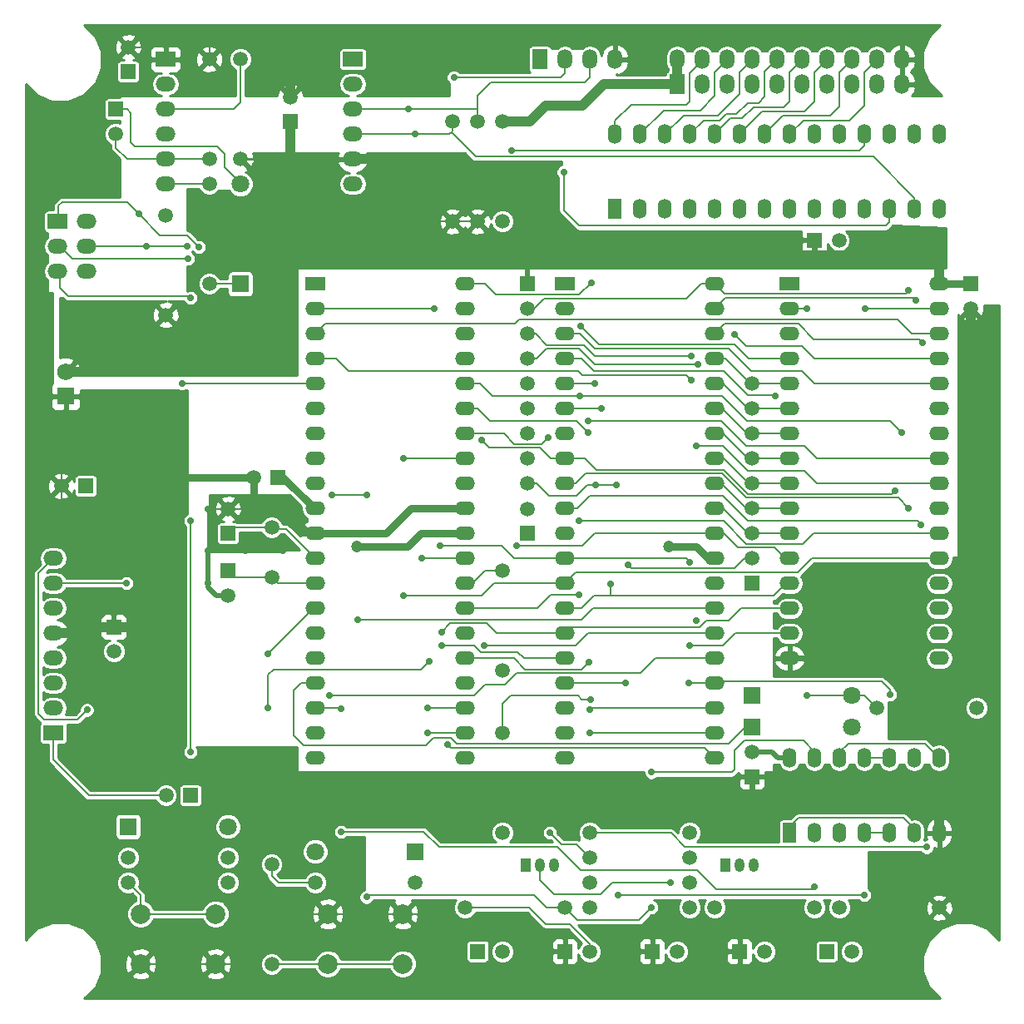
<source format=gtl>
G04 #@! TF.FileFunction,Copper,L1,Top,Signal*
%FSLAX46Y46*%
G04 Gerber Fmt 4.6, Leading zero omitted, Abs format (unit mm)*
G04 Created by KiCad (PCBNEW 4.0.7) date 06/19/18 09:28:48*
%MOMM*%
%LPD*%
G01*
G04 APERTURE LIST*
%ADD10C,0.100000*%
%ADD11R,1.400000X2.000000*%
%ADD12O,1.400000X2.000000*%
%ADD13C,1.500000*%
%ADD14R,1.500000X1.500000*%
%ADD15C,1.800000*%
%ADD16R,1.800000X1.800000*%
%ADD17R,1.500000X2.000000*%
%ADD18O,1.500000X2.000000*%
%ADD19R,2.000000X1.500000*%
%ADD20O,2.000000X1.500000*%
%ADD21R,1.750000X1.750000*%
%ADD22C,1.750000*%
%ADD23C,2.000000*%
%ADD24R,2.000000X1.400000*%
%ADD25O,2.000000X1.400000*%
%ADD26O,1.000000X1.400000*%
%ADD27R,1.000000X1.400000*%
%ADD28C,1.200000*%
%ADD29C,0.700000*%
%ADD30C,0.177800*%
%ADD31C,0.762000*%
%ADD32C,0.508000*%
%ADD33C,1.016000*%
%ADD34C,0.254000*%
G04 APERTURE END LIST*
D10*
D11*
X109220000Y-106680000D03*
D12*
X124460000Y-99060000D03*
X111760000Y-106680000D03*
X121920000Y-99060000D03*
X114300000Y-106680000D03*
X119380000Y-99060000D03*
X116840000Y-106680000D03*
X116840000Y-99060000D03*
X119380000Y-106680000D03*
X114300000Y-99060000D03*
X121920000Y-106680000D03*
X111760000Y-99060000D03*
X124460000Y-106680000D03*
X109220000Y-99060000D03*
D13*
X53340000Y-27940000D03*
X53340000Y-38100000D03*
D14*
X82550000Y-76200000D03*
D13*
X82550000Y-73700000D03*
D14*
X57150000Y-70485000D03*
D13*
X54650000Y-70485000D03*
D14*
X52070000Y-76200000D03*
D13*
X52070000Y-73700000D03*
D14*
X52070000Y-80010000D03*
D13*
X52070000Y-82510000D03*
D14*
X48260000Y-102870000D03*
D13*
X45760000Y-102870000D03*
D14*
X40449500Y-85725000D03*
D13*
X40449500Y-88225000D03*
X35092000Y-71374000D03*
D14*
X37592000Y-71374000D03*
X105410000Y-100965000D03*
D13*
X105410000Y-98465000D03*
D14*
X127635000Y-50800000D03*
D13*
X127635000Y-53300000D03*
D14*
X41910000Y-29210000D03*
D13*
X41910000Y-26710000D03*
X58420000Y-31790000D03*
D14*
X58420000Y-34290000D03*
X111760000Y-46355000D03*
D13*
X114260000Y-46355000D03*
D14*
X95250000Y-118745000D03*
D13*
X97790000Y-118745000D03*
D14*
X104140000Y-118745000D03*
D13*
X106680000Y-118745000D03*
D14*
X113030000Y-118745000D03*
D13*
X115570000Y-118745000D03*
D14*
X86360000Y-118745000D03*
D13*
X88900000Y-118745000D03*
D14*
X77470000Y-118745000D03*
D13*
X80010000Y-118745000D03*
D15*
X60960000Y-108585000D03*
D16*
X71120000Y-108585000D03*
D15*
X52070000Y-106045000D03*
D16*
X41910000Y-106045000D03*
D15*
X115570000Y-95885000D03*
D16*
X105410000Y-95885000D03*
D15*
X115570000Y-92710000D03*
D16*
X105410000Y-92710000D03*
D15*
X53340000Y-40640000D03*
D16*
X53340000Y-50800000D03*
D14*
X40640000Y-33020000D03*
D13*
X40640000Y-35560000D03*
D11*
X91440000Y-43180000D03*
D12*
X124460000Y-35560000D03*
X93980000Y-43180000D03*
X121920000Y-35560000D03*
X96520000Y-43180000D03*
X119380000Y-35560000D03*
X99060000Y-43180000D03*
X116840000Y-35560000D03*
X101600000Y-43180000D03*
X114300000Y-35560000D03*
X104140000Y-43180000D03*
X111760000Y-35560000D03*
X106680000Y-43180000D03*
X109220000Y-35560000D03*
X109220000Y-43180000D03*
X106680000Y-35560000D03*
X111760000Y-43180000D03*
X104140000Y-35560000D03*
X114300000Y-43180000D03*
X101600000Y-35560000D03*
X116840000Y-43180000D03*
X99060000Y-35560000D03*
X119380000Y-43180000D03*
X96520000Y-35560000D03*
X121920000Y-43180000D03*
X93980000Y-35560000D03*
X124460000Y-43180000D03*
X91440000Y-35560000D03*
D17*
X83820000Y-27940000D03*
D18*
X86360000Y-27940000D03*
X88900000Y-27940000D03*
X91440000Y-27940000D03*
D19*
X34290000Y-96520000D03*
D20*
X34290000Y-93980000D03*
X34290000Y-91440000D03*
X34290000Y-88900000D03*
X34290000Y-86360000D03*
X34290000Y-83820000D03*
X34290000Y-81280000D03*
X34290000Y-78740000D03*
D21*
X35560000Y-62230000D03*
D22*
X35560000Y-59730000D03*
D17*
X97790000Y-30480000D03*
D18*
X97790000Y-27940000D03*
X100330000Y-30480000D03*
X100330000Y-27940000D03*
X102870000Y-30480000D03*
X102870000Y-27940000D03*
X105410000Y-30480000D03*
X105410000Y-27940000D03*
X107950000Y-30480000D03*
X107950000Y-27940000D03*
X110490000Y-30480000D03*
X110490000Y-27940000D03*
X113030000Y-30480000D03*
X113030000Y-27940000D03*
X115570000Y-30480000D03*
X115570000Y-27940000D03*
X118110000Y-30480000D03*
X118110000Y-27940000D03*
X120650000Y-30480000D03*
X120650000Y-27940000D03*
D13*
X99060000Y-114300000D03*
X88900000Y-114300000D03*
X111760000Y-114300000D03*
X101600000Y-114300000D03*
X88900000Y-109220000D03*
X99060000Y-109220000D03*
X88900000Y-111760000D03*
X99060000Y-111760000D03*
X88900000Y-106680000D03*
X99060000Y-106680000D03*
X114300000Y-114300000D03*
X124460000Y-114300000D03*
X86360000Y-114300000D03*
X76200000Y-114300000D03*
X45720000Y-43815000D03*
X45720000Y-53975000D03*
X50165000Y-38100000D03*
X50165000Y-27940000D03*
X56515000Y-109855000D03*
X56515000Y-120015000D03*
X60960000Y-111760000D03*
X71120000Y-111760000D03*
X80010000Y-96520000D03*
X80010000Y-106680000D03*
X52070000Y-109220000D03*
X41910000Y-109220000D03*
X80010000Y-90170000D03*
X80010000Y-80010000D03*
X41910000Y-111760000D03*
X52070000Y-111760000D03*
X74930000Y-44450000D03*
X74930000Y-34290000D03*
X77470000Y-44450000D03*
X77470000Y-34290000D03*
X128270000Y-93980000D03*
X118110000Y-93980000D03*
X50165000Y-50800000D03*
X50165000Y-40640000D03*
X80010000Y-44450000D03*
X80010000Y-34290000D03*
D14*
X105410000Y-81280000D03*
D13*
X105410000Y-78740000D03*
X105410000Y-76200000D03*
X105410000Y-73660000D03*
X105410000Y-71120000D03*
X105410000Y-68580000D03*
X105410000Y-66040000D03*
X105410000Y-63500000D03*
X105410000Y-60960000D03*
D14*
X82550000Y-50800000D03*
D13*
X82550000Y-53340000D03*
X82550000Y-55880000D03*
X82550000Y-58420000D03*
X82550000Y-60960000D03*
X82550000Y-63500000D03*
X82550000Y-66040000D03*
X82550000Y-68580000D03*
X82550000Y-71120000D03*
D23*
X69850000Y-114935000D03*
X69850000Y-120015000D03*
X62230000Y-114935000D03*
X62230000Y-120015000D03*
X43180000Y-120015000D03*
X43180000Y-114935000D03*
X50800000Y-120015000D03*
X50800000Y-114935000D03*
D24*
X86360000Y-50800000D03*
D25*
X101600000Y-99060000D03*
X86360000Y-53340000D03*
X101600000Y-96520000D03*
X86360000Y-55880000D03*
X101600000Y-93980000D03*
X86360000Y-58420000D03*
X101600000Y-91440000D03*
X86360000Y-60960000D03*
X101600000Y-88900000D03*
X86360000Y-63500000D03*
X101600000Y-86360000D03*
X86360000Y-66040000D03*
X101600000Y-83820000D03*
X86360000Y-68580000D03*
X101600000Y-81280000D03*
X86360000Y-71120000D03*
X101600000Y-78740000D03*
X86360000Y-73660000D03*
X101600000Y-76200000D03*
X86360000Y-76200000D03*
X101600000Y-73660000D03*
X86360000Y-78740000D03*
X101600000Y-71120000D03*
X86360000Y-81280000D03*
X101600000Y-68580000D03*
X86360000Y-83820000D03*
X101600000Y-66040000D03*
X86360000Y-86360000D03*
X101600000Y-63500000D03*
X86360000Y-88900000D03*
X101600000Y-60960000D03*
X86360000Y-91440000D03*
X101600000Y-58420000D03*
X86360000Y-93980000D03*
X101600000Y-55880000D03*
X86360000Y-96520000D03*
X101600000Y-53340000D03*
X86360000Y-99060000D03*
X101600000Y-50800000D03*
D24*
X60960000Y-50800000D03*
D25*
X76200000Y-99060000D03*
X60960000Y-53340000D03*
X76200000Y-96520000D03*
X60960000Y-55880000D03*
X76200000Y-93980000D03*
X60960000Y-58420000D03*
X76200000Y-91440000D03*
X60960000Y-60960000D03*
X76200000Y-88900000D03*
X60960000Y-63500000D03*
X76200000Y-86360000D03*
X60960000Y-66040000D03*
X76200000Y-83820000D03*
X60960000Y-68580000D03*
X76200000Y-81280000D03*
X60960000Y-71120000D03*
X76200000Y-78740000D03*
X60960000Y-73660000D03*
X76200000Y-76200000D03*
X60960000Y-76200000D03*
X76200000Y-73660000D03*
X60960000Y-78740000D03*
X76200000Y-71120000D03*
X60960000Y-81280000D03*
X76200000Y-68580000D03*
X60960000Y-83820000D03*
X76200000Y-66040000D03*
X60960000Y-86360000D03*
X76200000Y-63500000D03*
X60960000Y-88900000D03*
X76200000Y-60960000D03*
X60960000Y-91440000D03*
X76200000Y-58420000D03*
X60960000Y-93980000D03*
X76200000Y-55880000D03*
X60960000Y-96520000D03*
X76200000Y-53340000D03*
X60960000Y-99060000D03*
X76200000Y-50800000D03*
D24*
X109220000Y-50800000D03*
D25*
X124460000Y-88900000D03*
X109220000Y-53340000D03*
X124460000Y-86360000D03*
X109220000Y-55880000D03*
X124460000Y-83820000D03*
X109220000Y-58420000D03*
X124460000Y-81280000D03*
X109220000Y-60960000D03*
X124460000Y-78740000D03*
X109220000Y-63500000D03*
X124460000Y-76200000D03*
X109220000Y-66040000D03*
X124460000Y-73660000D03*
X109220000Y-68580000D03*
X124460000Y-71120000D03*
X109220000Y-71120000D03*
X124460000Y-68580000D03*
X109220000Y-73660000D03*
X124460000Y-66040000D03*
X109220000Y-76200000D03*
X124460000Y-63500000D03*
X109220000Y-78740000D03*
X124460000Y-60960000D03*
X109220000Y-81280000D03*
X124460000Y-58420000D03*
X109220000Y-83820000D03*
X124460000Y-55880000D03*
X109220000Y-86360000D03*
X124460000Y-53340000D03*
X109220000Y-88900000D03*
X124460000Y-50800000D03*
D13*
X56515000Y-75565000D03*
X56515000Y-80645000D03*
D19*
X64770000Y-27940000D03*
D20*
X64770000Y-30480000D03*
X64770000Y-33020000D03*
X64770000Y-35560000D03*
X64770000Y-38100000D03*
X64770000Y-40640000D03*
D19*
X45720000Y-27940000D03*
D20*
X45720000Y-30480000D03*
X45720000Y-33020000D03*
X45720000Y-35560000D03*
X45720000Y-38100000D03*
X45720000Y-40640000D03*
D19*
X34725000Y-44450000D03*
D20*
X37665000Y-44450000D03*
X34725000Y-46990000D03*
X37665000Y-46990000D03*
X34725000Y-49530000D03*
X37665000Y-49530000D03*
D26*
X104140000Y-109982000D03*
X105610000Y-109982000D03*
D27*
X102670000Y-109982000D03*
D26*
X83820000Y-109982000D03*
X85290000Y-109982000D03*
D27*
X82350000Y-109982000D03*
D28*
X83185000Y-102806500D03*
D29*
X53848000Y-73700000D03*
X50038000Y-73723500D03*
X50038000Y-77978000D03*
X57594500Y-73723500D03*
X50038000Y-81280000D03*
X53848000Y-77978000D03*
X57658000Y-77978000D03*
D28*
X96901000Y-77533500D03*
X96901000Y-102743000D03*
X65468500Y-48069500D03*
X79565500Y-48069500D03*
X65151000Y-77533500D03*
D29*
X48260000Y-74930000D03*
X48260000Y-98425000D03*
X48260000Y-52197000D03*
X110998000Y-92710000D03*
X110998000Y-53340000D03*
X48006000Y-48260000D03*
X70421500Y-33020000D03*
X72390000Y-96520000D03*
X86233000Y-39433500D03*
X75057000Y-29781500D03*
X71120000Y-35560000D03*
X72390000Y-93980000D03*
X56134000Y-88455500D03*
X41719500Y-81280000D03*
X37719000Y-94170500D03*
X71818500Y-78740000D03*
X72517000Y-89217500D03*
X56134000Y-93980000D03*
X49085500Y-47053500D03*
X42989500Y-43688000D03*
X47879000Y-46990000D03*
X43751500Y-46990000D03*
X47371000Y-60960000D03*
X84836000Y-106680000D03*
X88900000Y-94107000D03*
X123190000Y-108140500D03*
X92519500Y-91440000D03*
X92773500Y-79438500D03*
X121348500Y-51498500D03*
X99187000Y-58166000D03*
X122047000Y-52514500D03*
X99885500Y-58991500D03*
X122745500Y-56769000D03*
X88709500Y-64770000D03*
X87947500Y-55118000D03*
X107759500Y-62230000D03*
X116840000Y-113030000D03*
X91757500Y-113030000D03*
X91567000Y-71310500D03*
X89408000Y-60960000D03*
X89471500Y-71310500D03*
X65278000Y-84963000D03*
X111760000Y-112204500D03*
X63563500Y-94043500D03*
X63563500Y-106553000D03*
X116903500Y-53340000D03*
X119443500Y-92583000D03*
X98996500Y-91440000D03*
X99187000Y-60579000D03*
X74422000Y-97726500D03*
X99758500Y-85090000D03*
X99758500Y-67310000D03*
X88836500Y-89281000D03*
X88900000Y-96520000D03*
X103632000Y-55943500D03*
X62420500Y-92710000D03*
X120650000Y-65976500D03*
X87884000Y-62230000D03*
X77851000Y-66738500D03*
X119951500Y-71882000D03*
X88709500Y-65976500D03*
X121348500Y-73660000D03*
X84645500Y-66421000D03*
X122618500Y-75311000D03*
X73660000Y-77470000D03*
X99060000Y-79121000D03*
X99060000Y-87630000D03*
X69913500Y-68580000D03*
X69913500Y-82550000D03*
X90995500Y-81343500D03*
X89027000Y-50673000D03*
X73787000Y-86233000D03*
X73025000Y-53340000D03*
X73787000Y-87630000D03*
X87820500Y-82486500D03*
X87820500Y-74930000D03*
X81470500Y-77470000D03*
X95186500Y-100520500D03*
X95186500Y-114300000D03*
X62611000Y-72326500D03*
X66167000Y-72326500D03*
X66167000Y-113220500D03*
X88963500Y-93091000D03*
X90106500Y-63500000D03*
X78168500Y-87630000D03*
X80962500Y-37211000D03*
X97091500Y-111760000D03*
D30*
X50800000Y-120015000D02*
X53022500Y-120015000D01*
X57213500Y-115824000D02*
X57213500Y-114935000D01*
X53022500Y-120015000D02*
X57213500Y-115824000D01*
D31*
X83185000Y-102806500D02*
X83185000Y-102743000D01*
X83185000Y-102743000D02*
X83185000Y-102806500D01*
X83185000Y-102806500D02*
X83185000Y-102743000D01*
D30*
X50061500Y-73700000D02*
X52070000Y-73700000D01*
X50038000Y-73723500D02*
X50061500Y-73700000D01*
X50038000Y-77978000D02*
X50038000Y-73723500D01*
X35092000Y-71374000D02*
X35092000Y-65238000D01*
X35092000Y-65238000D02*
X35560000Y-64770000D01*
X35560000Y-64770000D02*
X35560000Y-62230000D01*
X57698000Y-73700000D02*
X57618000Y-73700000D01*
X57618000Y-73700000D02*
X57594500Y-73723500D01*
D32*
X50038000Y-77978000D02*
X53848000Y-77978000D01*
X53848000Y-77978000D02*
X57658000Y-77978000D01*
D30*
X35092000Y-71374000D02*
X35092000Y-73192000D01*
X35092000Y-73192000D02*
X37592000Y-75692000D01*
X37592000Y-75692000D02*
X43180000Y-75692000D01*
D33*
X40449500Y-85725000D02*
X43180000Y-85725000D01*
X43116500Y-85788500D02*
X43180000Y-85788500D01*
X43180000Y-85725000D02*
X43116500Y-85788500D01*
X43180000Y-99441000D02*
X43180000Y-85788500D01*
X54229000Y-102743000D02*
X52578000Y-102743000D01*
X43180000Y-99441000D02*
X43561000Y-99822000D01*
X43561000Y-99822000D02*
X49720500Y-99885500D01*
X49720500Y-99885500D02*
X52578000Y-102743000D01*
X43180000Y-85788500D02*
X43180000Y-75692000D01*
X43180000Y-75692000D02*
X43180000Y-73025000D01*
D31*
X45720000Y-70485000D02*
X54650000Y-70485000D01*
X45720000Y-70485000D02*
X43180000Y-73025000D01*
D33*
X34290000Y-86360000D02*
X36195000Y-86360000D01*
X36830000Y-85725000D02*
X40449500Y-85725000D01*
X36195000Y-86360000D02*
X36830000Y-85725000D01*
X124460000Y-106680000D02*
X124460000Y-102743000D01*
X124523500Y-102806500D02*
X124523500Y-102743000D01*
X124460000Y-102743000D02*
X124523500Y-102806500D01*
D34*
X117919500Y-120840500D02*
X104203500Y-120840500D01*
D30*
X124460000Y-114300000D02*
X117919500Y-120840500D01*
D34*
X104203500Y-120840500D02*
X104140000Y-120777000D01*
D30*
X95250000Y-118745000D02*
X95250000Y-121793000D01*
X86360000Y-118745000D02*
X86360000Y-120396000D01*
X86360000Y-120396000D02*
X87757000Y-121793000D01*
X87757000Y-121793000D02*
X95250000Y-121793000D01*
X104140000Y-120777000D02*
X104140000Y-118745000D01*
D31*
X103124000Y-121793000D02*
X104140000Y-120777000D01*
X95250000Y-121793000D02*
X103124000Y-121793000D01*
D30*
X50165000Y-27940000D02*
X50165000Y-26098500D01*
X45720000Y-27940000D02*
X45720000Y-26098500D01*
X41910000Y-26710000D02*
X43775000Y-26710000D01*
X44386500Y-26098500D02*
X45720000Y-26098500D01*
X43775000Y-26710000D02*
X44386500Y-26098500D01*
D33*
X58420000Y-28003500D02*
X58420000Y-31790000D01*
X56515000Y-26098500D02*
X58420000Y-28003500D01*
X45720000Y-26098500D02*
X50165000Y-26098500D01*
X50165000Y-26098500D02*
X56515000Y-26098500D01*
D31*
X76200000Y-73660000D02*
X70675500Y-73660000D01*
X68135500Y-76200000D02*
X60960000Y-76200000D01*
X70675500Y-73660000D02*
X68135500Y-76200000D01*
D32*
X52070000Y-82510000D02*
X50887000Y-82510000D01*
X50887000Y-82510000D02*
X50038000Y-81661000D01*
X50038000Y-81661000D02*
X50038000Y-81280000D01*
X50038000Y-81280000D02*
X50038000Y-77978000D01*
D31*
X54650000Y-70485000D02*
X54650000Y-73700000D01*
X54650000Y-73700000D02*
X54673500Y-73676500D01*
X54673500Y-73676500D02*
X54673500Y-73700000D01*
X60960000Y-76200000D02*
X60198000Y-76200000D01*
X60198000Y-76200000D02*
X57698000Y-73700000D01*
X57698000Y-73700000D02*
X54673500Y-73700000D01*
X54673500Y-73700000D02*
X53848000Y-73700000D01*
D30*
X53848000Y-73700000D02*
X52070000Y-73700000D01*
D31*
X76200000Y-73660000D02*
X76517500Y-73660000D01*
D32*
X105410000Y-100965000D02*
X105410000Y-102743000D01*
D34*
X104140000Y-119443500D02*
X104140000Y-118745000D01*
D30*
X86360000Y-118745000D02*
X84455000Y-118745000D01*
X84455000Y-118745000D02*
X81915000Y-116205000D01*
X81915000Y-116205000D02*
X72580500Y-116205000D01*
X72580500Y-116205000D02*
X71310500Y-114935000D01*
X71310500Y-114935000D02*
X69850000Y-114935000D01*
X50800000Y-120015000D02*
X50800000Y-119062500D01*
X62230000Y-114935000D02*
X57213500Y-114935000D01*
X57213500Y-114935000D02*
X56197500Y-114935000D01*
D31*
X55562500Y-114300000D02*
X54229000Y-112966500D01*
X54229000Y-112966500D02*
X54229000Y-102743000D01*
D30*
X56197500Y-114935000D02*
X55562500Y-114300000D01*
D32*
X109220000Y-88900000D02*
X119189500Y-88900000D01*
X120459500Y-87630000D02*
X130048000Y-87630000D01*
X119189500Y-88900000D02*
X120459500Y-87630000D01*
D33*
X105410000Y-102743000D02*
X124523500Y-102743000D01*
X124523500Y-102743000D02*
X127635000Y-102743000D01*
X127635000Y-55880000D02*
X127635000Y-53300000D01*
X130048000Y-58293000D02*
X127635000Y-55880000D01*
X130048000Y-100330000D02*
X130048000Y-87630000D01*
X130048000Y-87630000D02*
X130048000Y-58293000D01*
X127635000Y-102743000D02*
X130048000Y-100330000D01*
D31*
X101600000Y-78740000D02*
X100901500Y-78740000D01*
X100901500Y-78740000D02*
X99695000Y-77533500D01*
X99695000Y-77533500D02*
X96901000Y-77533500D01*
D32*
X114260000Y-43220000D02*
X114300000Y-43180000D01*
D30*
X62230000Y-114935000D02*
X69850000Y-114935000D01*
X43180000Y-120015000D02*
X50800000Y-120015000D01*
D33*
X54229000Y-102743000D02*
X83185000Y-102743000D01*
X83185000Y-102743000D02*
X96901000Y-102743000D01*
X96901000Y-102743000D02*
X105410000Y-102743000D01*
D31*
X65468500Y-44450000D02*
X65468500Y-48069500D01*
X65468500Y-44450000D02*
X65659000Y-44640500D01*
X65659000Y-44640500D02*
X65659000Y-44450000D01*
X79565500Y-48069500D02*
X79565500Y-47942500D01*
X79565500Y-47942500D02*
X79565500Y-48006000D01*
D34*
X53340000Y-38100000D02*
X58420000Y-38100000D01*
X58420000Y-38100000D02*
X58166000Y-38100000D01*
D33*
X64770000Y-38100000D02*
X67310000Y-38100000D01*
X68326000Y-39116000D02*
X68326000Y-44450000D01*
X67310000Y-38100000D02*
X68326000Y-39116000D01*
X58420000Y-34290000D02*
X58420000Y-38100000D01*
X58420000Y-38100000D02*
X58420000Y-40386000D01*
X59944000Y-41910000D02*
X59944000Y-44450000D01*
X58420000Y-40386000D02*
X59944000Y-41910000D01*
X56896000Y-59436000D02*
X57848500Y-58483500D01*
X59309000Y-44450000D02*
X59944000Y-44450000D01*
X45426000Y-59730000D02*
X45720000Y-59436000D01*
X45720000Y-59436000D02*
X56896000Y-59436000D01*
X57848500Y-45910500D02*
X59309000Y-44450000D01*
X57848500Y-58483500D02*
X57848500Y-45910500D01*
X35560000Y-59730000D02*
X45426000Y-59730000D01*
D32*
X82550000Y-50800000D02*
X82550000Y-47942500D01*
X82486500Y-48006000D02*
X82486500Y-47942500D01*
X82550000Y-47942500D02*
X82486500Y-48006000D01*
D31*
X65151000Y-77533500D02*
X70358000Y-77533500D01*
X70358000Y-77533500D02*
X71691500Y-76200000D01*
X71691500Y-76200000D02*
X76200000Y-76200000D01*
X60960000Y-73660000D02*
X60833000Y-73660000D01*
X60833000Y-73660000D02*
X57658000Y-70485000D01*
X57658000Y-70485000D02*
X57150000Y-70485000D01*
D32*
X109220000Y-99060000D02*
X108013500Y-99060000D01*
X107418500Y-98465000D02*
X105410000Y-98465000D01*
X108013500Y-99060000D02*
X107418500Y-98465000D01*
D31*
X124460000Y-50800000D02*
X127635000Y-50800000D01*
D32*
X111760000Y-46355000D02*
X111760000Y-47942500D01*
X111696500Y-47879000D02*
X111696500Y-47942500D01*
X111760000Y-47942500D02*
X111696500Y-47879000D01*
D33*
X97790000Y-30480000D02*
X97790000Y-27940000D01*
X97790000Y-30480000D02*
X90360500Y-30480000D01*
X82804000Y-34290000D02*
X80010000Y-34290000D01*
X84391500Y-32702500D02*
X82804000Y-34290000D01*
X88138000Y-32702500D02*
X84391500Y-32702500D01*
X90360500Y-30480000D02*
X88138000Y-32702500D01*
X74930000Y-44450000D02*
X74930000Y-44704000D01*
D30*
X74930000Y-44704000D02*
X78168500Y-47942500D01*
X78168500Y-47942500D02*
X79565500Y-47942500D01*
D33*
X79565500Y-47942500D02*
X82486500Y-47942500D01*
X82486500Y-47942500D02*
X111696500Y-47942500D01*
X124460000Y-48577500D02*
X124460000Y-50800000D01*
X123825000Y-47942500D02*
X124460000Y-48577500D01*
X111696500Y-47942500D02*
X123825000Y-47942500D01*
X77470000Y-44450000D02*
X77597000Y-44450000D01*
D30*
X74930000Y-44450000D02*
X77470000Y-44450000D01*
D33*
X59944000Y-44450000D02*
X65659000Y-44450000D01*
X65659000Y-44450000D02*
X65468500Y-44450000D01*
X65468500Y-44450000D02*
X68326000Y-44450000D01*
D30*
X68326000Y-44450000D02*
X74930000Y-44450000D01*
X56515000Y-75565000D02*
X52705000Y-75565000D01*
X52705000Y-75565000D02*
X52070000Y-76200000D01*
X60960000Y-78740000D02*
X57975500Y-75755500D01*
X57975500Y-75755500D02*
X56705500Y-75755500D01*
X56705500Y-75755500D02*
X56515000Y-75565000D01*
X56515000Y-80645000D02*
X52705000Y-80645000D01*
X52705000Y-80645000D02*
X52070000Y-80010000D01*
X60960000Y-81280000D02*
X57150000Y-81280000D01*
X57150000Y-81280000D02*
X56515000Y-80645000D01*
X48260000Y-98425000D02*
X48260000Y-74930000D01*
X48260000Y-52197000D02*
X48133000Y-52070000D01*
X48133000Y-52070000D02*
X35814000Y-52070000D01*
X35814000Y-52070000D02*
X34925000Y-51181000D01*
X34925000Y-51181000D02*
X34925000Y-49530000D01*
X45760000Y-102870000D02*
X37909500Y-102870000D01*
X34290000Y-99250500D02*
X34290000Y-96520000D01*
X37909500Y-102870000D02*
X34290000Y-99250500D01*
X114300000Y-99060000D02*
X114300000Y-98488500D01*
X114300000Y-98488500D02*
X115189000Y-97599500D01*
X122999500Y-97599500D02*
X124460000Y-99060000D01*
X115189000Y-97599500D02*
X122999500Y-97599500D01*
X76200000Y-114300000D02*
X82740500Y-114300000D01*
X88900000Y-117983000D02*
X88900000Y-118745000D01*
X86868000Y-115951000D02*
X88900000Y-117983000D01*
X84391500Y-115951000D02*
X86868000Y-115951000D01*
X82740500Y-114300000D02*
X84391500Y-115951000D01*
X115570000Y-92710000D02*
X116840000Y-92710000D01*
X116840000Y-92710000D02*
X118110000Y-93980000D01*
X109220000Y-53340000D02*
X110998000Y-53340000D01*
X110998000Y-92710000D02*
X115570000Y-92710000D01*
X105410000Y-95885000D02*
X104711500Y-95885000D01*
X104711500Y-95885000D02*
X102997000Y-97599500D01*
X102997000Y-97599500D02*
X75311000Y-97599500D01*
X75311000Y-97599500D02*
X74739500Y-97028000D01*
X74739500Y-97028000D02*
X72961500Y-97028000D01*
X72961500Y-97028000D02*
X72199500Y-97790000D01*
X72199500Y-97790000D02*
X59753500Y-97790000D01*
X59753500Y-97790000D02*
X58737500Y-96774000D01*
X58737500Y-96774000D02*
X58737500Y-92202000D01*
X58737500Y-92202000D02*
X59499500Y-91440000D01*
X59499500Y-91440000D02*
X60960000Y-91440000D01*
X121920000Y-106680000D02*
X121920000Y-106235500D01*
X121920000Y-106235500D02*
X120840500Y-105156000D01*
X120840500Y-105156000D02*
X110109000Y-105156000D01*
X110109000Y-105156000D02*
X109220000Y-106045000D01*
X109220000Y-106045000D02*
X109220000Y-106680000D01*
X53340000Y-40640000D02*
X53340000Y-40513000D01*
X53340000Y-40513000D02*
X51752500Y-38925500D01*
X51752500Y-38925500D02*
X51752500Y-37592000D01*
X51752500Y-37592000D02*
X50990500Y-36830000D01*
X50990500Y-36830000D02*
X42608500Y-36830000D01*
X42608500Y-36830000D02*
X42164000Y-36385500D01*
X42164000Y-36385500D02*
X42164000Y-33401000D01*
X42164000Y-33401000D02*
X41783000Y-33020000D01*
X41783000Y-33020000D02*
X40640000Y-33020000D01*
X50165000Y-50800000D02*
X53340000Y-50800000D01*
X36258500Y-48260000D02*
X34988500Y-46990000D01*
X36258500Y-48260000D02*
X48006000Y-48260000D01*
X45720000Y-38100000D02*
X50165000Y-38100000D01*
X40640000Y-35560000D02*
X40640000Y-36957000D01*
X41783000Y-38100000D02*
X45720000Y-38100000D01*
X40640000Y-36957000D02*
X41783000Y-38100000D01*
X34925000Y-46990000D02*
X34988500Y-46990000D01*
X77470000Y-33020000D02*
X70421500Y-33020000D01*
X72390000Y-96520000D02*
X76200000Y-96520000D01*
X86233000Y-39433500D02*
X86233000Y-43307000D01*
X118999000Y-44894500D02*
X119380000Y-44513500D01*
X119380000Y-43180000D02*
X119380000Y-44513500D01*
X87820500Y-44894500D02*
X118999000Y-44894500D01*
X86233000Y-43307000D02*
X87820500Y-44894500D01*
X88900000Y-27940000D02*
X88900000Y-29781500D01*
X77470000Y-31623000D02*
X77470000Y-33020000D01*
X77470000Y-33020000D02*
X77470000Y-34290000D01*
X78803500Y-30289500D02*
X77470000Y-31623000D01*
X88392000Y-30289500D02*
X78803500Y-30289500D01*
X88900000Y-29781500D02*
X88392000Y-30289500D01*
X70421500Y-33020000D02*
X64770000Y-33020000D01*
X117729000Y-37846000D02*
X77279500Y-37846000D01*
X117729000Y-37846000D02*
X121920000Y-42037000D01*
X121920000Y-43180000D02*
X121920000Y-42037000D01*
X77279500Y-37846000D02*
X74803000Y-35369500D01*
X86360000Y-27940000D02*
X86360000Y-29337000D01*
X85915500Y-29781500D02*
X75057000Y-29781500D01*
X86360000Y-29337000D02*
X85915500Y-29781500D01*
X71120000Y-35560000D02*
X74612500Y-35560000D01*
X74930000Y-35242500D02*
X74930000Y-34290000D01*
X74612500Y-35560000D02*
X74803000Y-35369500D01*
X74803000Y-35369500D02*
X74930000Y-35242500D01*
X76200000Y-93980000D02*
X72390000Y-93980000D01*
X71120000Y-35560000D02*
X64770000Y-35560000D01*
X56134000Y-88455500D02*
X60769500Y-83820000D01*
X60960000Y-83820000D02*
X60769500Y-83820000D01*
X41719500Y-81280000D02*
X34290000Y-81280000D01*
X72517000Y-89217500D02*
X71691500Y-90043000D01*
X71691500Y-90043000D02*
X56705500Y-90043000D01*
X56705500Y-90043000D02*
X56134000Y-90614500D01*
X37719000Y-94170500D02*
X36766500Y-95123000D01*
X36766500Y-95123000D02*
X33337500Y-95123000D01*
X33337500Y-95123000D02*
X32766000Y-94551500D01*
X32766000Y-94551500D02*
X32766000Y-80264000D01*
X34290000Y-78740000D02*
X32766000Y-80264000D01*
X71818500Y-78740000D02*
X76200000Y-78740000D01*
X56134000Y-93980000D02*
X56134000Y-90614500D01*
X45148500Y-45847000D02*
X42989500Y-43688000D01*
X47879000Y-45847000D02*
X45148500Y-45847000D01*
X49085500Y-47053500D02*
X47879000Y-45847000D01*
X45720000Y-33020000D02*
X52641500Y-33020000D01*
X53340000Y-32321500D02*
X53340000Y-27940000D01*
X52641500Y-33020000D02*
X53340000Y-32321500D01*
X34798000Y-42862500D02*
X34798000Y-44323000D01*
X35179000Y-42481500D02*
X34798000Y-42862500D01*
X41783000Y-42481500D02*
X35179000Y-42481500D01*
X42989500Y-43688000D02*
X41783000Y-42481500D01*
X43751500Y-46990000D02*
X47879000Y-46990000D01*
X37465000Y-46990000D02*
X43751500Y-46990000D01*
X45720000Y-40640000D02*
X50165000Y-40640000D01*
X60960000Y-60960000D02*
X47371000Y-60960000D01*
X87566500Y-107886500D02*
X88900000Y-109220000D01*
X86042500Y-107886500D02*
X87566500Y-107886500D01*
X84836000Y-106680000D02*
X86042500Y-107886500D01*
X89027000Y-93980000D02*
X88900000Y-94107000D01*
X101600000Y-93980000D02*
X89027000Y-93980000D01*
X97155000Y-106680000D02*
X88900000Y-106680000D01*
X98552000Y-108077000D02*
X97155000Y-106680000D01*
X123126500Y-108077000D02*
X98552000Y-108077000D01*
X123190000Y-108140500D02*
X123126500Y-108077000D01*
X105410000Y-78740000D02*
X104648000Y-78740000D01*
X92519500Y-91440000D02*
X86360000Y-91440000D01*
X93091000Y-79756000D02*
X92773500Y-79438500D01*
X103632000Y-79756000D02*
X93091000Y-79756000D01*
X104648000Y-78740000D02*
X103632000Y-79756000D01*
X101600000Y-73660000D02*
X102425500Y-73660000D01*
X102425500Y-73660000D02*
X104965500Y-76200000D01*
X104965500Y-76200000D02*
X109220000Y-76200000D01*
X101600000Y-71120000D02*
X102298500Y-71120000D01*
X102298500Y-71120000D02*
X104838500Y-73660000D01*
X104838500Y-73660000D02*
X109220000Y-73660000D01*
X101600000Y-68580000D02*
X102552500Y-68580000D01*
X102552500Y-68580000D02*
X105092500Y-71120000D01*
X105092500Y-71120000D02*
X109220000Y-71120000D01*
X101600000Y-66040000D02*
X102425500Y-66040000D01*
X102425500Y-66040000D02*
X104965500Y-68580000D01*
X104965500Y-68580000D02*
X109220000Y-68580000D01*
X101600000Y-63500000D02*
X102362000Y-63500000D01*
X102362000Y-63500000D02*
X104902000Y-66040000D01*
X104902000Y-66040000D02*
X109220000Y-66040000D01*
X101600000Y-60960000D02*
X102425500Y-60960000D01*
X102425500Y-60960000D02*
X104965500Y-63500000D01*
X104965500Y-63500000D02*
X109220000Y-63500000D01*
X101600000Y-58420000D02*
X102679500Y-58420000D01*
X102679500Y-58420000D02*
X105219500Y-60960000D01*
X105219500Y-60960000D02*
X109220000Y-60960000D01*
X82550000Y-53340000D02*
X83248500Y-53340000D01*
X83248500Y-53340000D02*
X84264500Y-52324000D01*
X84264500Y-52324000D02*
X98679000Y-52324000D01*
X98679000Y-52324000D02*
X100203000Y-50800000D01*
X100203000Y-50800000D02*
X101600000Y-50800000D01*
X102616000Y-51816000D02*
X101600000Y-50800000D01*
X121031000Y-51816000D02*
X102616000Y-51816000D01*
X121348500Y-51498500D02*
X121031000Y-51816000D01*
X82550000Y-55880000D02*
X83375500Y-55880000D01*
X89408000Y-58166000D02*
X99187000Y-58166000D01*
X88265000Y-57023000D02*
X89408000Y-58166000D01*
X84518500Y-57023000D02*
X88265000Y-57023000D01*
X83375500Y-55880000D02*
X84518500Y-57023000D01*
X82550000Y-55880000D02*
X83121500Y-55880000D01*
X122047000Y-52514500D02*
X121793000Y-52260500D01*
X121793000Y-52260500D02*
X102679500Y-52260500D01*
X102679500Y-52260500D02*
X101600000Y-53340000D01*
X89408000Y-58991500D02*
X99885500Y-58991500D01*
X87820500Y-57404000D02*
X89408000Y-58991500D01*
X84455000Y-57404000D02*
X87820500Y-57404000D01*
X102616000Y-54864000D02*
X101600000Y-55880000D01*
X82550000Y-58420000D02*
X83439000Y-58420000D01*
X83439000Y-58420000D02*
X84455000Y-57404000D01*
X122745500Y-56769000D02*
X122428000Y-56451500D01*
X122428000Y-56451500D02*
X111696500Y-56451500D01*
X111696500Y-56451500D02*
X110109000Y-54864000D01*
X110109000Y-54864000D02*
X102616000Y-54864000D01*
X102298500Y-64770000D02*
X88709500Y-64770000D01*
X104838500Y-67310000D02*
X102298500Y-64770000D01*
X110744000Y-67310000D02*
X104838500Y-67310000D01*
X112014000Y-68580000D02*
X110744000Y-67310000D01*
X124460000Y-68580000D02*
X112014000Y-68580000D01*
X109220000Y-58420000D02*
X105092500Y-58420000D01*
X89789000Y-56959500D02*
X87947500Y-55118000D01*
X103632000Y-56959500D02*
X89789000Y-56959500D01*
X105092500Y-58420000D02*
X103632000Y-56959500D01*
X124460000Y-60960000D02*
X111760000Y-60960000D01*
X87884000Y-55880000D02*
X86360000Y-55880000D01*
X89408000Y-57404000D02*
X87884000Y-55880000D01*
X103060500Y-57404000D02*
X89408000Y-57404000D01*
X105346500Y-59690000D02*
X103060500Y-57404000D01*
X110490000Y-59690000D02*
X105346500Y-59690000D01*
X111760000Y-60960000D02*
X110490000Y-59690000D01*
X104965500Y-62166500D02*
X102489000Y-59690000D01*
X107696000Y-62166500D02*
X104965500Y-62166500D01*
X107759500Y-62230000D02*
X107696000Y-62166500D01*
X88011000Y-58420000D02*
X86360000Y-58420000D01*
X89281000Y-59690000D02*
X88011000Y-58420000D01*
X102489000Y-59690000D02*
X89281000Y-59690000D01*
X84709000Y-72390000D02*
X87566500Y-72390000D01*
X83439000Y-71120000D02*
X84709000Y-72390000D01*
X119380000Y-106680000D02*
X116840000Y-106680000D01*
X89471500Y-71310500D02*
X91567000Y-71310500D01*
X91757500Y-113030000D02*
X116840000Y-113030000D01*
X82550000Y-71120000D02*
X83439000Y-71120000D01*
X89408000Y-60960000D02*
X86360000Y-60960000D01*
X88646000Y-71310500D02*
X89471500Y-71310500D01*
X87566500Y-72390000D02*
X88646000Y-71310500D01*
X101600000Y-83820000D02*
X89217500Y-83820000D01*
X88074500Y-84963000D02*
X65278000Y-84963000D01*
X89217500Y-83820000D02*
X88074500Y-84963000D01*
X111760000Y-112204500D02*
X111569500Y-112395000D01*
X111569500Y-112395000D02*
X101727000Y-112395000D01*
X101727000Y-112395000D02*
X99822000Y-110490000D01*
X63563500Y-94043500D02*
X63500000Y-93980000D01*
X60960000Y-93980000D02*
X63500000Y-93980000D01*
X63563500Y-106553000D02*
X71945500Y-106553000D01*
X99822000Y-110490000D02*
X87947500Y-110490000D01*
X87947500Y-110490000D02*
X85598000Y-108140500D01*
X85598000Y-108140500D02*
X73533000Y-108140500D01*
X71945500Y-106553000D02*
X73533000Y-108140500D01*
X124460000Y-53340000D02*
X116903500Y-53340000D01*
X119443500Y-92583000D02*
X119443500Y-92075000D01*
X118618000Y-91249500D02*
X101790500Y-91249500D01*
X119443500Y-92075000D02*
X118618000Y-91249500D01*
X101790500Y-91249500D02*
X101600000Y-91440000D01*
X101600000Y-91440000D02*
X98996500Y-91440000D01*
X99187000Y-60579000D02*
X98742500Y-60134500D01*
X98742500Y-60134500D02*
X88138000Y-60134500D01*
X88138000Y-60134500D02*
X87693500Y-59690000D01*
X87693500Y-59690000D02*
X64325500Y-59690000D01*
X64325500Y-59690000D02*
X63055500Y-58420000D01*
X63055500Y-58420000D02*
X60960000Y-58420000D01*
X116840000Y-99060000D02*
X119380000Y-99060000D01*
X74422000Y-97726500D02*
X74739500Y-98044000D01*
X74739500Y-98044000D02*
X100584000Y-98044000D01*
X100584000Y-98044000D02*
X101600000Y-99060000D01*
X124460000Y-71120000D02*
X112014000Y-71120000D01*
X102425500Y-67310000D02*
X99758500Y-67310000D01*
X104965500Y-69850000D02*
X102425500Y-67310000D01*
X110744000Y-69850000D02*
X104965500Y-69850000D01*
X112014000Y-71120000D02*
X110744000Y-69850000D01*
X110490000Y-57150000D02*
X104838500Y-57150000D01*
X111760000Y-58420000D02*
X110490000Y-57150000D01*
X101600000Y-96520000D02*
X88900000Y-96520000D01*
X81153000Y-88900000D02*
X76200000Y-88900000D01*
X82296000Y-90043000D02*
X81153000Y-88900000D01*
X88074500Y-90043000D02*
X82296000Y-90043000D01*
X88836500Y-89281000D02*
X88074500Y-90043000D01*
X124460000Y-58420000D02*
X111760000Y-58420000D01*
X104838500Y-57150000D02*
X103632000Y-55943500D01*
X101600000Y-88900000D02*
X95567500Y-88900000D01*
X77152500Y-92710000D02*
X62420500Y-92710000D01*
X78232000Y-91630500D02*
X77152500Y-92710000D01*
X80264000Y-91630500D02*
X78232000Y-91630500D01*
X81470500Y-90424000D02*
X80264000Y-91630500D01*
X94043500Y-90424000D02*
X81470500Y-90424000D01*
X95567500Y-88900000D02*
X94043500Y-90424000D01*
X120650000Y-65976500D02*
X119443500Y-64770000D01*
X87884000Y-62230000D02*
X78994000Y-62230000D01*
X77724000Y-60960000D02*
X76200000Y-60960000D01*
X78994000Y-62230000D02*
X77724000Y-60960000D01*
X102362000Y-62230000D02*
X87884000Y-62230000D01*
X104902000Y-64770000D02*
X102362000Y-62230000D01*
X119443500Y-64770000D02*
X104902000Y-64770000D01*
X86360000Y-68580000D02*
X84899500Y-68580000D01*
X78613000Y-67500500D02*
X77851000Y-66738500D01*
X83820000Y-67500500D02*
X78613000Y-67500500D01*
X84899500Y-68580000D02*
X83820000Y-67500500D01*
X88392000Y-68580000D02*
X86360000Y-68580000D01*
X89560398Y-69748398D02*
X88392000Y-68580000D01*
X102514398Y-69748398D02*
X89560398Y-69748398D01*
X104990898Y-72224898D02*
X102514398Y-69748398D01*
X119608602Y-72224898D02*
X104990898Y-72224898D01*
X119951500Y-71882000D02*
X119608602Y-72224898D01*
X77470000Y-63500000D02*
X76200000Y-63500000D01*
X78740000Y-64770000D02*
X77470000Y-63500000D01*
X87503000Y-64770000D02*
X78740000Y-64770000D01*
X88709500Y-65976500D02*
X87503000Y-64770000D01*
X87439500Y-71120000D02*
X86360000Y-71120000D01*
X88455500Y-70104000D02*
X87439500Y-71120000D01*
X102362000Y-70104000D02*
X88455500Y-70104000D01*
X104838500Y-72580500D02*
X102362000Y-70104000D01*
X120269000Y-72580500D02*
X104838500Y-72580500D01*
X121348500Y-73660000D02*
X120269000Y-72580500D01*
X80137000Y-66040000D02*
X76200000Y-66040000D01*
X81216500Y-67119500D02*
X80137000Y-66040000D01*
X83947000Y-67119500D02*
X81216500Y-67119500D01*
X84645500Y-66421000D02*
X83947000Y-67119500D01*
X122618500Y-75311000D02*
X122237500Y-74930000D01*
X122237500Y-74930000D02*
X104965500Y-74930000D01*
X104965500Y-74930000D02*
X102425500Y-72390000D01*
X102425500Y-72390000D02*
X88900000Y-72390000D01*
X88900000Y-72390000D02*
X87630000Y-73660000D01*
X87630000Y-73660000D02*
X86360000Y-73660000D01*
X86360000Y-78740000D02*
X81153000Y-78740000D01*
X79883000Y-77470000D02*
X73660000Y-77470000D01*
X81153000Y-78740000D02*
X79883000Y-77470000D01*
X109220000Y-86360000D02*
X103695500Y-86360000D01*
X98679000Y-78740000D02*
X86360000Y-78740000D01*
X99060000Y-79121000D02*
X98679000Y-78740000D01*
X102425500Y-87630000D02*
X99060000Y-87630000D01*
X103695500Y-86360000D02*
X102425500Y-87630000D01*
X86360000Y-81280000D02*
X79121000Y-81280000D01*
X69913500Y-68580000D02*
X76200000Y-68580000D01*
X77851000Y-82550000D02*
X69913500Y-82550000D01*
X79121000Y-81280000D02*
X77851000Y-82550000D01*
X124460000Y-78740000D02*
X111506000Y-78740000D01*
X87439500Y-80200500D02*
X86360000Y-81280000D01*
X110045500Y-80200500D02*
X87439500Y-80200500D01*
X111506000Y-78740000D02*
X110045500Y-80200500D01*
X76200000Y-50800000D02*
X78232000Y-50800000D01*
X90995500Y-81343500D02*
X90995500Y-82550000D01*
X87820500Y-51879500D02*
X89027000Y-50673000D01*
X79311500Y-51879500D02*
X87820500Y-51879500D01*
X78232000Y-50800000D02*
X79311500Y-51879500D01*
X109220000Y-81280000D02*
X108839000Y-81280000D01*
X108839000Y-81280000D02*
X107569000Y-82550000D01*
X107569000Y-82550000D02*
X90995500Y-82550000D01*
X90995500Y-82550000D02*
X89344500Y-82550000D01*
X89344500Y-82550000D02*
X88074500Y-83820000D01*
X88074500Y-83820000D02*
X86360000Y-83820000D01*
X86360000Y-86360000D02*
X79438500Y-86360000D01*
X74676000Y-85344000D02*
X73787000Y-86233000D01*
X78422500Y-85344000D02*
X74676000Y-85344000D01*
X79438500Y-86360000D02*
X78422500Y-85344000D01*
X109220000Y-83820000D02*
X104267000Y-83820000D01*
X100076000Y-85788500D02*
X86931500Y-85788500D01*
X100774500Y-85090000D02*
X100076000Y-85788500D01*
X102997000Y-85090000D02*
X100774500Y-85090000D01*
X104267000Y-83820000D02*
X102997000Y-85090000D01*
X86931500Y-85788500D02*
X86360000Y-86360000D01*
X86360000Y-88900000D02*
X82169000Y-88900000D01*
X73025000Y-53340000D02*
X60960000Y-53340000D01*
X77152500Y-87630000D02*
X73787000Y-87630000D01*
X77787500Y-88265000D02*
X77152500Y-87630000D01*
X81534000Y-88265000D02*
X77787500Y-88265000D01*
X82169000Y-88900000D02*
X81534000Y-88265000D01*
X76200000Y-83820000D02*
X83566000Y-83820000D01*
X84899500Y-82486500D02*
X87820500Y-82486500D01*
X83566000Y-83820000D02*
X84899500Y-82486500D01*
X124460000Y-76200000D02*
X111633000Y-76200000D01*
X102489000Y-74930000D02*
X87820500Y-74930000D01*
X104838500Y-77279500D02*
X102489000Y-74930000D01*
X110553500Y-77279500D02*
X104838500Y-77279500D01*
X111633000Y-76200000D02*
X110553500Y-77279500D01*
X120205500Y-54419500D02*
X81724500Y-54419500D01*
X121666000Y-55880000D02*
X120205500Y-54419500D01*
X121666000Y-55880000D02*
X124460000Y-55880000D01*
X81724500Y-54419500D02*
X81280000Y-54864000D01*
X60960000Y-55880000D02*
X61976000Y-54864000D01*
X81280000Y-54864000D02*
X61976000Y-54864000D01*
X100330000Y-27940000D02*
X100330000Y-28130500D01*
X100330000Y-28130500D02*
X99060000Y-29400500D01*
X99060000Y-29400500D02*
X99060000Y-32258000D01*
X99060000Y-32258000D02*
X98742500Y-32575500D01*
X98742500Y-32575500D02*
X93091000Y-32575500D01*
X93091000Y-32575500D02*
X91440000Y-34226500D01*
X91440000Y-34226500D02*
X91440000Y-35560000D01*
X102870000Y-27940000D02*
X102870000Y-28003500D01*
X102870000Y-28003500D02*
X101600000Y-29273500D01*
X101600000Y-29273500D02*
X101600000Y-31686500D01*
X101600000Y-31686500D02*
X100139500Y-33147000D01*
X100139500Y-33147000D02*
X96393000Y-33147000D01*
X96393000Y-33147000D02*
X93980000Y-35560000D01*
X98425000Y-33655000D02*
X101942898Y-33655000D01*
X96520000Y-35560000D02*
X98425000Y-33655000D01*
X104140000Y-31457898D02*
X101942898Y-33655000D01*
X104140000Y-29273500D02*
X104140000Y-31457898D01*
X104140000Y-29273500D02*
X105410000Y-28003500D01*
X105410000Y-27940000D02*
X105410000Y-28003500D01*
X107950000Y-27940000D02*
X106680000Y-29210000D01*
X100457000Y-34163000D02*
X99060000Y-35560000D01*
X102108000Y-34163000D02*
X100457000Y-34163000D01*
X102743000Y-33528000D02*
X102108000Y-34163000D01*
X103822500Y-33528000D02*
X102743000Y-33528000D01*
X104965500Y-32385000D02*
X103822500Y-33528000D01*
X106045000Y-32385000D02*
X104965500Y-32385000D01*
X106680000Y-31750000D02*
X106045000Y-32385000D01*
X106680000Y-29210000D02*
X106680000Y-31750000D01*
X110490000Y-27940000D02*
X110490000Y-28003500D01*
X110490000Y-28003500D02*
X109220000Y-29273500D01*
X109220000Y-29273500D02*
X109220000Y-32258000D01*
X109220000Y-32258000D02*
X108648500Y-32829500D01*
X108648500Y-32829500D02*
X105537000Y-32829500D01*
X105537000Y-32829500D02*
X104394000Y-33972500D01*
X104394000Y-33972500D02*
X103187500Y-33972500D01*
X103187500Y-33972500D02*
X101600000Y-35560000D01*
X113030000Y-27940000D02*
X113030000Y-28003500D01*
X113030000Y-28003500D02*
X111760000Y-29273500D01*
X111760000Y-29273500D02*
X111760000Y-32258000D01*
X111760000Y-32258000D02*
X110744000Y-33274000D01*
X110744000Y-33274000D02*
X106426000Y-33274000D01*
X106426000Y-33274000D02*
X104140000Y-35560000D01*
X115570000Y-27940000D02*
X115570000Y-28003500D01*
X115570000Y-28003500D02*
X114300000Y-29273500D01*
X114300000Y-29273500D02*
X114300000Y-32766000D01*
X114300000Y-32766000D02*
X113347500Y-33718500D01*
X113347500Y-33718500D02*
X108521500Y-33718500D01*
X108521500Y-33718500D02*
X106680000Y-35560000D01*
X118110000Y-27940000D02*
X118110000Y-28003500D01*
X118110000Y-28003500D02*
X116840000Y-29273500D01*
X116840000Y-29273500D02*
X116840000Y-32639000D01*
X116840000Y-32639000D02*
X115316000Y-34163000D01*
X115316000Y-34163000D02*
X110617000Y-34163000D01*
X110617000Y-34163000D02*
X109220000Y-35560000D01*
X109220000Y-78740000D02*
X108775500Y-78740000D01*
X108775500Y-78740000D02*
X107696000Y-77660500D01*
X107696000Y-77660500D02*
X103949500Y-77660500D01*
X103949500Y-77660500D02*
X102489000Y-76200000D01*
X102489000Y-76200000D02*
X101600000Y-76200000D01*
X101600000Y-76200000D02*
X89408000Y-76200000D01*
X88138000Y-77470000D02*
X81470500Y-77470000D01*
X89408000Y-76200000D02*
X88138000Y-77470000D01*
X111760000Y-99060000D02*
X111760000Y-98425000D01*
X111760000Y-98425000D02*
X110617000Y-97282000D01*
X110617000Y-97282000D02*
X104648000Y-97282000D01*
X104648000Y-97282000D02*
X103632000Y-98298000D01*
X103632000Y-98298000D02*
X103632000Y-100266500D01*
X103632000Y-100266500D02*
X103378000Y-100520500D01*
X103378000Y-100520500D02*
X95186500Y-100520500D01*
X95186500Y-114300000D02*
X93916500Y-115570000D01*
X93916500Y-115570000D02*
X87630000Y-115570000D01*
X87630000Y-115570000D02*
X86360000Y-114300000D01*
X62611000Y-72326500D02*
X66167000Y-72326500D01*
X86360000Y-114300000D02*
X84518500Y-114300000D01*
X83248500Y-113030000D02*
X84518500Y-114300000D01*
X66357500Y-113030000D02*
X83248500Y-113030000D01*
X66167000Y-113220500D02*
X66357500Y-113030000D01*
X60960000Y-111760000D02*
X57213500Y-111760000D01*
X56515000Y-111061500D02*
X56515000Y-109855000D01*
X57213500Y-111760000D02*
X56515000Y-111061500D01*
X62230000Y-120015000D02*
X69850000Y-120015000D01*
X56515000Y-120015000D02*
X62230000Y-120015000D01*
X88963500Y-93091000D02*
X88074500Y-93091000D01*
X80010000Y-93535500D02*
X80010000Y-96520000D01*
X80835500Y-92710000D02*
X80010000Y-93535500D01*
X87693500Y-92710000D02*
X80835500Y-92710000D01*
X88074500Y-93091000D02*
X87693500Y-92710000D01*
X86360000Y-63500000D02*
X90106500Y-63500000D01*
X76200000Y-81280000D02*
X76962000Y-81280000D01*
X76962000Y-81280000D02*
X78232000Y-80010000D01*
X78232000Y-80010000D02*
X80010000Y-80010000D01*
X101600000Y-86360000D02*
X88709500Y-86360000D01*
X87439500Y-87630000D02*
X78168500Y-87630000D01*
X88709500Y-86360000D02*
X87439500Y-87630000D01*
X43180000Y-114935000D02*
X43180000Y-113030000D01*
X43180000Y-113030000D02*
X41910000Y-111760000D01*
X50800000Y-114935000D02*
X43180000Y-114935000D01*
X116332000Y-37211000D02*
X80962500Y-37211000D01*
X116332000Y-37211000D02*
X116840000Y-36703000D01*
X116840000Y-35560000D02*
X116840000Y-36703000D01*
X83820000Y-111506000D02*
X83820000Y-109982000D01*
X85280500Y-112966500D02*
X83820000Y-111506000D01*
X89979500Y-112966500D02*
X85280500Y-112966500D01*
X91186000Y-111760000D02*
X89979500Y-112966500D01*
X97091500Y-111760000D02*
X91186000Y-111760000D01*
D34*
G36*
X123418613Y-25602470D02*
X122773735Y-27155509D01*
X122772268Y-28837114D01*
X123414434Y-30391275D01*
X124602470Y-31581387D01*
X124702685Y-31623000D01*
X121690331Y-31623000D01*
X121899964Y-31351721D01*
X122042739Y-30826055D01*
X121881868Y-30607000D01*
X120777000Y-30607000D01*
X120777000Y-30627000D01*
X120523000Y-30627000D01*
X120523000Y-30607000D01*
X120503000Y-30607000D01*
X120503000Y-30353000D01*
X120523000Y-30353000D01*
X120523000Y-28067000D01*
X120777000Y-28067000D01*
X120777000Y-30353000D01*
X121881868Y-30353000D01*
X122042739Y-30133945D01*
X121899964Y-29608279D01*
X121592191Y-29210000D01*
X121899964Y-28811721D01*
X122042739Y-28286055D01*
X121881868Y-28067000D01*
X120777000Y-28067000D01*
X120523000Y-28067000D01*
X120503000Y-28067000D01*
X120503000Y-27813000D01*
X120523000Y-27813000D01*
X120523000Y-26470344D01*
X120777000Y-26470344D01*
X120777000Y-27813000D01*
X121881868Y-27813000D01*
X122042739Y-27593945D01*
X121899964Y-27068279D01*
X121566894Y-26637264D01*
X121094235Y-26366519D01*
X120991185Y-26347682D01*
X120777000Y-26470344D01*
X120523000Y-26470344D01*
X120308815Y-26347682D01*
X120205765Y-26366519D01*
X119733106Y-26637264D01*
X119408871Y-27056847D01*
X119380000Y-27051000D01*
X119090080Y-27051000D01*
X118942265Y-26829778D01*
X118560418Y-26574637D01*
X118110000Y-26485043D01*
X117659582Y-26574637D01*
X117277735Y-26829778D01*
X117129920Y-27051000D01*
X116550080Y-27051000D01*
X116402265Y-26829778D01*
X116020418Y-26574637D01*
X115570000Y-26485043D01*
X115119582Y-26574637D01*
X114737735Y-26829778D01*
X114589920Y-27051000D01*
X114010080Y-27051000D01*
X113862265Y-26829778D01*
X113480418Y-26574637D01*
X113030000Y-26485043D01*
X112579582Y-26574637D01*
X112197735Y-26829778D01*
X112049920Y-27051000D01*
X111470080Y-27051000D01*
X111322265Y-26829778D01*
X110940418Y-26574637D01*
X110490000Y-26485043D01*
X110039582Y-26574637D01*
X109657735Y-26829778D01*
X109509920Y-27051000D01*
X108930080Y-27051000D01*
X108782265Y-26829778D01*
X108400418Y-26574637D01*
X107950000Y-26485043D01*
X107499582Y-26574637D01*
X107117735Y-26829778D01*
X106969920Y-27051000D01*
X106390080Y-27051000D01*
X106242265Y-26829778D01*
X105860418Y-26574637D01*
X105410000Y-26485043D01*
X104959582Y-26574637D01*
X104577735Y-26829778D01*
X104429920Y-27051000D01*
X103850080Y-27051000D01*
X103702265Y-26829778D01*
X103320418Y-26574637D01*
X102870000Y-26485043D01*
X102419582Y-26574637D01*
X102037735Y-26829778D01*
X101889920Y-27051000D01*
X101310080Y-27051000D01*
X101162265Y-26829778D01*
X100780418Y-26574637D01*
X100330000Y-26485043D01*
X99879582Y-26574637D01*
X99497735Y-26829778D01*
X99349920Y-27051000D01*
X98770080Y-27051000D01*
X98622265Y-26829778D01*
X98240418Y-26574637D01*
X97790000Y-26485043D01*
X97339582Y-26574637D01*
X96957735Y-26829778D01*
X96702594Y-27211625D01*
X96613000Y-27662043D01*
X96613000Y-28217957D01*
X96702594Y-28668375D01*
X96855000Y-28896468D01*
X96855000Y-29091631D01*
X96736433Y-29167927D01*
X96638936Y-29310619D01*
X96604635Y-29480000D01*
X96604635Y-29545000D01*
X91567002Y-29545000D01*
X91567002Y-29409657D01*
X91781185Y-29532318D01*
X91884235Y-29513481D01*
X92356894Y-29242736D01*
X92689964Y-28811721D01*
X92832739Y-28286055D01*
X92671868Y-28067000D01*
X91567000Y-28067000D01*
X91567000Y-28087000D01*
X91313000Y-28087000D01*
X91313000Y-28067000D01*
X91293000Y-28067000D01*
X91293000Y-27813000D01*
X91313000Y-27813000D01*
X91313000Y-26470344D01*
X91567000Y-26470344D01*
X91567000Y-27813000D01*
X92671868Y-27813000D01*
X92832739Y-27593945D01*
X92689964Y-27068279D01*
X92356894Y-26637264D01*
X91884235Y-26366519D01*
X91781185Y-26347682D01*
X91567000Y-26470344D01*
X91313000Y-26470344D01*
X91098815Y-26347682D01*
X90995765Y-26366519D01*
X90523106Y-26637264D01*
X90190036Y-27068279D01*
X90056609Y-27559529D01*
X89987406Y-27211625D01*
X89732265Y-26829778D01*
X89350418Y-26574637D01*
X88900000Y-26485043D01*
X88449582Y-26574637D01*
X88116791Y-26797000D01*
X87143209Y-26797000D01*
X86810418Y-26574637D01*
X86360000Y-26485043D01*
X85909582Y-26574637D01*
X85576791Y-26797000D01*
X84978458Y-26797000D01*
X84975591Y-26781763D01*
X84882073Y-26636433D01*
X84739381Y-26538936D01*
X84570000Y-26504635D01*
X83070000Y-26504635D01*
X82911763Y-26534409D01*
X82766433Y-26627927D01*
X82668936Y-26770619D01*
X82634635Y-26940000D01*
X82634635Y-28940000D01*
X82664409Y-29098237D01*
X82757927Y-29243567D01*
X82790173Y-29265600D01*
X75639885Y-29265600D01*
X75497710Y-29123176D01*
X75212233Y-29004635D01*
X74903123Y-29004366D01*
X74617440Y-29122408D01*
X74398676Y-29340790D01*
X74280135Y-29626267D01*
X74279866Y-29935377D01*
X74397908Y-30221060D01*
X74549000Y-30372416D01*
X74549000Y-31623000D01*
X65218886Y-31623000D01*
X65498375Y-31567406D01*
X65880222Y-31312265D01*
X66135363Y-30930418D01*
X66224957Y-30480000D01*
X66135363Y-30029582D01*
X65880222Y-29647735D01*
X65498375Y-29392594D01*
X65047957Y-29303000D01*
X64492043Y-29303000D01*
X64041625Y-29392594D01*
X63659778Y-29647735D01*
X63404637Y-30029582D01*
X63315043Y-30480000D01*
X63404637Y-30930418D01*
X63659778Y-31312265D01*
X64041625Y-31567406D01*
X64321114Y-31623000D01*
X59798301Y-31623000D01*
X59789230Y-31444552D01*
X59632460Y-31066077D01*
X59391517Y-30998088D01*
X58766605Y-31623000D01*
X58073395Y-31623000D01*
X57448483Y-30998088D01*
X57207540Y-31066077D01*
X57022799Y-31585171D01*
X57024722Y-31623000D01*
X53855900Y-31623000D01*
X53855900Y-30818483D01*
X57628088Y-30818483D01*
X58420000Y-31610395D01*
X59211912Y-30818483D01*
X59143923Y-30577540D01*
X58624829Y-30392799D01*
X58074552Y-30420770D01*
X57696077Y-30577540D01*
X57628088Y-30818483D01*
X53855900Y-30818483D01*
X53855900Y-29000350D01*
X54005846Y-28938394D01*
X54337230Y-28607588D01*
X54516795Y-28175147D01*
X54517204Y-27706907D01*
X54338394Y-27274154D01*
X54254387Y-27190000D01*
X63334635Y-27190000D01*
X63334635Y-28690000D01*
X63364409Y-28848237D01*
X63457927Y-28993567D01*
X63600619Y-29091064D01*
X63770000Y-29125365D01*
X65770000Y-29125365D01*
X65928237Y-29095591D01*
X66073567Y-29002073D01*
X66171064Y-28859381D01*
X66205365Y-28690000D01*
X66205365Y-27190000D01*
X66175591Y-27031763D01*
X66082073Y-26886433D01*
X65939381Y-26788936D01*
X65770000Y-26754635D01*
X63770000Y-26754635D01*
X63611763Y-26784409D01*
X63466433Y-26877927D01*
X63368936Y-27020619D01*
X63334635Y-27190000D01*
X54254387Y-27190000D01*
X54007588Y-26942770D01*
X53575147Y-26763205D01*
X53106907Y-26762796D01*
X52674154Y-26941606D01*
X52342770Y-27272412D01*
X52163205Y-27704853D01*
X52162796Y-28173093D01*
X52341606Y-28605846D01*
X52672412Y-28937230D01*
X52824100Y-29000216D01*
X52824100Y-31623000D01*
X46168886Y-31623000D01*
X46448375Y-31567406D01*
X46830222Y-31312265D01*
X47085363Y-30930418D01*
X47174957Y-30480000D01*
X47085363Y-30029582D01*
X46830222Y-29647735D01*
X46448375Y-29392594D01*
X46108558Y-29325000D01*
X46846309Y-29325000D01*
X47079698Y-29228327D01*
X47258327Y-29049699D01*
X47315563Y-28911517D01*
X49373088Y-28911517D01*
X49441077Y-29152460D01*
X49960171Y-29337201D01*
X50510448Y-29309230D01*
X50888923Y-29152460D01*
X50956912Y-28911517D01*
X50165000Y-28119605D01*
X49373088Y-28911517D01*
X47315563Y-28911517D01*
X47355000Y-28816310D01*
X47355000Y-28225750D01*
X47196250Y-28067000D01*
X45847000Y-28067000D01*
X45847000Y-28087000D01*
X45593000Y-28087000D01*
X45593000Y-28067000D01*
X44243750Y-28067000D01*
X44085000Y-28225750D01*
X44085000Y-28816310D01*
X44181673Y-29049699D01*
X44360302Y-29228327D01*
X44593691Y-29325000D01*
X45331442Y-29325000D01*
X44991625Y-29392594D01*
X44609778Y-29647735D01*
X44354637Y-30029582D01*
X44265043Y-30480000D01*
X44354637Y-30930418D01*
X44609778Y-31312265D01*
X44991625Y-31567406D01*
X45271114Y-31623000D01*
X41148000Y-31623000D01*
X41098590Y-31633006D01*
X41056965Y-31661447D01*
X41029685Y-31703841D01*
X41021000Y-31750000D01*
X41021000Y-31834635D01*
X39890000Y-31834635D01*
X39731763Y-31864409D01*
X39586433Y-31957927D01*
X39488936Y-32100619D01*
X39454635Y-32270000D01*
X39454635Y-33770000D01*
X39484409Y-33928237D01*
X39577927Y-34073567D01*
X39720619Y-34171064D01*
X39890000Y-34205365D01*
X41021000Y-34205365D01*
X41021000Y-34443768D01*
X40875147Y-34383205D01*
X40406907Y-34382796D01*
X39974154Y-34561606D01*
X39642770Y-34892412D01*
X39463205Y-35324853D01*
X39462796Y-35793093D01*
X39641606Y-36225846D01*
X39972412Y-36557230D01*
X40124100Y-36620216D01*
X40124100Y-36957000D01*
X40160895Y-37141980D01*
X40163371Y-37154426D01*
X40275204Y-37321796D01*
X41021000Y-38067592D01*
X41021000Y-41965600D01*
X35179000Y-41965600D01*
X35014329Y-41998356D01*
X34981573Y-42004871D01*
X34814203Y-42116704D01*
X34433204Y-42497704D01*
X34321371Y-42665074D01*
X34282100Y-42862500D01*
X34282100Y-43264635D01*
X33725000Y-43264635D01*
X33566763Y-43294409D01*
X33421433Y-43387927D01*
X33323936Y-43530619D01*
X33289635Y-43700000D01*
X33289635Y-45200000D01*
X33319409Y-45358237D01*
X33412927Y-45503567D01*
X33555619Y-45601064D01*
X33655000Y-45621189D01*
X33655000Y-46130860D01*
X33614778Y-46157735D01*
X33359637Y-46539582D01*
X33270043Y-46990000D01*
X33359637Y-47440418D01*
X33614778Y-47822265D01*
X33655000Y-47849140D01*
X33655000Y-48670860D01*
X33614778Y-48697735D01*
X33359637Y-49079582D01*
X33270043Y-49530000D01*
X33359637Y-49980418D01*
X33614778Y-50362265D01*
X33655000Y-50389140D01*
X33655000Y-51562000D01*
X33663685Y-51608159D01*
X33690965Y-51650553D01*
X33732590Y-51678994D01*
X33782000Y-51689000D01*
X34163000Y-51689000D01*
X34163000Y-60978975D01*
X34146673Y-60995302D01*
X34050000Y-61228691D01*
X34050000Y-61944250D01*
X34208750Y-62103000D01*
X35433000Y-62103000D01*
X35433000Y-62083000D01*
X35687000Y-62083000D01*
X35687000Y-62103000D01*
X36911250Y-62103000D01*
X37070000Y-61944250D01*
X37070000Y-61595000D01*
X46907007Y-61595000D01*
X46930290Y-61618324D01*
X47215767Y-61736865D01*
X47524877Y-61737134D01*
X47810560Y-61619092D01*
X47834694Y-61595000D01*
X47879000Y-61595000D01*
X47879000Y-74246711D01*
X47820440Y-74270908D01*
X47601676Y-74489290D01*
X47483135Y-74774767D01*
X47482866Y-75083877D01*
X47600908Y-75369560D01*
X47744100Y-75513002D01*
X47744100Y-97842115D01*
X47601676Y-97984290D01*
X47483135Y-98269767D01*
X47482866Y-98578877D01*
X47600908Y-98864560D01*
X47819290Y-99083324D01*
X48104767Y-99201865D01*
X48413877Y-99202134D01*
X48699560Y-99084092D01*
X48918324Y-98865710D01*
X49036865Y-98580233D01*
X49037134Y-98271123D01*
X48919092Y-97985440D01*
X48850771Y-97917000D01*
X59055000Y-97917000D01*
X59055000Y-100330000D01*
X59065006Y-100379410D01*
X59093447Y-100421035D01*
X59135841Y-100448315D01*
X59182000Y-100457000D01*
X94409555Y-100457000D01*
X94409366Y-100674377D01*
X94527408Y-100960060D01*
X94745790Y-101178824D01*
X95031267Y-101297365D01*
X95340377Y-101297634D01*
X95453844Y-101250750D01*
X104025000Y-101250750D01*
X104025000Y-101841309D01*
X104121673Y-102074698D01*
X104300301Y-102253327D01*
X104533690Y-102350000D01*
X105124250Y-102350000D01*
X105283000Y-102191250D01*
X105283000Y-101092000D01*
X105537000Y-101092000D01*
X105537000Y-102191250D01*
X105695750Y-102350000D01*
X106286310Y-102350000D01*
X106519699Y-102253327D01*
X106698327Y-102074698D01*
X106795000Y-101841309D01*
X106795000Y-101250750D01*
X106636250Y-101092000D01*
X105537000Y-101092000D01*
X105283000Y-101092000D01*
X104183750Y-101092000D01*
X104025000Y-101250750D01*
X95453844Y-101250750D01*
X95626060Y-101179592D01*
X95769502Y-101036400D01*
X103378000Y-101036400D01*
X103575426Y-100997129D01*
X103742796Y-100885296D01*
X103996796Y-100631297D01*
X104025000Y-100589087D01*
X104025000Y-100679250D01*
X104183750Y-100838000D01*
X105283000Y-100838000D01*
X105283000Y-100818000D01*
X105537000Y-100818000D01*
X105537000Y-100838000D01*
X106636250Y-100838000D01*
X106795000Y-100679250D01*
X106795000Y-100457000D01*
X107442000Y-100457000D01*
X107491410Y-100446994D01*
X107533035Y-100418553D01*
X107560315Y-100376159D01*
X107569000Y-100330000D01*
X107569000Y-99695000D01*
X107782242Y-99695000D01*
X108013500Y-99741000D01*
X108163225Y-99741000D01*
X108178788Y-99819241D01*
X108423091Y-100184866D01*
X108788716Y-100429169D01*
X109220000Y-100514957D01*
X109651284Y-100429169D01*
X110016909Y-100184866D01*
X110261212Y-99819241D01*
X110285925Y-99695000D01*
X110694075Y-99695000D01*
X110718788Y-99819241D01*
X110963091Y-100184866D01*
X111328716Y-100429169D01*
X111760000Y-100514957D01*
X112191284Y-100429169D01*
X112556909Y-100184866D01*
X112801212Y-99819241D01*
X112825925Y-99695000D01*
X113234075Y-99695000D01*
X113258788Y-99819241D01*
X113503091Y-100184866D01*
X113868716Y-100429169D01*
X114300000Y-100514957D01*
X114731284Y-100429169D01*
X115096909Y-100184866D01*
X115341212Y-99819241D01*
X115365925Y-99695000D01*
X115774075Y-99695000D01*
X115798788Y-99819241D01*
X116043091Y-100184866D01*
X116408716Y-100429169D01*
X116840000Y-100514957D01*
X117271284Y-100429169D01*
X117636909Y-100184866D01*
X117881212Y-99819241D01*
X117905925Y-99695000D01*
X118314075Y-99695000D01*
X118338788Y-99819241D01*
X118583091Y-100184866D01*
X118948716Y-100429169D01*
X119380000Y-100514957D01*
X119811284Y-100429169D01*
X120176909Y-100184866D01*
X120421212Y-99819241D01*
X120445925Y-99695000D01*
X120854075Y-99695000D01*
X120878788Y-99819241D01*
X121123091Y-100184866D01*
X121488716Y-100429169D01*
X121920000Y-100514957D01*
X122351284Y-100429169D01*
X122716909Y-100184866D01*
X122961212Y-99819241D01*
X122985925Y-99695000D01*
X123394075Y-99695000D01*
X123418788Y-99819241D01*
X123663091Y-100184866D01*
X124028716Y-100429169D01*
X124460000Y-100514957D01*
X124891284Y-100429169D01*
X125256909Y-100184866D01*
X125501212Y-99819241D01*
X125587000Y-99387957D01*
X125587000Y-98732043D01*
X125501212Y-98300759D01*
X125256909Y-97935134D01*
X124891284Y-97690831D01*
X124460000Y-97605043D01*
X124028716Y-97690831D01*
X123903854Y-97774262D01*
X123364296Y-97234704D01*
X123196926Y-97122871D01*
X122999500Y-97083600D01*
X119253000Y-97083600D01*
X119253000Y-94296534D01*
X119286795Y-94215147D01*
X119286796Y-94213093D01*
X127092796Y-94213093D01*
X127271606Y-94645846D01*
X127602412Y-94977230D01*
X128034853Y-95156795D01*
X128503093Y-95157204D01*
X128935846Y-94978394D01*
X129267230Y-94647588D01*
X129446795Y-94215147D01*
X129447204Y-93746907D01*
X129268394Y-93314154D01*
X128937588Y-92982770D01*
X128505147Y-92803205D01*
X128036907Y-92802796D01*
X127604154Y-92981606D01*
X127272770Y-93312412D01*
X127093205Y-93744853D01*
X127092796Y-94213093D01*
X119286796Y-94213093D01*
X119287204Y-93746907D01*
X119253000Y-93664127D01*
X119253000Y-93345221D01*
X119288267Y-93359865D01*
X119597377Y-93360134D01*
X119883060Y-93242092D01*
X120101824Y-93023710D01*
X120220365Y-92738233D01*
X120220634Y-92429123D01*
X120102592Y-92143440D01*
X119940768Y-91981333D01*
X119920129Y-91877574D01*
X119920129Y-91877573D01*
X119808296Y-91710203D01*
X118982796Y-90884704D01*
X118815426Y-90772871D01*
X118618000Y-90733600D01*
X107569000Y-90733600D01*
X107569000Y-89233329D01*
X107627284Y-89233329D01*
X107638020Y-89293550D01*
X107886210Y-89754185D01*
X108291785Y-90084778D01*
X108793000Y-90235000D01*
X109093000Y-90235000D01*
X109093000Y-89027000D01*
X109347000Y-89027000D01*
X109347000Y-90235000D01*
X109647000Y-90235000D01*
X110148215Y-90084778D01*
X110553790Y-89754185D01*
X110801980Y-89293550D01*
X110812716Y-89233329D01*
X110689374Y-89027000D01*
X109347000Y-89027000D01*
X109093000Y-89027000D01*
X107750626Y-89027000D01*
X107627284Y-89233329D01*
X107569000Y-89233329D01*
X107569000Y-88900000D01*
X123005043Y-88900000D01*
X123090831Y-89331284D01*
X123335134Y-89696909D01*
X123700759Y-89941212D01*
X124132043Y-90027000D01*
X124787957Y-90027000D01*
X125219241Y-89941212D01*
X125584866Y-89696909D01*
X125829169Y-89331284D01*
X125914957Y-88900000D01*
X125829169Y-88468716D01*
X125584866Y-88103091D01*
X125219241Y-87858788D01*
X124787957Y-87773000D01*
X124132043Y-87773000D01*
X123700759Y-87858788D01*
X123335134Y-88103091D01*
X123090831Y-88468716D01*
X123005043Y-88900000D01*
X107569000Y-88900000D01*
X107569000Y-88566671D01*
X107627284Y-88566671D01*
X107750626Y-88773000D01*
X109093000Y-88773000D01*
X109093000Y-87565000D01*
X109347000Y-87565000D01*
X109347000Y-88773000D01*
X110689374Y-88773000D01*
X110812716Y-88566671D01*
X110801980Y-88506450D01*
X110553790Y-88045815D01*
X110148215Y-87715222D01*
X109647000Y-87565000D01*
X109347000Y-87565000D01*
X109093000Y-87565000D01*
X108793000Y-87565000D01*
X108291785Y-87715222D01*
X107886210Y-88045815D01*
X107638020Y-88506450D01*
X107627284Y-88566671D01*
X107569000Y-88566671D01*
X107569000Y-86875900D01*
X107907370Y-86875900D01*
X108095134Y-87156909D01*
X108460759Y-87401212D01*
X108892043Y-87487000D01*
X109547957Y-87487000D01*
X109979241Y-87401212D01*
X110344866Y-87156909D01*
X110589169Y-86791284D01*
X110674957Y-86360000D01*
X123005043Y-86360000D01*
X123090831Y-86791284D01*
X123335134Y-87156909D01*
X123700759Y-87401212D01*
X124132043Y-87487000D01*
X124787957Y-87487000D01*
X125219241Y-87401212D01*
X125584866Y-87156909D01*
X125829169Y-86791284D01*
X125914957Y-86360000D01*
X125829169Y-85928716D01*
X125584866Y-85563091D01*
X125219241Y-85318788D01*
X124787957Y-85233000D01*
X124132043Y-85233000D01*
X123700759Y-85318788D01*
X123335134Y-85563091D01*
X123090831Y-85928716D01*
X123005043Y-86360000D01*
X110674957Y-86360000D01*
X110589169Y-85928716D01*
X110344866Y-85563091D01*
X109979241Y-85318788D01*
X109547957Y-85233000D01*
X108892043Y-85233000D01*
X108460759Y-85318788D01*
X108095134Y-85563091D01*
X107907370Y-85844100D01*
X107569000Y-85844100D01*
X107569000Y-84335900D01*
X107907370Y-84335900D01*
X108095134Y-84616909D01*
X108460759Y-84861212D01*
X108892043Y-84947000D01*
X109547957Y-84947000D01*
X109979241Y-84861212D01*
X110344866Y-84616909D01*
X110589169Y-84251284D01*
X110674957Y-83820000D01*
X123005043Y-83820000D01*
X123090831Y-84251284D01*
X123335134Y-84616909D01*
X123700759Y-84861212D01*
X124132043Y-84947000D01*
X124787957Y-84947000D01*
X125219241Y-84861212D01*
X125584866Y-84616909D01*
X125829169Y-84251284D01*
X125914957Y-83820000D01*
X125829169Y-83388716D01*
X125584866Y-83023091D01*
X125219241Y-82778788D01*
X124787957Y-82693000D01*
X124132043Y-82693000D01*
X123700759Y-82778788D01*
X123335134Y-83023091D01*
X123090831Y-83388716D01*
X123005043Y-83820000D01*
X110674957Y-83820000D01*
X110589169Y-83388716D01*
X110344866Y-83023091D01*
X109979241Y-82778788D01*
X109547957Y-82693000D01*
X108892043Y-82693000D01*
X108460759Y-82778788D01*
X108095134Y-83023091D01*
X107907370Y-83304100D01*
X107569000Y-83304100D01*
X107569000Y-83065900D01*
X107766426Y-83026629D01*
X107933796Y-82914796D01*
X108516327Y-82332265D01*
X108892043Y-82407000D01*
X109547957Y-82407000D01*
X109979241Y-82321212D01*
X110344866Y-82076909D01*
X110589169Y-81711284D01*
X110674957Y-81280000D01*
X123005043Y-81280000D01*
X123090831Y-81711284D01*
X123335134Y-82076909D01*
X123700759Y-82321212D01*
X124132043Y-82407000D01*
X124787957Y-82407000D01*
X125219241Y-82321212D01*
X125584866Y-82076909D01*
X125829169Y-81711284D01*
X125914957Y-81280000D01*
X125829169Y-80848716D01*
X125584866Y-80483091D01*
X125219241Y-80238788D01*
X124787957Y-80153000D01*
X124132043Y-80153000D01*
X123700759Y-80238788D01*
X123335134Y-80483091D01*
X123090831Y-80848716D01*
X123005043Y-81280000D01*
X110674957Y-81280000D01*
X110589169Y-80848716D01*
X110403035Y-80570147D01*
X110410296Y-80565296D01*
X111719692Y-79255900D01*
X123147370Y-79255900D01*
X123335134Y-79536909D01*
X123700759Y-79781212D01*
X124132043Y-79867000D01*
X124787957Y-79867000D01*
X125219241Y-79781212D01*
X125584866Y-79536909D01*
X125829169Y-79171284D01*
X125914957Y-78740000D01*
X125889695Y-78613000D01*
X126238000Y-78613000D01*
X126287410Y-78602994D01*
X126329035Y-78574553D01*
X126356315Y-78532159D01*
X126365000Y-78486000D01*
X126365000Y-54271517D01*
X126843088Y-54271517D01*
X126911077Y-54512460D01*
X127430171Y-54697201D01*
X127980448Y-54669230D01*
X128358923Y-54512460D01*
X128426912Y-54271517D01*
X127635000Y-53479605D01*
X126843088Y-54271517D01*
X126365000Y-54271517D01*
X126365000Y-53885010D01*
X126422540Y-54023923D01*
X126663483Y-54091912D01*
X127455395Y-53300000D01*
X127441253Y-53285858D01*
X127620858Y-53106253D01*
X127635000Y-53120395D01*
X127649143Y-53106253D01*
X127828748Y-53285858D01*
X127814605Y-53300000D01*
X128606517Y-54091912D01*
X128847460Y-54023923D01*
X129032201Y-53504829D01*
X129004456Y-52959000D01*
X130523000Y-52959000D01*
X130523000Y-117546050D01*
X129397530Y-116418613D01*
X127844491Y-115773735D01*
X126162886Y-115772268D01*
X124608725Y-116414434D01*
X123418613Y-117602470D01*
X122773735Y-119155509D01*
X122772268Y-120837114D01*
X123414434Y-122391275D01*
X124544185Y-123523000D01*
X37453950Y-123523000D01*
X38581387Y-122397530D01*
X39092126Y-121167532D01*
X42207073Y-121167532D01*
X42305736Y-121434387D01*
X42915461Y-121660908D01*
X43565460Y-121636856D01*
X44054264Y-121434387D01*
X44152927Y-121167532D01*
X49827073Y-121167532D01*
X49925736Y-121434387D01*
X50535461Y-121660908D01*
X51185460Y-121636856D01*
X51674264Y-121434387D01*
X51772927Y-121167532D01*
X50800000Y-120194605D01*
X49827073Y-121167532D01*
X44152927Y-121167532D01*
X43180000Y-120194605D01*
X42207073Y-121167532D01*
X39092126Y-121167532D01*
X39226265Y-120844491D01*
X39227219Y-119750461D01*
X41534092Y-119750461D01*
X41558144Y-120400460D01*
X41760613Y-120889264D01*
X42027468Y-120987927D01*
X43000395Y-120015000D01*
X43359605Y-120015000D01*
X44332532Y-120987927D01*
X44599387Y-120889264D01*
X44825908Y-120279539D01*
X44806331Y-119750461D01*
X49154092Y-119750461D01*
X49178144Y-120400460D01*
X49380613Y-120889264D01*
X49647468Y-120987927D01*
X50620395Y-120015000D01*
X50979605Y-120015000D01*
X51952532Y-120987927D01*
X52219387Y-120889264D01*
X52445908Y-120279539D01*
X52444745Y-120248093D01*
X55337796Y-120248093D01*
X55516606Y-120680846D01*
X55847412Y-121012230D01*
X56279853Y-121191795D01*
X56748093Y-121192204D01*
X57180846Y-121013394D01*
X57512230Y-120682588D01*
X57575216Y-120530900D01*
X60899149Y-120530900D01*
X61019543Y-120822275D01*
X61420614Y-121224047D01*
X61944907Y-121441752D01*
X62512603Y-121442248D01*
X63037275Y-121225457D01*
X63439047Y-120824386D01*
X63560913Y-120530900D01*
X68519149Y-120530900D01*
X68639543Y-120822275D01*
X69040614Y-121224047D01*
X69564907Y-121441752D01*
X70132603Y-121442248D01*
X70657275Y-121225457D01*
X71059047Y-120824386D01*
X71276752Y-120300093D01*
X71277248Y-119732397D01*
X71060457Y-119207725D01*
X70659386Y-118805953D01*
X70135093Y-118588248D01*
X69567397Y-118587752D01*
X69042725Y-118804543D01*
X68640953Y-119205614D01*
X68519087Y-119499100D01*
X63560851Y-119499100D01*
X63440457Y-119207725D01*
X63039386Y-118805953D01*
X62515093Y-118588248D01*
X61947397Y-118587752D01*
X61422725Y-118804543D01*
X61020953Y-119205614D01*
X60899087Y-119499100D01*
X57575350Y-119499100D01*
X57513394Y-119349154D01*
X57182588Y-119017770D01*
X56750147Y-118838205D01*
X56281907Y-118837796D01*
X55849154Y-119016606D01*
X55517770Y-119347412D01*
X55338205Y-119779853D01*
X55337796Y-120248093D01*
X52444745Y-120248093D01*
X52421856Y-119629540D01*
X52219387Y-119140736D01*
X51952532Y-119042073D01*
X50979605Y-120015000D01*
X50620395Y-120015000D01*
X49647468Y-119042073D01*
X49380613Y-119140736D01*
X49154092Y-119750461D01*
X44806331Y-119750461D01*
X44801856Y-119629540D01*
X44599387Y-119140736D01*
X44332532Y-119042073D01*
X43359605Y-120015000D01*
X43000395Y-120015000D01*
X42027468Y-119042073D01*
X41760613Y-119140736D01*
X41534092Y-119750461D01*
X39227219Y-119750461D01*
X39227732Y-119162886D01*
X39103602Y-118862468D01*
X42207073Y-118862468D01*
X43180000Y-119835395D01*
X44152927Y-118862468D01*
X49827073Y-118862468D01*
X50800000Y-119835395D01*
X51772927Y-118862468D01*
X51674264Y-118595613D01*
X51064539Y-118369092D01*
X50414540Y-118393144D01*
X49925736Y-118595613D01*
X49827073Y-118862468D01*
X44152927Y-118862468D01*
X44054264Y-118595613D01*
X43444539Y-118369092D01*
X42794540Y-118393144D01*
X42305736Y-118595613D01*
X42207073Y-118862468D01*
X39103602Y-118862468D01*
X38745172Y-117995000D01*
X76284635Y-117995000D01*
X76284635Y-119495000D01*
X76314409Y-119653237D01*
X76407927Y-119798567D01*
X76550619Y-119896064D01*
X76720000Y-119930365D01*
X78220000Y-119930365D01*
X78378237Y-119900591D01*
X78523567Y-119807073D01*
X78621064Y-119664381D01*
X78655365Y-119495000D01*
X78655365Y-118978093D01*
X78832796Y-118978093D01*
X79011606Y-119410846D01*
X79342412Y-119742230D01*
X79774853Y-119921795D01*
X80243093Y-119922204D01*
X80675846Y-119743394D01*
X81007230Y-119412588D01*
X81165782Y-119030750D01*
X84975000Y-119030750D01*
X84975000Y-119621309D01*
X85071673Y-119854698D01*
X85250301Y-120033327D01*
X85483690Y-120130000D01*
X86074250Y-120130000D01*
X86233000Y-119971250D01*
X86233000Y-118872000D01*
X85133750Y-118872000D01*
X84975000Y-119030750D01*
X81165782Y-119030750D01*
X81186795Y-118980147D01*
X81187204Y-118511907D01*
X81008394Y-118079154D01*
X80798299Y-117868691D01*
X84975000Y-117868691D01*
X84975000Y-118459250D01*
X85133750Y-118618000D01*
X86233000Y-118618000D01*
X86233000Y-117518750D01*
X86074250Y-117360000D01*
X85483690Y-117360000D01*
X85250301Y-117456673D01*
X85071673Y-117635302D01*
X84975000Y-117868691D01*
X80798299Y-117868691D01*
X80677588Y-117747770D01*
X80245147Y-117568205D01*
X79776907Y-117567796D01*
X79344154Y-117746606D01*
X79012770Y-118077412D01*
X78833205Y-118509853D01*
X78832796Y-118978093D01*
X78655365Y-118978093D01*
X78655365Y-117995000D01*
X78625591Y-117836763D01*
X78532073Y-117691433D01*
X78389381Y-117593936D01*
X78220000Y-117559635D01*
X76720000Y-117559635D01*
X76561763Y-117589409D01*
X76416433Y-117682927D01*
X76318936Y-117825619D01*
X76284635Y-117995000D01*
X38745172Y-117995000D01*
X38585566Y-117608725D01*
X37397530Y-116418613D01*
X35844491Y-115773735D01*
X34162886Y-115772268D01*
X32608725Y-116414434D01*
X31477000Y-117544185D01*
X31477000Y-111993093D01*
X40732796Y-111993093D01*
X40911606Y-112425846D01*
X41242412Y-112757230D01*
X41674853Y-112936795D01*
X42143093Y-112937204D01*
X42294890Y-112874483D01*
X42664100Y-113243693D01*
X42664100Y-113604149D01*
X42372725Y-113724543D01*
X41970953Y-114125614D01*
X41753248Y-114649907D01*
X41752752Y-115217603D01*
X41969543Y-115742275D01*
X42370614Y-116144047D01*
X42894907Y-116361752D01*
X43462603Y-116362248D01*
X43987275Y-116145457D01*
X44389047Y-115744386D01*
X44510913Y-115450900D01*
X49469149Y-115450900D01*
X49589543Y-115742275D01*
X49990614Y-116144047D01*
X50514907Y-116361752D01*
X51082603Y-116362248D01*
X51607275Y-116145457D01*
X51665301Y-116087532D01*
X61257073Y-116087532D01*
X61355736Y-116354387D01*
X61965461Y-116580908D01*
X62615460Y-116556856D01*
X63104264Y-116354387D01*
X63202927Y-116087532D01*
X68877073Y-116087532D01*
X68975736Y-116354387D01*
X69585461Y-116580908D01*
X70235460Y-116556856D01*
X70724264Y-116354387D01*
X70822927Y-116087532D01*
X69850000Y-115114605D01*
X68877073Y-116087532D01*
X63202927Y-116087532D01*
X62230000Y-115114605D01*
X61257073Y-116087532D01*
X51665301Y-116087532D01*
X52009047Y-115744386D01*
X52226752Y-115220093D01*
X52227232Y-114670461D01*
X60584092Y-114670461D01*
X60608144Y-115320460D01*
X60810613Y-115809264D01*
X61077468Y-115907927D01*
X62050395Y-114935000D01*
X62409605Y-114935000D01*
X63382532Y-115907927D01*
X63649387Y-115809264D01*
X63875908Y-115199539D01*
X63856331Y-114670461D01*
X68204092Y-114670461D01*
X68228144Y-115320460D01*
X68430613Y-115809264D01*
X68697468Y-115907927D01*
X69670395Y-114935000D01*
X70029605Y-114935000D01*
X71002532Y-115907927D01*
X71269387Y-115809264D01*
X71495908Y-115199539D01*
X71471856Y-114549540D01*
X71269387Y-114060736D01*
X71002532Y-113962073D01*
X70029605Y-114935000D01*
X69670395Y-114935000D01*
X68697468Y-113962073D01*
X68430613Y-114060736D01*
X68204092Y-114670461D01*
X63856331Y-114670461D01*
X63851856Y-114549540D01*
X63649387Y-114060736D01*
X63382532Y-113962073D01*
X62409605Y-114935000D01*
X62050395Y-114935000D01*
X61077468Y-113962073D01*
X60810613Y-114060736D01*
X60584092Y-114670461D01*
X52227232Y-114670461D01*
X52227248Y-114652397D01*
X52010457Y-114127725D01*
X51665803Y-113782468D01*
X61257073Y-113782468D01*
X62230000Y-114755395D01*
X63202927Y-113782468D01*
X63104264Y-113515613D01*
X62494539Y-113289092D01*
X61844540Y-113313144D01*
X61355736Y-113515613D01*
X61257073Y-113782468D01*
X51665803Y-113782468D01*
X51609386Y-113725953D01*
X51085093Y-113508248D01*
X50517397Y-113507752D01*
X49992725Y-113724543D01*
X49590953Y-114125614D01*
X49469087Y-114419100D01*
X44510851Y-114419100D01*
X44390457Y-114127725D01*
X43989386Y-113725953D01*
X43695900Y-113604087D01*
X43695900Y-113030000D01*
X43656629Y-112832574D01*
X43608001Y-112759797D01*
X43544796Y-112665203D01*
X43024577Y-112144985D01*
X43086795Y-111995147D01*
X43086796Y-111993093D01*
X50892796Y-111993093D01*
X51071606Y-112425846D01*
X51402412Y-112757230D01*
X51834853Y-112936795D01*
X52303093Y-112937204D01*
X52735846Y-112758394D01*
X53067230Y-112427588D01*
X53246795Y-111995147D01*
X53247204Y-111526907D01*
X53068394Y-111094154D01*
X52737588Y-110762770D01*
X52305147Y-110583205D01*
X51836907Y-110582796D01*
X51404154Y-110761606D01*
X51072770Y-111092412D01*
X50893205Y-111524853D01*
X50892796Y-111993093D01*
X43086796Y-111993093D01*
X43087204Y-111526907D01*
X42908394Y-111094154D01*
X42577588Y-110762770D01*
X42145147Y-110583205D01*
X41676907Y-110582796D01*
X41244154Y-110761606D01*
X40912770Y-111092412D01*
X40733205Y-111524853D01*
X40732796Y-111993093D01*
X31477000Y-111993093D01*
X31477000Y-109453093D01*
X40732796Y-109453093D01*
X40911606Y-109885846D01*
X41242412Y-110217230D01*
X41674853Y-110396795D01*
X42143093Y-110397204D01*
X42575846Y-110218394D01*
X42907230Y-109887588D01*
X43086795Y-109455147D01*
X43086796Y-109453093D01*
X50892796Y-109453093D01*
X51071606Y-109885846D01*
X51402412Y-110217230D01*
X51834853Y-110396795D01*
X52303093Y-110397204D01*
X52735846Y-110218394D01*
X52866374Y-110088093D01*
X55337796Y-110088093D01*
X55516606Y-110520846D01*
X55847412Y-110852230D01*
X55999100Y-110915216D01*
X55999100Y-111061500D01*
X56035422Y-111244100D01*
X56038371Y-111258926D01*
X56150204Y-111426296D01*
X56848703Y-112124796D01*
X57016074Y-112236629D01*
X57213500Y-112275900D01*
X59899650Y-112275900D01*
X59961606Y-112425846D01*
X60292412Y-112757230D01*
X60724853Y-112936795D01*
X61193093Y-112937204D01*
X61625846Y-112758394D01*
X61957230Y-112427588D01*
X62136795Y-111995147D01*
X62137204Y-111526907D01*
X61958394Y-111094154D01*
X61627588Y-110762770D01*
X61195147Y-110583205D01*
X60726907Y-110582796D01*
X60294154Y-110761606D01*
X59962770Y-111092412D01*
X59899784Y-111244100D01*
X57427193Y-111244100D01*
X57078694Y-110895602D01*
X57180846Y-110853394D01*
X57512230Y-110522588D01*
X57691795Y-110090147D01*
X57692204Y-109621907D01*
X57513394Y-109189154D01*
X57182588Y-108857770D01*
X57158573Y-108847798D01*
X59632771Y-108847798D01*
X59834369Y-109335703D01*
X60207334Y-109709319D01*
X60694885Y-109911769D01*
X61222798Y-109912229D01*
X61710703Y-109710631D01*
X62084319Y-109337666D01*
X62286769Y-108850115D01*
X62287229Y-108322202D01*
X62085631Y-107834297D01*
X61712666Y-107460681D01*
X61225115Y-107258231D01*
X60697202Y-107257771D01*
X60209297Y-107459369D01*
X59835681Y-107832334D01*
X59633231Y-108319885D01*
X59632771Y-108847798D01*
X57158573Y-108847798D01*
X56750147Y-108678205D01*
X56281907Y-108677796D01*
X55849154Y-108856606D01*
X55517770Y-109187412D01*
X55338205Y-109619853D01*
X55337796Y-110088093D01*
X52866374Y-110088093D01*
X53067230Y-109887588D01*
X53246795Y-109455147D01*
X53247204Y-108986907D01*
X53068394Y-108554154D01*
X52737588Y-108222770D01*
X52305147Y-108043205D01*
X51836907Y-108042796D01*
X51404154Y-108221606D01*
X51072770Y-108552412D01*
X50893205Y-108984853D01*
X50892796Y-109453093D01*
X43086796Y-109453093D01*
X43087204Y-108986907D01*
X42908394Y-108554154D01*
X42577588Y-108222770D01*
X42145147Y-108043205D01*
X41676907Y-108042796D01*
X41244154Y-108221606D01*
X40912770Y-108552412D01*
X40733205Y-108984853D01*
X40732796Y-109453093D01*
X31477000Y-109453093D01*
X31477000Y-105145000D01*
X40574635Y-105145000D01*
X40574635Y-106945000D01*
X40604409Y-107103237D01*
X40697927Y-107248567D01*
X40840619Y-107346064D01*
X41010000Y-107380365D01*
X42810000Y-107380365D01*
X42968237Y-107350591D01*
X43113567Y-107257073D01*
X43211064Y-107114381D01*
X43245365Y-106945000D01*
X43245365Y-106307798D01*
X50742771Y-106307798D01*
X50944369Y-106795703D01*
X51317334Y-107169319D01*
X51804885Y-107371769D01*
X52332798Y-107372229D01*
X52820703Y-107170631D01*
X53194319Y-106797666D01*
X53232018Y-106706877D01*
X62786366Y-106706877D01*
X62904408Y-106992560D01*
X63122790Y-107211324D01*
X63408267Y-107329865D01*
X63717377Y-107330134D01*
X64003060Y-107212092D01*
X64146502Y-107068900D01*
X65913000Y-107068900D01*
X65913000Y-112484736D01*
X65727440Y-112561408D01*
X65508676Y-112779790D01*
X65390135Y-113065267D01*
X65389866Y-113374377D01*
X65507908Y-113660060D01*
X65726290Y-113878824D01*
X66011767Y-113997365D01*
X66320877Y-113997634D01*
X66606560Y-113879592D01*
X66825324Y-113661210D01*
X66873205Y-113545900D01*
X68964538Y-113545900D01*
X68877073Y-113782468D01*
X69850000Y-114755395D01*
X70822927Y-113782468D01*
X70735462Y-113545900D01*
X75289433Y-113545900D01*
X75202770Y-113632412D01*
X75023205Y-114064853D01*
X75022796Y-114533093D01*
X75201606Y-114965846D01*
X75532412Y-115297230D01*
X75964853Y-115476795D01*
X76433093Y-115477204D01*
X76865846Y-115298394D01*
X77197230Y-114967588D01*
X77260216Y-114815900D01*
X82526808Y-114815900D01*
X84026704Y-116315797D01*
X84194074Y-116427629D01*
X84391500Y-116466900D01*
X86654308Y-116466900D01*
X88083953Y-117896545D01*
X87902770Y-118077412D01*
X87745000Y-118457365D01*
X87745000Y-117868691D01*
X87648327Y-117635302D01*
X87469699Y-117456673D01*
X87236310Y-117360000D01*
X86645750Y-117360000D01*
X86487000Y-117518750D01*
X86487000Y-118618000D01*
X86507000Y-118618000D01*
X86507000Y-118872000D01*
X86487000Y-118872000D01*
X86487000Y-119971250D01*
X86645750Y-120130000D01*
X87236310Y-120130000D01*
X87469699Y-120033327D01*
X87648327Y-119854698D01*
X87745000Y-119621309D01*
X87745000Y-119031831D01*
X87901606Y-119410846D01*
X88232412Y-119742230D01*
X88664853Y-119921795D01*
X89133093Y-119922204D01*
X89565846Y-119743394D01*
X89897230Y-119412588D01*
X90055782Y-119030750D01*
X93865000Y-119030750D01*
X93865000Y-119621309D01*
X93961673Y-119854698D01*
X94140301Y-120033327D01*
X94373690Y-120130000D01*
X94964250Y-120130000D01*
X95123000Y-119971250D01*
X95123000Y-118872000D01*
X94023750Y-118872000D01*
X93865000Y-119030750D01*
X90055782Y-119030750D01*
X90076795Y-118980147D01*
X90077204Y-118511907D01*
X89898394Y-118079154D01*
X89688299Y-117868691D01*
X93865000Y-117868691D01*
X93865000Y-118459250D01*
X94023750Y-118618000D01*
X95123000Y-118618000D01*
X95123000Y-117518750D01*
X95377000Y-117518750D01*
X95377000Y-118618000D01*
X95397000Y-118618000D01*
X95397000Y-118872000D01*
X95377000Y-118872000D01*
X95377000Y-119971250D01*
X95535750Y-120130000D01*
X96126310Y-120130000D01*
X96359699Y-120033327D01*
X96538327Y-119854698D01*
X96635000Y-119621309D01*
X96635000Y-119031831D01*
X96791606Y-119410846D01*
X97122412Y-119742230D01*
X97554853Y-119921795D01*
X98023093Y-119922204D01*
X98455846Y-119743394D01*
X98787230Y-119412588D01*
X98945782Y-119030750D01*
X102755000Y-119030750D01*
X102755000Y-119621309D01*
X102851673Y-119854698D01*
X103030301Y-120033327D01*
X103263690Y-120130000D01*
X103854250Y-120130000D01*
X104013000Y-119971250D01*
X104013000Y-118872000D01*
X102913750Y-118872000D01*
X102755000Y-119030750D01*
X98945782Y-119030750D01*
X98966795Y-118980147D01*
X98967204Y-118511907D01*
X98788394Y-118079154D01*
X98578299Y-117868691D01*
X102755000Y-117868691D01*
X102755000Y-118459250D01*
X102913750Y-118618000D01*
X104013000Y-118618000D01*
X104013000Y-117518750D01*
X104267000Y-117518750D01*
X104267000Y-118618000D01*
X104287000Y-118618000D01*
X104287000Y-118872000D01*
X104267000Y-118872000D01*
X104267000Y-119971250D01*
X104425750Y-120130000D01*
X105016310Y-120130000D01*
X105249699Y-120033327D01*
X105428327Y-119854698D01*
X105525000Y-119621309D01*
X105525000Y-119031831D01*
X105681606Y-119410846D01*
X106012412Y-119742230D01*
X106444853Y-119921795D01*
X106913093Y-119922204D01*
X107345846Y-119743394D01*
X107677230Y-119412588D01*
X107856795Y-118980147D01*
X107857204Y-118511907D01*
X107678394Y-118079154D01*
X107594387Y-117995000D01*
X111844635Y-117995000D01*
X111844635Y-119495000D01*
X111874409Y-119653237D01*
X111967927Y-119798567D01*
X112110619Y-119896064D01*
X112280000Y-119930365D01*
X113780000Y-119930365D01*
X113938237Y-119900591D01*
X114083567Y-119807073D01*
X114181064Y-119664381D01*
X114215365Y-119495000D01*
X114215365Y-118978093D01*
X114392796Y-118978093D01*
X114571606Y-119410846D01*
X114902412Y-119742230D01*
X115334853Y-119921795D01*
X115803093Y-119922204D01*
X116235846Y-119743394D01*
X116567230Y-119412588D01*
X116746795Y-118980147D01*
X116747204Y-118511907D01*
X116568394Y-118079154D01*
X116237588Y-117747770D01*
X115805147Y-117568205D01*
X115336907Y-117567796D01*
X114904154Y-117746606D01*
X114572770Y-118077412D01*
X114393205Y-118509853D01*
X114392796Y-118978093D01*
X114215365Y-118978093D01*
X114215365Y-117995000D01*
X114185591Y-117836763D01*
X114092073Y-117691433D01*
X113949381Y-117593936D01*
X113780000Y-117559635D01*
X112280000Y-117559635D01*
X112121763Y-117589409D01*
X111976433Y-117682927D01*
X111878936Y-117825619D01*
X111844635Y-117995000D01*
X107594387Y-117995000D01*
X107347588Y-117747770D01*
X106915147Y-117568205D01*
X106446907Y-117567796D01*
X106014154Y-117746606D01*
X105682770Y-118077412D01*
X105525000Y-118457365D01*
X105525000Y-117868691D01*
X105428327Y-117635302D01*
X105249699Y-117456673D01*
X105016310Y-117360000D01*
X104425750Y-117360000D01*
X104267000Y-117518750D01*
X104013000Y-117518750D01*
X103854250Y-117360000D01*
X103263690Y-117360000D01*
X103030301Y-117456673D01*
X102851673Y-117635302D01*
X102755000Y-117868691D01*
X98578299Y-117868691D01*
X98457588Y-117747770D01*
X98025147Y-117568205D01*
X97556907Y-117567796D01*
X97124154Y-117746606D01*
X96792770Y-118077412D01*
X96635000Y-118457365D01*
X96635000Y-117868691D01*
X96538327Y-117635302D01*
X96359699Y-117456673D01*
X96126310Y-117360000D01*
X95535750Y-117360000D01*
X95377000Y-117518750D01*
X95123000Y-117518750D01*
X94964250Y-117360000D01*
X94373690Y-117360000D01*
X94140301Y-117456673D01*
X93961673Y-117635302D01*
X93865000Y-117868691D01*
X89688299Y-117868691D01*
X89567588Y-117747770D01*
X89268343Y-117623513D01*
X89264796Y-117618204D01*
X87732492Y-116085900D01*
X93916500Y-116085900D01*
X94113926Y-116046629D01*
X94281296Y-115934796D01*
X95139134Y-115076959D01*
X95340377Y-115077134D01*
X95626060Y-114959092D01*
X95844824Y-114740710D01*
X95963365Y-114455233D01*
X95963634Y-114146123D01*
X95845592Y-113860440D01*
X95627210Y-113641676D01*
X95396557Y-113545900D01*
X98149433Y-113545900D01*
X98062770Y-113632412D01*
X97883205Y-114064853D01*
X97882796Y-114533093D01*
X98061606Y-114965846D01*
X98392412Y-115297230D01*
X98824853Y-115476795D01*
X99293093Y-115477204D01*
X99725846Y-115298394D01*
X100057230Y-114967588D01*
X100236795Y-114535147D01*
X100237204Y-114066907D01*
X100058394Y-113634154D01*
X99970294Y-113545900D01*
X100689433Y-113545900D01*
X100602770Y-113632412D01*
X100423205Y-114064853D01*
X100422796Y-114533093D01*
X100601606Y-114965846D01*
X100932412Y-115297230D01*
X101364853Y-115476795D01*
X101833093Y-115477204D01*
X102265846Y-115298394D01*
X102597230Y-114967588D01*
X102776795Y-114535147D01*
X102777204Y-114066907D01*
X102598394Y-113634154D01*
X102510294Y-113545900D01*
X110849433Y-113545900D01*
X110762770Y-113632412D01*
X110583205Y-114064853D01*
X110582796Y-114533093D01*
X110761606Y-114965846D01*
X111092412Y-115297230D01*
X111524853Y-115476795D01*
X111993093Y-115477204D01*
X112425846Y-115298394D01*
X112757230Y-114967588D01*
X112936795Y-114535147D01*
X112937204Y-114066907D01*
X112758394Y-113634154D01*
X112670294Y-113545900D01*
X113389433Y-113545900D01*
X113302770Y-113632412D01*
X113123205Y-114064853D01*
X113122796Y-114533093D01*
X113301606Y-114965846D01*
X113632412Y-115297230D01*
X114064853Y-115476795D01*
X114533093Y-115477204D01*
X114965846Y-115298394D01*
X114992769Y-115271517D01*
X123668088Y-115271517D01*
X123736077Y-115512460D01*
X124255171Y-115697201D01*
X124805448Y-115669230D01*
X125183923Y-115512460D01*
X125251912Y-115271517D01*
X124460000Y-114479605D01*
X123668088Y-115271517D01*
X114992769Y-115271517D01*
X115297230Y-114967588D01*
X115476795Y-114535147D01*
X115477179Y-114095171D01*
X123062799Y-114095171D01*
X123090770Y-114645448D01*
X123247540Y-115023923D01*
X123488483Y-115091912D01*
X124280395Y-114300000D01*
X124639605Y-114300000D01*
X125431517Y-115091912D01*
X125672460Y-115023923D01*
X125857201Y-114504829D01*
X125829230Y-113954552D01*
X125672460Y-113576077D01*
X125431517Y-113508088D01*
X124639605Y-114300000D01*
X124280395Y-114300000D01*
X123488483Y-113508088D01*
X123247540Y-113576077D01*
X123062799Y-114095171D01*
X115477179Y-114095171D01*
X115477204Y-114066907D01*
X115298394Y-113634154D01*
X115210294Y-113545900D01*
X116257115Y-113545900D01*
X116399290Y-113688324D01*
X116684767Y-113806865D01*
X116993877Y-113807134D01*
X117279560Y-113689092D01*
X117498324Y-113470710D01*
X117557382Y-113328483D01*
X123668088Y-113328483D01*
X124460000Y-114120395D01*
X125251912Y-113328483D01*
X125183923Y-113087540D01*
X124664829Y-112902799D01*
X124114552Y-112930770D01*
X123736077Y-113087540D01*
X123668088Y-113328483D01*
X117557382Y-113328483D01*
X117616865Y-113185233D01*
X117617134Y-112876123D01*
X117499092Y-112590440D01*
X117280710Y-112371676D01*
X117221000Y-112346882D01*
X117221000Y-108592900D01*
X122543726Y-108592900D01*
X122749290Y-108798824D01*
X123034767Y-108917365D01*
X123343877Y-108917634D01*
X123629560Y-108799592D01*
X123848324Y-108581210D01*
X123966865Y-108295733D01*
X123966941Y-108208365D01*
X124066450Y-108261980D01*
X124126671Y-108272716D01*
X124333000Y-108149374D01*
X124333000Y-106807000D01*
X124587000Y-106807000D01*
X124587000Y-108149374D01*
X124793329Y-108272716D01*
X124853550Y-108261980D01*
X125314185Y-108013790D01*
X125644778Y-107608215D01*
X125795000Y-107107000D01*
X125795000Y-106807000D01*
X124587000Y-106807000D01*
X124333000Y-106807000D01*
X123125000Y-106807000D01*
X123125000Y-107107000D01*
X123201880Y-107363510D01*
X123036123Y-107363366D01*
X122970948Y-107390296D01*
X123047000Y-107007957D01*
X123047000Y-106352043D01*
X123027300Y-106253000D01*
X123125000Y-106253000D01*
X123125000Y-106553000D01*
X124333000Y-106553000D01*
X124333000Y-105210626D01*
X124587000Y-105210626D01*
X124587000Y-106553000D01*
X125795000Y-106553000D01*
X125795000Y-106253000D01*
X125644778Y-105751785D01*
X125314185Y-105346210D01*
X124853550Y-105098020D01*
X124793329Y-105087284D01*
X124587000Y-105210626D01*
X124333000Y-105210626D01*
X124126671Y-105087284D01*
X124066450Y-105098020D01*
X123605815Y-105346210D01*
X123275222Y-105751785D01*
X123125000Y-106253000D01*
X123027300Y-106253000D01*
X122961212Y-105920759D01*
X122716909Y-105555134D01*
X122351284Y-105310831D01*
X121920000Y-105225043D01*
X121685734Y-105271642D01*
X121205296Y-104791204D01*
X121037926Y-104679371D01*
X120840500Y-104640100D01*
X110109000Y-104640100D01*
X109911574Y-104679371D01*
X109744204Y-104791204D01*
X109290773Y-105244635D01*
X108520000Y-105244635D01*
X108361763Y-105274409D01*
X108216433Y-105367927D01*
X108118936Y-105510619D01*
X108084635Y-105680000D01*
X108084635Y-107561100D01*
X99843345Y-107561100D01*
X100057230Y-107347588D01*
X100236795Y-106915147D01*
X100237204Y-106446907D01*
X100058394Y-106014154D01*
X99727588Y-105682770D01*
X99295147Y-105503205D01*
X98826907Y-105502796D01*
X98394154Y-105681606D01*
X98062770Y-106012412D01*
X97883205Y-106444853D01*
X97883001Y-106678409D01*
X97519796Y-106315204D01*
X97352426Y-106203371D01*
X97155000Y-106164100D01*
X89960350Y-106164100D01*
X89898394Y-106014154D01*
X89567588Y-105682770D01*
X89135147Y-105503205D01*
X88666907Y-105502796D01*
X88234154Y-105681606D01*
X87902770Y-106012412D01*
X87723205Y-106444853D01*
X87722796Y-106913093D01*
X87798072Y-107095276D01*
X87795447Y-107096965D01*
X87767006Y-107138590D01*
X87757000Y-107188000D01*
X87757000Y-107408493D01*
X87566500Y-107370600D01*
X86256193Y-107370600D01*
X85612959Y-106727367D01*
X85613134Y-106526123D01*
X85495092Y-106240440D01*
X85276710Y-106021676D01*
X84991233Y-105903135D01*
X84682123Y-105902866D01*
X84396440Y-106020908D01*
X84177676Y-106239290D01*
X84059135Y-106524767D01*
X84058866Y-106833877D01*
X84176908Y-107119560D01*
X84395290Y-107338324D01*
X84680767Y-107456865D01*
X84883449Y-107457041D01*
X85051008Y-107624600D01*
X80729734Y-107624600D01*
X81007230Y-107347588D01*
X81186795Y-106915147D01*
X81187204Y-106446907D01*
X81008394Y-106014154D01*
X80677588Y-105682770D01*
X80245147Y-105503205D01*
X79776907Y-105502796D01*
X79344154Y-105681606D01*
X79012770Y-106012412D01*
X78833205Y-106444853D01*
X78832796Y-106913093D01*
X79011606Y-107345846D01*
X79289874Y-107624600D01*
X73746692Y-107624600D01*
X72310296Y-106188204D01*
X72142926Y-106076371D01*
X71945500Y-106037100D01*
X64146385Y-106037100D01*
X64004210Y-105894676D01*
X63718733Y-105776135D01*
X63409623Y-105775866D01*
X63123940Y-105893908D01*
X62905176Y-106112290D01*
X62786635Y-106397767D01*
X62786366Y-106706877D01*
X53232018Y-106706877D01*
X53396769Y-106310115D01*
X53397229Y-105782202D01*
X53195631Y-105294297D01*
X52822666Y-104920681D01*
X52335115Y-104718231D01*
X51807202Y-104717771D01*
X51319297Y-104919369D01*
X50945681Y-105292334D01*
X50743231Y-105779885D01*
X50742771Y-106307798D01*
X43245365Y-106307798D01*
X43245365Y-105145000D01*
X43215591Y-104986763D01*
X43122073Y-104841433D01*
X42979381Y-104743936D01*
X42810000Y-104709635D01*
X41010000Y-104709635D01*
X40851763Y-104739409D01*
X40706433Y-104832927D01*
X40608936Y-104975619D01*
X40574635Y-105145000D01*
X31477000Y-105145000D01*
X31477000Y-80264000D01*
X32250100Y-80264000D01*
X32250100Y-94551500D01*
X32289371Y-94748926D01*
X32401204Y-94916296D01*
X32968736Y-95483828D01*
X32888936Y-95600619D01*
X32854635Y-95770000D01*
X32854635Y-97270000D01*
X32884409Y-97428237D01*
X32977927Y-97573567D01*
X33120619Y-97671064D01*
X33290000Y-97705365D01*
X33774100Y-97705365D01*
X33774100Y-99250500D01*
X33808770Y-99424796D01*
X33813371Y-99447926D01*
X33925204Y-99615296D01*
X37544704Y-103234796D01*
X37712074Y-103346629D01*
X37909500Y-103385900D01*
X44699650Y-103385900D01*
X44761606Y-103535846D01*
X45092412Y-103867230D01*
X45524853Y-104046795D01*
X45993093Y-104047204D01*
X46425846Y-103868394D01*
X46757230Y-103537588D01*
X46936795Y-103105147D01*
X46937204Y-102636907D01*
X46758394Y-102204154D01*
X46674387Y-102120000D01*
X47074635Y-102120000D01*
X47074635Y-103620000D01*
X47104409Y-103778237D01*
X47197927Y-103923567D01*
X47340619Y-104021064D01*
X47510000Y-104055365D01*
X49010000Y-104055365D01*
X49168237Y-104025591D01*
X49313567Y-103932073D01*
X49411064Y-103789381D01*
X49445365Y-103620000D01*
X49445365Y-102120000D01*
X49415591Y-101961763D01*
X49322073Y-101816433D01*
X49179381Y-101718936D01*
X49010000Y-101684635D01*
X47510000Y-101684635D01*
X47351763Y-101714409D01*
X47206433Y-101807927D01*
X47108936Y-101950619D01*
X47074635Y-102120000D01*
X46674387Y-102120000D01*
X46427588Y-101872770D01*
X45995147Y-101693205D01*
X45526907Y-101692796D01*
X45094154Y-101871606D01*
X44762770Y-102202412D01*
X44699784Y-102354100D01*
X38123192Y-102354100D01*
X34805900Y-99036808D01*
X34805900Y-97705365D01*
X35290000Y-97705365D01*
X35448237Y-97675591D01*
X35593567Y-97582073D01*
X35691064Y-97439381D01*
X35725365Y-97270000D01*
X35725365Y-95770000D01*
X35700697Y-95638900D01*
X36766500Y-95638900D01*
X36963926Y-95599629D01*
X37131296Y-95487796D01*
X37671634Y-94947459D01*
X37872877Y-94947634D01*
X38158560Y-94829592D01*
X38377324Y-94611210D01*
X38495865Y-94325733D01*
X38496134Y-94016623D01*
X38378092Y-93730940D01*
X38159710Y-93512176D01*
X37874233Y-93393635D01*
X37565123Y-93393366D01*
X37279440Y-93511408D01*
X37060676Y-93729790D01*
X36942135Y-94015267D01*
X36941959Y-94217949D01*
X36552808Y-94607100D01*
X35537308Y-94607100D01*
X35655363Y-94430418D01*
X35744957Y-93980000D01*
X35655363Y-93529582D01*
X35400222Y-93147735D01*
X35018375Y-92892594D01*
X34567957Y-92803000D01*
X34012043Y-92803000D01*
X33561625Y-92892594D01*
X33281900Y-93079500D01*
X33281900Y-92340500D01*
X33561625Y-92527406D01*
X34012043Y-92617000D01*
X34567957Y-92617000D01*
X35018375Y-92527406D01*
X35400222Y-92272265D01*
X35655363Y-91890418D01*
X35744957Y-91440000D01*
X35655363Y-90989582D01*
X35400222Y-90607735D01*
X35018375Y-90352594D01*
X34567957Y-90263000D01*
X34012043Y-90263000D01*
X33561625Y-90352594D01*
X33281900Y-90539500D01*
X33281900Y-89800500D01*
X33561625Y-89987406D01*
X34012043Y-90077000D01*
X34567957Y-90077000D01*
X35018375Y-89987406D01*
X35400222Y-89732265D01*
X35655363Y-89350418D01*
X35744957Y-88900000D01*
X35655363Y-88449582D01*
X35400222Y-88067735D01*
X35018375Y-87812594D01*
X34670471Y-87743391D01*
X35161721Y-87609964D01*
X35592736Y-87276894D01*
X35863481Y-86804235D01*
X35882318Y-86701185D01*
X35759656Y-86487000D01*
X34417000Y-86487000D01*
X34417000Y-86507000D01*
X34163000Y-86507000D01*
X34163000Y-86487000D01*
X34143000Y-86487000D01*
X34143000Y-86233000D01*
X34163000Y-86233000D01*
X34163000Y-86213000D01*
X34417000Y-86213000D01*
X34417000Y-86233000D01*
X35759656Y-86233000D01*
X35882318Y-86018815D01*
X35880844Y-86010750D01*
X39064500Y-86010750D01*
X39064500Y-86601309D01*
X39161173Y-86834698D01*
X39339801Y-87013327D01*
X39573190Y-87110000D01*
X40065862Y-87110000D01*
X39783654Y-87226606D01*
X39452270Y-87557412D01*
X39272705Y-87989853D01*
X39272296Y-88458093D01*
X39451106Y-88890846D01*
X39781912Y-89222230D01*
X40214353Y-89401795D01*
X40682593Y-89402204D01*
X41115346Y-89223394D01*
X41446730Y-88892588D01*
X41626295Y-88460147D01*
X41626704Y-87991907D01*
X41447894Y-87559154D01*
X41117088Y-87227770D01*
X40833466Y-87110000D01*
X41325810Y-87110000D01*
X41559199Y-87013327D01*
X41737827Y-86834698D01*
X41834500Y-86601309D01*
X41834500Y-86010750D01*
X41675750Y-85852000D01*
X40576500Y-85852000D01*
X40576500Y-85872000D01*
X40322500Y-85872000D01*
X40322500Y-85852000D01*
X39223250Y-85852000D01*
X39064500Y-86010750D01*
X35880844Y-86010750D01*
X35863481Y-85915765D01*
X35592736Y-85443106D01*
X35161721Y-85110036D01*
X34670471Y-84976609D01*
X35018375Y-84907406D01*
X35106248Y-84848691D01*
X39064500Y-84848691D01*
X39064500Y-85439250D01*
X39223250Y-85598000D01*
X40322500Y-85598000D01*
X40322500Y-84498750D01*
X40576500Y-84498750D01*
X40576500Y-85598000D01*
X41675750Y-85598000D01*
X41834500Y-85439250D01*
X41834500Y-84848691D01*
X41737827Y-84615302D01*
X41559199Y-84436673D01*
X41325810Y-84340000D01*
X40735250Y-84340000D01*
X40576500Y-84498750D01*
X40322500Y-84498750D01*
X40163750Y-84340000D01*
X39573190Y-84340000D01*
X39339801Y-84436673D01*
X39161173Y-84615302D01*
X39064500Y-84848691D01*
X35106248Y-84848691D01*
X35400222Y-84652265D01*
X35655363Y-84270418D01*
X35744957Y-83820000D01*
X35655363Y-83369582D01*
X35400222Y-82987735D01*
X35018375Y-82732594D01*
X34567957Y-82643000D01*
X34012043Y-82643000D01*
X33561625Y-82732594D01*
X33281900Y-82919500D01*
X33281900Y-82180500D01*
X33561625Y-82367406D01*
X34012043Y-82457000D01*
X34567957Y-82457000D01*
X35018375Y-82367406D01*
X35400222Y-82112265D01*
X35611609Y-81795900D01*
X41136615Y-81795900D01*
X41278790Y-81938324D01*
X41564267Y-82056865D01*
X41873377Y-82057134D01*
X42159060Y-81939092D01*
X42377824Y-81720710D01*
X42496365Y-81435233D01*
X42496634Y-81126123D01*
X42378592Y-80840440D01*
X42160210Y-80621676D01*
X41874733Y-80503135D01*
X41565623Y-80502866D01*
X41279940Y-80620908D01*
X41136498Y-80764100D01*
X35611609Y-80764100D01*
X35400222Y-80447735D01*
X35018375Y-80192594D01*
X34567957Y-80103000D01*
X34012043Y-80103000D01*
X33568332Y-80191260D01*
X33870706Y-79888886D01*
X34012043Y-79917000D01*
X34567957Y-79917000D01*
X35018375Y-79827406D01*
X35400222Y-79572265D01*
X35655363Y-79190418D01*
X35744957Y-78740000D01*
X35655363Y-78289582D01*
X35400222Y-77907735D01*
X35018375Y-77652594D01*
X34567957Y-77563000D01*
X34012043Y-77563000D01*
X33561625Y-77652594D01*
X33179778Y-77907735D01*
X32924637Y-78289582D01*
X32835043Y-78740000D01*
X32924637Y-79190418D01*
X32998879Y-79301529D01*
X32401204Y-79899204D01*
X32289371Y-80066574D01*
X32250100Y-80264000D01*
X31477000Y-80264000D01*
X31477000Y-72345517D01*
X34300088Y-72345517D01*
X34368077Y-72586460D01*
X34887171Y-72771201D01*
X35437448Y-72743230D01*
X35815923Y-72586460D01*
X35883912Y-72345517D01*
X35092000Y-71553605D01*
X34300088Y-72345517D01*
X31477000Y-72345517D01*
X31477000Y-71169171D01*
X33694799Y-71169171D01*
X33722770Y-71719448D01*
X33879540Y-72097923D01*
X34120483Y-72165912D01*
X34912395Y-71374000D01*
X35271605Y-71374000D01*
X36063517Y-72165912D01*
X36304460Y-72097923D01*
X36406635Y-71810827D01*
X36406635Y-72124000D01*
X36436409Y-72282237D01*
X36529927Y-72427567D01*
X36672619Y-72525064D01*
X36842000Y-72559365D01*
X38342000Y-72559365D01*
X38500237Y-72529591D01*
X38645567Y-72436073D01*
X38743064Y-72293381D01*
X38777365Y-72124000D01*
X38777365Y-70624000D01*
X38747591Y-70465763D01*
X38654073Y-70320433D01*
X38511381Y-70222936D01*
X38342000Y-70188635D01*
X36842000Y-70188635D01*
X36683763Y-70218409D01*
X36538433Y-70311927D01*
X36440936Y-70454619D01*
X36406635Y-70624000D01*
X36406635Y-70896748D01*
X36304460Y-70650077D01*
X36063517Y-70582088D01*
X35271605Y-71374000D01*
X34912395Y-71374000D01*
X34120483Y-70582088D01*
X33879540Y-70650077D01*
X33694799Y-71169171D01*
X31477000Y-71169171D01*
X31477000Y-70402483D01*
X34300088Y-70402483D01*
X35092000Y-71194395D01*
X35883912Y-70402483D01*
X35815923Y-70161540D01*
X35296829Y-69976799D01*
X34746552Y-70004770D01*
X34368077Y-70161540D01*
X34300088Y-70402483D01*
X31477000Y-70402483D01*
X31477000Y-62515750D01*
X34050000Y-62515750D01*
X34050000Y-63231309D01*
X34146673Y-63464698D01*
X34325301Y-63643327D01*
X34558690Y-63740000D01*
X35274250Y-63740000D01*
X35433000Y-63581250D01*
X35433000Y-62357000D01*
X35687000Y-62357000D01*
X35687000Y-63581250D01*
X35845750Y-63740000D01*
X36561310Y-63740000D01*
X36794699Y-63643327D01*
X36973327Y-63464698D01*
X37070000Y-63231309D01*
X37070000Y-62515750D01*
X36911250Y-62357000D01*
X35687000Y-62357000D01*
X35433000Y-62357000D01*
X34208750Y-62357000D01*
X34050000Y-62515750D01*
X31477000Y-62515750D01*
X31477000Y-30453950D01*
X32602470Y-31581387D01*
X34155509Y-32226265D01*
X35837114Y-32227732D01*
X37391275Y-31585566D01*
X38581387Y-30397530D01*
X39226265Y-28844491D01*
X39226600Y-28460000D01*
X40724635Y-28460000D01*
X40724635Y-29960000D01*
X40754409Y-30118237D01*
X40847927Y-30263567D01*
X40990619Y-30361064D01*
X41160000Y-30395365D01*
X42660000Y-30395365D01*
X42818237Y-30365591D01*
X42963567Y-30272073D01*
X43061064Y-30129381D01*
X43095365Y-29960000D01*
X43095365Y-28460000D01*
X43065591Y-28301763D01*
X42972073Y-28156433D01*
X42829381Y-28058936D01*
X42660000Y-28024635D01*
X42387252Y-28024635D01*
X42633923Y-27922460D01*
X42701912Y-27681517D01*
X41910000Y-26889605D01*
X41118088Y-27681517D01*
X41186077Y-27922460D01*
X41473173Y-28024635D01*
X41160000Y-28024635D01*
X41001763Y-28054409D01*
X40856433Y-28147927D01*
X40758936Y-28290619D01*
X40724635Y-28460000D01*
X39226600Y-28460000D01*
X39227732Y-27162886D01*
X38955970Y-26505171D01*
X40512799Y-26505171D01*
X40540770Y-27055448D01*
X40697540Y-27433923D01*
X40938483Y-27501912D01*
X41730395Y-26710000D01*
X42089605Y-26710000D01*
X42881517Y-27501912D01*
X43122460Y-27433923D01*
X43254222Y-27063690D01*
X44085000Y-27063690D01*
X44085000Y-27654250D01*
X44243750Y-27813000D01*
X45593000Y-27813000D01*
X45593000Y-26713750D01*
X45847000Y-26713750D01*
X45847000Y-27813000D01*
X47196250Y-27813000D01*
X47274079Y-27735171D01*
X48767799Y-27735171D01*
X48795770Y-28285448D01*
X48952540Y-28663923D01*
X49193483Y-28731912D01*
X49985395Y-27940000D01*
X50344605Y-27940000D01*
X51136517Y-28731912D01*
X51377460Y-28663923D01*
X51562201Y-28144829D01*
X51534230Y-27594552D01*
X51377460Y-27216077D01*
X51136517Y-27148088D01*
X50344605Y-27940000D01*
X49985395Y-27940000D01*
X49193483Y-27148088D01*
X48952540Y-27216077D01*
X48767799Y-27735171D01*
X47274079Y-27735171D01*
X47355000Y-27654250D01*
X47355000Y-27063690D01*
X47315564Y-26968483D01*
X49373088Y-26968483D01*
X50165000Y-27760395D01*
X50956912Y-26968483D01*
X50888923Y-26727540D01*
X50369829Y-26542799D01*
X49819552Y-26570770D01*
X49441077Y-26727540D01*
X49373088Y-26968483D01*
X47315564Y-26968483D01*
X47258327Y-26830301D01*
X47079698Y-26651673D01*
X46846309Y-26555000D01*
X46005750Y-26555000D01*
X45847000Y-26713750D01*
X45593000Y-26713750D01*
X45434250Y-26555000D01*
X44593691Y-26555000D01*
X44360302Y-26651673D01*
X44181673Y-26830301D01*
X44085000Y-27063690D01*
X43254222Y-27063690D01*
X43307201Y-26914829D01*
X43279230Y-26364552D01*
X43122460Y-25986077D01*
X42881517Y-25918088D01*
X42089605Y-26710000D01*
X41730395Y-26710000D01*
X40938483Y-25918088D01*
X40697540Y-25986077D01*
X40512799Y-26505171D01*
X38955970Y-26505171D01*
X38639181Y-25738483D01*
X41118088Y-25738483D01*
X41910000Y-26530395D01*
X42701912Y-25738483D01*
X42633923Y-25497540D01*
X42114829Y-25312799D01*
X41564552Y-25340770D01*
X41186077Y-25497540D01*
X41118088Y-25738483D01*
X38639181Y-25738483D01*
X38585566Y-25608725D01*
X37455815Y-24477000D01*
X124546050Y-24477000D01*
X123418613Y-25602470D01*
X123418613Y-25602470D01*
G37*
X123418613Y-25602470D02*
X122773735Y-27155509D01*
X122772268Y-28837114D01*
X123414434Y-30391275D01*
X124602470Y-31581387D01*
X124702685Y-31623000D01*
X121690331Y-31623000D01*
X121899964Y-31351721D01*
X122042739Y-30826055D01*
X121881868Y-30607000D01*
X120777000Y-30607000D01*
X120777000Y-30627000D01*
X120523000Y-30627000D01*
X120523000Y-30607000D01*
X120503000Y-30607000D01*
X120503000Y-30353000D01*
X120523000Y-30353000D01*
X120523000Y-28067000D01*
X120777000Y-28067000D01*
X120777000Y-30353000D01*
X121881868Y-30353000D01*
X122042739Y-30133945D01*
X121899964Y-29608279D01*
X121592191Y-29210000D01*
X121899964Y-28811721D01*
X122042739Y-28286055D01*
X121881868Y-28067000D01*
X120777000Y-28067000D01*
X120523000Y-28067000D01*
X120503000Y-28067000D01*
X120503000Y-27813000D01*
X120523000Y-27813000D01*
X120523000Y-26470344D01*
X120777000Y-26470344D01*
X120777000Y-27813000D01*
X121881868Y-27813000D01*
X122042739Y-27593945D01*
X121899964Y-27068279D01*
X121566894Y-26637264D01*
X121094235Y-26366519D01*
X120991185Y-26347682D01*
X120777000Y-26470344D01*
X120523000Y-26470344D01*
X120308815Y-26347682D01*
X120205765Y-26366519D01*
X119733106Y-26637264D01*
X119408871Y-27056847D01*
X119380000Y-27051000D01*
X119090080Y-27051000D01*
X118942265Y-26829778D01*
X118560418Y-26574637D01*
X118110000Y-26485043D01*
X117659582Y-26574637D01*
X117277735Y-26829778D01*
X117129920Y-27051000D01*
X116550080Y-27051000D01*
X116402265Y-26829778D01*
X116020418Y-26574637D01*
X115570000Y-26485043D01*
X115119582Y-26574637D01*
X114737735Y-26829778D01*
X114589920Y-27051000D01*
X114010080Y-27051000D01*
X113862265Y-26829778D01*
X113480418Y-26574637D01*
X113030000Y-26485043D01*
X112579582Y-26574637D01*
X112197735Y-26829778D01*
X112049920Y-27051000D01*
X111470080Y-27051000D01*
X111322265Y-26829778D01*
X110940418Y-26574637D01*
X110490000Y-26485043D01*
X110039582Y-26574637D01*
X109657735Y-26829778D01*
X109509920Y-27051000D01*
X108930080Y-27051000D01*
X108782265Y-26829778D01*
X108400418Y-26574637D01*
X107950000Y-26485043D01*
X107499582Y-26574637D01*
X107117735Y-26829778D01*
X106969920Y-27051000D01*
X106390080Y-27051000D01*
X106242265Y-26829778D01*
X105860418Y-26574637D01*
X105410000Y-26485043D01*
X104959582Y-26574637D01*
X104577735Y-26829778D01*
X104429920Y-27051000D01*
X103850080Y-27051000D01*
X103702265Y-26829778D01*
X103320418Y-26574637D01*
X102870000Y-26485043D01*
X102419582Y-26574637D01*
X102037735Y-26829778D01*
X101889920Y-27051000D01*
X101310080Y-27051000D01*
X101162265Y-26829778D01*
X100780418Y-26574637D01*
X100330000Y-26485043D01*
X99879582Y-26574637D01*
X99497735Y-26829778D01*
X99349920Y-27051000D01*
X98770080Y-27051000D01*
X98622265Y-26829778D01*
X98240418Y-26574637D01*
X97790000Y-26485043D01*
X97339582Y-26574637D01*
X96957735Y-26829778D01*
X96702594Y-27211625D01*
X96613000Y-27662043D01*
X96613000Y-28217957D01*
X96702594Y-28668375D01*
X96855000Y-28896468D01*
X96855000Y-29091631D01*
X96736433Y-29167927D01*
X96638936Y-29310619D01*
X96604635Y-29480000D01*
X96604635Y-29545000D01*
X91567002Y-29545000D01*
X91567002Y-29409657D01*
X91781185Y-29532318D01*
X91884235Y-29513481D01*
X92356894Y-29242736D01*
X92689964Y-28811721D01*
X92832739Y-28286055D01*
X92671868Y-28067000D01*
X91567000Y-28067000D01*
X91567000Y-28087000D01*
X91313000Y-28087000D01*
X91313000Y-28067000D01*
X91293000Y-28067000D01*
X91293000Y-27813000D01*
X91313000Y-27813000D01*
X91313000Y-26470344D01*
X91567000Y-26470344D01*
X91567000Y-27813000D01*
X92671868Y-27813000D01*
X92832739Y-27593945D01*
X92689964Y-27068279D01*
X92356894Y-26637264D01*
X91884235Y-26366519D01*
X91781185Y-26347682D01*
X91567000Y-26470344D01*
X91313000Y-26470344D01*
X91098815Y-26347682D01*
X90995765Y-26366519D01*
X90523106Y-26637264D01*
X90190036Y-27068279D01*
X90056609Y-27559529D01*
X89987406Y-27211625D01*
X89732265Y-26829778D01*
X89350418Y-26574637D01*
X88900000Y-26485043D01*
X88449582Y-26574637D01*
X88116791Y-26797000D01*
X87143209Y-26797000D01*
X86810418Y-26574637D01*
X86360000Y-26485043D01*
X85909582Y-26574637D01*
X85576791Y-26797000D01*
X84978458Y-26797000D01*
X84975591Y-26781763D01*
X84882073Y-26636433D01*
X84739381Y-26538936D01*
X84570000Y-26504635D01*
X83070000Y-26504635D01*
X82911763Y-26534409D01*
X82766433Y-26627927D01*
X82668936Y-26770619D01*
X82634635Y-26940000D01*
X82634635Y-28940000D01*
X82664409Y-29098237D01*
X82757927Y-29243567D01*
X82790173Y-29265600D01*
X75639885Y-29265600D01*
X75497710Y-29123176D01*
X75212233Y-29004635D01*
X74903123Y-29004366D01*
X74617440Y-29122408D01*
X74398676Y-29340790D01*
X74280135Y-29626267D01*
X74279866Y-29935377D01*
X74397908Y-30221060D01*
X74549000Y-30372416D01*
X74549000Y-31623000D01*
X65218886Y-31623000D01*
X65498375Y-31567406D01*
X65880222Y-31312265D01*
X66135363Y-30930418D01*
X66224957Y-30480000D01*
X66135363Y-30029582D01*
X65880222Y-29647735D01*
X65498375Y-29392594D01*
X65047957Y-29303000D01*
X64492043Y-29303000D01*
X64041625Y-29392594D01*
X63659778Y-29647735D01*
X63404637Y-30029582D01*
X63315043Y-30480000D01*
X63404637Y-30930418D01*
X63659778Y-31312265D01*
X64041625Y-31567406D01*
X64321114Y-31623000D01*
X59798301Y-31623000D01*
X59789230Y-31444552D01*
X59632460Y-31066077D01*
X59391517Y-30998088D01*
X58766605Y-31623000D01*
X58073395Y-31623000D01*
X57448483Y-30998088D01*
X57207540Y-31066077D01*
X57022799Y-31585171D01*
X57024722Y-31623000D01*
X53855900Y-31623000D01*
X53855900Y-30818483D01*
X57628088Y-30818483D01*
X58420000Y-31610395D01*
X59211912Y-30818483D01*
X59143923Y-30577540D01*
X58624829Y-30392799D01*
X58074552Y-30420770D01*
X57696077Y-30577540D01*
X57628088Y-30818483D01*
X53855900Y-30818483D01*
X53855900Y-29000350D01*
X54005846Y-28938394D01*
X54337230Y-28607588D01*
X54516795Y-28175147D01*
X54517204Y-27706907D01*
X54338394Y-27274154D01*
X54254387Y-27190000D01*
X63334635Y-27190000D01*
X63334635Y-28690000D01*
X63364409Y-28848237D01*
X63457927Y-28993567D01*
X63600619Y-29091064D01*
X63770000Y-29125365D01*
X65770000Y-29125365D01*
X65928237Y-29095591D01*
X66073567Y-29002073D01*
X66171064Y-28859381D01*
X66205365Y-28690000D01*
X66205365Y-27190000D01*
X66175591Y-27031763D01*
X66082073Y-26886433D01*
X65939381Y-26788936D01*
X65770000Y-26754635D01*
X63770000Y-26754635D01*
X63611763Y-26784409D01*
X63466433Y-26877927D01*
X63368936Y-27020619D01*
X63334635Y-27190000D01*
X54254387Y-27190000D01*
X54007588Y-26942770D01*
X53575147Y-26763205D01*
X53106907Y-26762796D01*
X52674154Y-26941606D01*
X52342770Y-27272412D01*
X52163205Y-27704853D01*
X52162796Y-28173093D01*
X52341606Y-28605846D01*
X52672412Y-28937230D01*
X52824100Y-29000216D01*
X52824100Y-31623000D01*
X46168886Y-31623000D01*
X46448375Y-31567406D01*
X46830222Y-31312265D01*
X47085363Y-30930418D01*
X47174957Y-30480000D01*
X47085363Y-30029582D01*
X46830222Y-29647735D01*
X46448375Y-29392594D01*
X46108558Y-29325000D01*
X46846309Y-29325000D01*
X47079698Y-29228327D01*
X47258327Y-29049699D01*
X47315563Y-28911517D01*
X49373088Y-28911517D01*
X49441077Y-29152460D01*
X49960171Y-29337201D01*
X50510448Y-29309230D01*
X50888923Y-29152460D01*
X50956912Y-28911517D01*
X50165000Y-28119605D01*
X49373088Y-28911517D01*
X47315563Y-28911517D01*
X47355000Y-28816310D01*
X47355000Y-28225750D01*
X47196250Y-28067000D01*
X45847000Y-28067000D01*
X45847000Y-28087000D01*
X45593000Y-28087000D01*
X45593000Y-28067000D01*
X44243750Y-28067000D01*
X44085000Y-28225750D01*
X44085000Y-28816310D01*
X44181673Y-29049699D01*
X44360302Y-29228327D01*
X44593691Y-29325000D01*
X45331442Y-29325000D01*
X44991625Y-29392594D01*
X44609778Y-29647735D01*
X44354637Y-30029582D01*
X44265043Y-30480000D01*
X44354637Y-30930418D01*
X44609778Y-31312265D01*
X44991625Y-31567406D01*
X45271114Y-31623000D01*
X41148000Y-31623000D01*
X41098590Y-31633006D01*
X41056965Y-31661447D01*
X41029685Y-31703841D01*
X41021000Y-31750000D01*
X41021000Y-31834635D01*
X39890000Y-31834635D01*
X39731763Y-31864409D01*
X39586433Y-31957927D01*
X39488936Y-32100619D01*
X39454635Y-32270000D01*
X39454635Y-33770000D01*
X39484409Y-33928237D01*
X39577927Y-34073567D01*
X39720619Y-34171064D01*
X39890000Y-34205365D01*
X41021000Y-34205365D01*
X41021000Y-34443768D01*
X40875147Y-34383205D01*
X40406907Y-34382796D01*
X39974154Y-34561606D01*
X39642770Y-34892412D01*
X39463205Y-35324853D01*
X39462796Y-35793093D01*
X39641606Y-36225846D01*
X39972412Y-36557230D01*
X40124100Y-36620216D01*
X40124100Y-36957000D01*
X40160895Y-37141980D01*
X40163371Y-37154426D01*
X40275204Y-37321796D01*
X41021000Y-38067592D01*
X41021000Y-41965600D01*
X35179000Y-41965600D01*
X35014329Y-41998356D01*
X34981573Y-42004871D01*
X34814203Y-42116704D01*
X34433204Y-42497704D01*
X34321371Y-42665074D01*
X34282100Y-42862500D01*
X34282100Y-43264635D01*
X33725000Y-43264635D01*
X33566763Y-43294409D01*
X33421433Y-43387927D01*
X33323936Y-43530619D01*
X33289635Y-43700000D01*
X33289635Y-45200000D01*
X33319409Y-45358237D01*
X33412927Y-45503567D01*
X33555619Y-45601064D01*
X33655000Y-45621189D01*
X33655000Y-46130860D01*
X33614778Y-46157735D01*
X33359637Y-46539582D01*
X33270043Y-46990000D01*
X33359637Y-47440418D01*
X33614778Y-47822265D01*
X33655000Y-47849140D01*
X33655000Y-48670860D01*
X33614778Y-48697735D01*
X33359637Y-49079582D01*
X33270043Y-49530000D01*
X33359637Y-49980418D01*
X33614778Y-50362265D01*
X33655000Y-50389140D01*
X33655000Y-51562000D01*
X33663685Y-51608159D01*
X33690965Y-51650553D01*
X33732590Y-51678994D01*
X33782000Y-51689000D01*
X34163000Y-51689000D01*
X34163000Y-60978975D01*
X34146673Y-60995302D01*
X34050000Y-61228691D01*
X34050000Y-61944250D01*
X34208750Y-62103000D01*
X35433000Y-62103000D01*
X35433000Y-62083000D01*
X35687000Y-62083000D01*
X35687000Y-62103000D01*
X36911250Y-62103000D01*
X37070000Y-61944250D01*
X37070000Y-61595000D01*
X46907007Y-61595000D01*
X46930290Y-61618324D01*
X47215767Y-61736865D01*
X47524877Y-61737134D01*
X47810560Y-61619092D01*
X47834694Y-61595000D01*
X47879000Y-61595000D01*
X47879000Y-74246711D01*
X47820440Y-74270908D01*
X47601676Y-74489290D01*
X47483135Y-74774767D01*
X47482866Y-75083877D01*
X47600908Y-75369560D01*
X47744100Y-75513002D01*
X47744100Y-97842115D01*
X47601676Y-97984290D01*
X47483135Y-98269767D01*
X47482866Y-98578877D01*
X47600908Y-98864560D01*
X47819290Y-99083324D01*
X48104767Y-99201865D01*
X48413877Y-99202134D01*
X48699560Y-99084092D01*
X48918324Y-98865710D01*
X49036865Y-98580233D01*
X49037134Y-98271123D01*
X48919092Y-97985440D01*
X48850771Y-97917000D01*
X59055000Y-97917000D01*
X59055000Y-100330000D01*
X59065006Y-100379410D01*
X59093447Y-100421035D01*
X59135841Y-100448315D01*
X59182000Y-100457000D01*
X94409555Y-100457000D01*
X94409366Y-100674377D01*
X94527408Y-100960060D01*
X94745790Y-101178824D01*
X95031267Y-101297365D01*
X95340377Y-101297634D01*
X95453844Y-101250750D01*
X104025000Y-101250750D01*
X104025000Y-101841309D01*
X104121673Y-102074698D01*
X104300301Y-102253327D01*
X104533690Y-102350000D01*
X105124250Y-102350000D01*
X105283000Y-102191250D01*
X105283000Y-101092000D01*
X105537000Y-101092000D01*
X105537000Y-102191250D01*
X105695750Y-102350000D01*
X106286310Y-102350000D01*
X106519699Y-102253327D01*
X106698327Y-102074698D01*
X106795000Y-101841309D01*
X106795000Y-101250750D01*
X106636250Y-101092000D01*
X105537000Y-101092000D01*
X105283000Y-101092000D01*
X104183750Y-101092000D01*
X104025000Y-101250750D01*
X95453844Y-101250750D01*
X95626060Y-101179592D01*
X95769502Y-101036400D01*
X103378000Y-101036400D01*
X103575426Y-100997129D01*
X103742796Y-100885296D01*
X103996796Y-100631297D01*
X104025000Y-100589087D01*
X104025000Y-100679250D01*
X104183750Y-100838000D01*
X105283000Y-100838000D01*
X105283000Y-100818000D01*
X105537000Y-100818000D01*
X105537000Y-100838000D01*
X106636250Y-100838000D01*
X106795000Y-100679250D01*
X106795000Y-100457000D01*
X107442000Y-100457000D01*
X107491410Y-100446994D01*
X107533035Y-100418553D01*
X107560315Y-100376159D01*
X107569000Y-100330000D01*
X107569000Y-99695000D01*
X107782242Y-99695000D01*
X108013500Y-99741000D01*
X108163225Y-99741000D01*
X108178788Y-99819241D01*
X108423091Y-100184866D01*
X108788716Y-100429169D01*
X109220000Y-100514957D01*
X109651284Y-100429169D01*
X110016909Y-100184866D01*
X110261212Y-99819241D01*
X110285925Y-99695000D01*
X110694075Y-99695000D01*
X110718788Y-99819241D01*
X110963091Y-100184866D01*
X111328716Y-100429169D01*
X111760000Y-100514957D01*
X112191284Y-100429169D01*
X112556909Y-100184866D01*
X112801212Y-99819241D01*
X112825925Y-99695000D01*
X113234075Y-99695000D01*
X113258788Y-99819241D01*
X113503091Y-100184866D01*
X113868716Y-100429169D01*
X114300000Y-100514957D01*
X114731284Y-100429169D01*
X115096909Y-100184866D01*
X115341212Y-99819241D01*
X115365925Y-99695000D01*
X115774075Y-99695000D01*
X115798788Y-99819241D01*
X116043091Y-100184866D01*
X116408716Y-100429169D01*
X116840000Y-100514957D01*
X117271284Y-100429169D01*
X117636909Y-100184866D01*
X117881212Y-99819241D01*
X117905925Y-99695000D01*
X118314075Y-99695000D01*
X118338788Y-99819241D01*
X118583091Y-100184866D01*
X118948716Y-100429169D01*
X119380000Y-100514957D01*
X119811284Y-100429169D01*
X120176909Y-100184866D01*
X120421212Y-99819241D01*
X120445925Y-99695000D01*
X120854075Y-99695000D01*
X120878788Y-99819241D01*
X121123091Y-100184866D01*
X121488716Y-100429169D01*
X121920000Y-100514957D01*
X122351284Y-100429169D01*
X122716909Y-100184866D01*
X122961212Y-99819241D01*
X122985925Y-99695000D01*
X123394075Y-99695000D01*
X123418788Y-99819241D01*
X123663091Y-100184866D01*
X124028716Y-100429169D01*
X124460000Y-100514957D01*
X124891284Y-100429169D01*
X125256909Y-100184866D01*
X125501212Y-99819241D01*
X125587000Y-99387957D01*
X125587000Y-98732043D01*
X125501212Y-98300759D01*
X125256909Y-97935134D01*
X124891284Y-97690831D01*
X124460000Y-97605043D01*
X124028716Y-97690831D01*
X123903854Y-97774262D01*
X123364296Y-97234704D01*
X123196926Y-97122871D01*
X122999500Y-97083600D01*
X119253000Y-97083600D01*
X119253000Y-94296534D01*
X119286795Y-94215147D01*
X119286796Y-94213093D01*
X127092796Y-94213093D01*
X127271606Y-94645846D01*
X127602412Y-94977230D01*
X128034853Y-95156795D01*
X128503093Y-95157204D01*
X128935846Y-94978394D01*
X129267230Y-94647588D01*
X129446795Y-94215147D01*
X129447204Y-93746907D01*
X129268394Y-93314154D01*
X128937588Y-92982770D01*
X128505147Y-92803205D01*
X128036907Y-92802796D01*
X127604154Y-92981606D01*
X127272770Y-93312412D01*
X127093205Y-93744853D01*
X127092796Y-94213093D01*
X119286796Y-94213093D01*
X119287204Y-93746907D01*
X119253000Y-93664127D01*
X119253000Y-93345221D01*
X119288267Y-93359865D01*
X119597377Y-93360134D01*
X119883060Y-93242092D01*
X120101824Y-93023710D01*
X120220365Y-92738233D01*
X120220634Y-92429123D01*
X120102592Y-92143440D01*
X119940768Y-91981333D01*
X119920129Y-91877574D01*
X119920129Y-91877573D01*
X119808296Y-91710203D01*
X118982796Y-90884704D01*
X118815426Y-90772871D01*
X118618000Y-90733600D01*
X107569000Y-90733600D01*
X107569000Y-89233329D01*
X107627284Y-89233329D01*
X107638020Y-89293550D01*
X107886210Y-89754185D01*
X108291785Y-90084778D01*
X108793000Y-90235000D01*
X109093000Y-90235000D01*
X109093000Y-89027000D01*
X109347000Y-89027000D01*
X109347000Y-90235000D01*
X109647000Y-90235000D01*
X110148215Y-90084778D01*
X110553790Y-89754185D01*
X110801980Y-89293550D01*
X110812716Y-89233329D01*
X110689374Y-89027000D01*
X109347000Y-89027000D01*
X109093000Y-89027000D01*
X107750626Y-89027000D01*
X107627284Y-89233329D01*
X107569000Y-89233329D01*
X107569000Y-88900000D01*
X123005043Y-88900000D01*
X123090831Y-89331284D01*
X123335134Y-89696909D01*
X123700759Y-89941212D01*
X124132043Y-90027000D01*
X124787957Y-90027000D01*
X125219241Y-89941212D01*
X125584866Y-89696909D01*
X125829169Y-89331284D01*
X125914957Y-88900000D01*
X125829169Y-88468716D01*
X125584866Y-88103091D01*
X125219241Y-87858788D01*
X124787957Y-87773000D01*
X124132043Y-87773000D01*
X123700759Y-87858788D01*
X123335134Y-88103091D01*
X123090831Y-88468716D01*
X123005043Y-88900000D01*
X107569000Y-88900000D01*
X107569000Y-88566671D01*
X107627284Y-88566671D01*
X107750626Y-88773000D01*
X109093000Y-88773000D01*
X109093000Y-87565000D01*
X109347000Y-87565000D01*
X109347000Y-88773000D01*
X110689374Y-88773000D01*
X110812716Y-88566671D01*
X110801980Y-88506450D01*
X110553790Y-88045815D01*
X110148215Y-87715222D01*
X109647000Y-87565000D01*
X109347000Y-87565000D01*
X109093000Y-87565000D01*
X108793000Y-87565000D01*
X108291785Y-87715222D01*
X107886210Y-88045815D01*
X107638020Y-88506450D01*
X107627284Y-88566671D01*
X107569000Y-88566671D01*
X107569000Y-86875900D01*
X107907370Y-86875900D01*
X108095134Y-87156909D01*
X108460759Y-87401212D01*
X108892043Y-87487000D01*
X109547957Y-87487000D01*
X109979241Y-87401212D01*
X110344866Y-87156909D01*
X110589169Y-86791284D01*
X110674957Y-86360000D01*
X123005043Y-86360000D01*
X123090831Y-86791284D01*
X123335134Y-87156909D01*
X123700759Y-87401212D01*
X124132043Y-87487000D01*
X124787957Y-87487000D01*
X125219241Y-87401212D01*
X125584866Y-87156909D01*
X125829169Y-86791284D01*
X125914957Y-86360000D01*
X125829169Y-85928716D01*
X125584866Y-85563091D01*
X125219241Y-85318788D01*
X124787957Y-85233000D01*
X124132043Y-85233000D01*
X123700759Y-85318788D01*
X123335134Y-85563091D01*
X123090831Y-85928716D01*
X123005043Y-86360000D01*
X110674957Y-86360000D01*
X110589169Y-85928716D01*
X110344866Y-85563091D01*
X109979241Y-85318788D01*
X109547957Y-85233000D01*
X108892043Y-85233000D01*
X108460759Y-85318788D01*
X108095134Y-85563091D01*
X107907370Y-85844100D01*
X107569000Y-85844100D01*
X107569000Y-84335900D01*
X107907370Y-84335900D01*
X108095134Y-84616909D01*
X108460759Y-84861212D01*
X108892043Y-84947000D01*
X109547957Y-84947000D01*
X109979241Y-84861212D01*
X110344866Y-84616909D01*
X110589169Y-84251284D01*
X110674957Y-83820000D01*
X123005043Y-83820000D01*
X123090831Y-84251284D01*
X123335134Y-84616909D01*
X123700759Y-84861212D01*
X124132043Y-84947000D01*
X124787957Y-84947000D01*
X125219241Y-84861212D01*
X125584866Y-84616909D01*
X125829169Y-84251284D01*
X125914957Y-83820000D01*
X125829169Y-83388716D01*
X125584866Y-83023091D01*
X125219241Y-82778788D01*
X124787957Y-82693000D01*
X124132043Y-82693000D01*
X123700759Y-82778788D01*
X123335134Y-83023091D01*
X123090831Y-83388716D01*
X123005043Y-83820000D01*
X110674957Y-83820000D01*
X110589169Y-83388716D01*
X110344866Y-83023091D01*
X109979241Y-82778788D01*
X109547957Y-82693000D01*
X108892043Y-82693000D01*
X108460759Y-82778788D01*
X108095134Y-83023091D01*
X107907370Y-83304100D01*
X107569000Y-83304100D01*
X107569000Y-83065900D01*
X107766426Y-83026629D01*
X107933796Y-82914796D01*
X108516327Y-82332265D01*
X108892043Y-82407000D01*
X109547957Y-82407000D01*
X109979241Y-82321212D01*
X110344866Y-82076909D01*
X110589169Y-81711284D01*
X110674957Y-81280000D01*
X123005043Y-81280000D01*
X123090831Y-81711284D01*
X123335134Y-82076909D01*
X123700759Y-82321212D01*
X124132043Y-82407000D01*
X124787957Y-82407000D01*
X125219241Y-82321212D01*
X125584866Y-82076909D01*
X125829169Y-81711284D01*
X125914957Y-81280000D01*
X125829169Y-80848716D01*
X125584866Y-80483091D01*
X125219241Y-80238788D01*
X124787957Y-80153000D01*
X124132043Y-80153000D01*
X123700759Y-80238788D01*
X123335134Y-80483091D01*
X123090831Y-80848716D01*
X123005043Y-81280000D01*
X110674957Y-81280000D01*
X110589169Y-80848716D01*
X110403035Y-80570147D01*
X110410296Y-80565296D01*
X111719692Y-79255900D01*
X123147370Y-79255900D01*
X123335134Y-79536909D01*
X123700759Y-79781212D01*
X124132043Y-79867000D01*
X124787957Y-79867000D01*
X125219241Y-79781212D01*
X125584866Y-79536909D01*
X125829169Y-79171284D01*
X125914957Y-78740000D01*
X125889695Y-78613000D01*
X126238000Y-78613000D01*
X126287410Y-78602994D01*
X126329035Y-78574553D01*
X126356315Y-78532159D01*
X126365000Y-78486000D01*
X126365000Y-54271517D01*
X126843088Y-54271517D01*
X126911077Y-54512460D01*
X127430171Y-54697201D01*
X127980448Y-54669230D01*
X128358923Y-54512460D01*
X128426912Y-54271517D01*
X127635000Y-53479605D01*
X126843088Y-54271517D01*
X126365000Y-54271517D01*
X126365000Y-53885010D01*
X126422540Y-54023923D01*
X126663483Y-54091912D01*
X127455395Y-53300000D01*
X127441253Y-53285858D01*
X127620858Y-53106253D01*
X127635000Y-53120395D01*
X127649143Y-53106253D01*
X127828748Y-53285858D01*
X127814605Y-53300000D01*
X128606517Y-54091912D01*
X128847460Y-54023923D01*
X129032201Y-53504829D01*
X129004456Y-52959000D01*
X130523000Y-52959000D01*
X130523000Y-117546050D01*
X129397530Y-116418613D01*
X127844491Y-115773735D01*
X126162886Y-115772268D01*
X124608725Y-116414434D01*
X123418613Y-117602470D01*
X122773735Y-119155509D01*
X122772268Y-120837114D01*
X123414434Y-122391275D01*
X124544185Y-123523000D01*
X37453950Y-123523000D01*
X38581387Y-122397530D01*
X39092126Y-121167532D01*
X42207073Y-121167532D01*
X42305736Y-121434387D01*
X42915461Y-121660908D01*
X43565460Y-121636856D01*
X44054264Y-121434387D01*
X44152927Y-121167532D01*
X49827073Y-121167532D01*
X49925736Y-121434387D01*
X50535461Y-121660908D01*
X51185460Y-121636856D01*
X51674264Y-121434387D01*
X51772927Y-121167532D01*
X50800000Y-120194605D01*
X49827073Y-121167532D01*
X44152927Y-121167532D01*
X43180000Y-120194605D01*
X42207073Y-121167532D01*
X39092126Y-121167532D01*
X39226265Y-120844491D01*
X39227219Y-119750461D01*
X41534092Y-119750461D01*
X41558144Y-120400460D01*
X41760613Y-120889264D01*
X42027468Y-120987927D01*
X43000395Y-120015000D01*
X43359605Y-120015000D01*
X44332532Y-120987927D01*
X44599387Y-120889264D01*
X44825908Y-120279539D01*
X44806331Y-119750461D01*
X49154092Y-119750461D01*
X49178144Y-120400460D01*
X49380613Y-120889264D01*
X49647468Y-120987927D01*
X50620395Y-120015000D01*
X50979605Y-120015000D01*
X51952532Y-120987927D01*
X52219387Y-120889264D01*
X52445908Y-120279539D01*
X52444745Y-120248093D01*
X55337796Y-120248093D01*
X55516606Y-120680846D01*
X55847412Y-121012230D01*
X56279853Y-121191795D01*
X56748093Y-121192204D01*
X57180846Y-121013394D01*
X57512230Y-120682588D01*
X57575216Y-120530900D01*
X60899149Y-120530900D01*
X61019543Y-120822275D01*
X61420614Y-121224047D01*
X61944907Y-121441752D01*
X62512603Y-121442248D01*
X63037275Y-121225457D01*
X63439047Y-120824386D01*
X63560913Y-120530900D01*
X68519149Y-120530900D01*
X68639543Y-120822275D01*
X69040614Y-121224047D01*
X69564907Y-121441752D01*
X70132603Y-121442248D01*
X70657275Y-121225457D01*
X71059047Y-120824386D01*
X71276752Y-120300093D01*
X71277248Y-119732397D01*
X71060457Y-119207725D01*
X70659386Y-118805953D01*
X70135093Y-118588248D01*
X69567397Y-118587752D01*
X69042725Y-118804543D01*
X68640953Y-119205614D01*
X68519087Y-119499100D01*
X63560851Y-119499100D01*
X63440457Y-119207725D01*
X63039386Y-118805953D01*
X62515093Y-118588248D01*
X61947397Y-118587752D01*
X61422725Y-118804543D01*
X61020953Y-119205614D01*
X60899087Y-119499100D01*
X57575350Y-119499100D01*
X57513394Y-119349154D01*
X57182588Y-119017770D01*
X56750147Y-118838205D01*
X56281907Y-118837796D01*
X55849154Y-119016606D01*
X55517770Y-119347412D01*
X55338205Y-119779853D01*
X55337796Y-120248093D01*
X52444745Y-120248093D01*
X52421856Y-119629540D01*
X52219387Y-119140736D01*
X51952532Y-119042073D01*
X50979605Y-120015000D01*
X50620395Y-120015000D01*
X49647468Y-119042073D01*
X49380613Y-119140736D01*
X49154092Y-119750461D01*
X44806331Y-119750461D01*
X44801856Y-119629540D01*
X44599387Y-119140736D01*
X44332532Y-119042073D01*
X43359605Y-120015000D01*
X43000395Y-120015000D01*
X42027468Y-119042073D01*
X41760613Y-119140736D01*
X41534092Y-119750461D01*
X39227219Y-119750461D01*
X39227732Y-119162886D01*
X39103602Y-118862468D01*
X42207073Y-118862468D01*
X43180000Y-119835395D01*
X44152927Y-118862468D01*
X49827073Y-118862468D01*
X50800000Y-119835395D01*
X51772927Y-118862468D01*
X51674264Y-118595613D01*
X51064539Y-118369092D01*
X50414540Y-118393144D01*
X49925736Y-118595613D01*
X49827073Y-118862468D01*
X44152927Y-118862468D01*
X44054264Y-118595613D01*
X43444539Y-118369092D01*
X42794540Y-118393144D01*
X42305736Y-118595613D01*
X42207073Y-118862468D01*
X39103602Y-118862468D01*
X38745172Y-117995000D01*
X76284635Y-117995000D01*
X76284635Y-119495000D01*
X76314409Y-119653237D01*
X76407927Y-119798567D01*
X76550619Y-119896064D01*
X76720000Y-119930365D01*
X78220000Y-119930365D01*
X78378237Y-119900591D01*
X78523567Y-119807073D01*
X78621064Y-119664381D01*
X78655365Y-119495000D01*
X78655365Y-118978093D01*
X78832796Y-118978093D01*
X79011606Y-119410846D01*
X79342412Y-119742230D01*
X79774853Y-119921795D01*
X80243093Y-119922204D01*
X80675846Y-119743394D01*
X81007230Y-119412588D01*
X81165782Y-119030750D01*
X84975000Y-119030750D01*
X84975000Y-119621309D01*
X85071673Y-119854698D01*
X85250301Y-120033327D01*
X85483690Y-120130000D01*
X86074250Y-120130000D01*
X86233000Y-119971250D01*
X86233000Y-118872000D01*
X85133750Y-118872000D01*
X84975000Y-119030750D01*
X81165782Y-119030750D01*
X81186795Y-118980147D01*
X81187204Y-118511907D01*
X81008394Y-118079154D01*
X80798299Y-117868691D01*
X84975000Y-117868691D01*
X84975000Y-118459250D01*
X85133750Y-118618000D01*
X86233000Y-118618000D01*
X86233000Y-117518750D01*
X86074250Y-117360000D01*
X85483690Y-117360000D01*
X85250301Y-117456673D01*
X85071673Y-117635302D01*
X84975000Y-117868691D01*
X80798299Y-117868691D01*
X80677588Y-117747770D01*
X80245147Y-117568205D01*
X79776907Y-117567796D01*
X79344154Y-117746606D01*
X79012770Y-118077412D01*
X78833205Y-118509853D01*
X78832796Y-118978093D01*
X78655365Y-118978093D01*
X78655365Y-117995000D01*
X78625591Y-117836763D01*
X78532073Y-117691433D01*
X78389381Y-117593936D01*
X78220000Y-117559635D01*
X76720000Y-117559635D01*
X76561763Y-117589409D01*
X76416433Y-117682927D01*
X76318936Y-117825619D01*
X76284635Y-117995000D01*
X38745172Y-117995000D01*
X38585566Y-117608725D01*
X37397530Y-116418613D01*
X35844491Y-115773735D01*
X34162886Y-115772268D01*
X32608725Y-116414434D01*
X31477000Y-117544185D01*
X31477000Y-111993093D01*
X40732796Y-111993093D01*
X40911606Y-112425846D01*
X41242412Y-112757230D01*
X41674853Y-112936795D01*
X42143093Y-112937204D01*
X42294890Y-112874483D01*
X42664100Y-113243693D01*
X42664100Y-113604149D01*
X42372725Y-113724543D01*
X41970953Y-114125614D01*
X41753248Y-114649907D01*
X41752752Y-115217603D01*
X41969543Y-115742275D01*
X42370614Y-116144047D01*
X42894907Y-116361752D01*
X43462603Y-116362248D01*
X43987275Y-116145457D01*
X44389047Y-115744386D01*
X44510913Y-115450900D01*
X49469149Y-115450900D01*
X49589543Y-115742275D01*
X49990614Y-116144047D01*
X50514907Y-116361752D01*
X51082603Y-116362248D01*
X51607275Y-116145457D01*
X51665301Y-116087532D01*
X61257073Y-116087532D01*
X61355736Y-116354387D01*
X61965461Y-116580908D01*
X62615460Y-116556856D01*
X63104264Y-116354387D01*
X63202927Y-116087532D01*
X68877073Y-116087532D01*
X68975736Y-116354387D01*
X69585461Y-116580908D01*
X70235460Y-116556856D01*
X70724264Y-116354387D01*
X70822927Y-116087532D01*
X69850000Y-115114605D01*
X68877073Y-116087532D01*
X63202927Y-116087532D01*
X62230000Y-115114605D01*
X61257073Y-116087532D01*
X51665301Y-116087532D01*
X52009047Y-115744386D01*
X52226752Y-115220093D01*
X52227232Y-114670461D01*
X60584092Y-114670461D01*
X60608144Y-115320460D01*
X60810613Y-115809264D01*
X61077468Y-115907927D01*
X62050395Y-114935000D01*
X62409605Y-114935000D01*
X63382532Y-115907927D01*
X63649387Y-115809264D01*
X63875908Y-115199539D01*
X63856331Y-114670461D01*
X68204092Y-114670461D01*
X68228144Y-115320460D01*
X68430613Y-115809264D01*
X68697468Y-115907927D01*
X69670395Y-114935000D01*
X70029605Y-114935000D01*
X71002532Y-115907927D01*
X71269387Y-115809264D01*
X71495908Y-115199539D01*
X71471856Y-114549540D01*
X71269387Y-114060736D01*
X71002532Y-113962073D01*
X70029605Y-114935000D01*
X69670395Y-114935000D01*
X68697468Y-113962073D01*
X68430613Y-114060736D01*
X68204092Y-114670461D01*
X63856331Y-114670461D01*
X63851856Y-114549540D01*
X63649387Y-114060736D01*
X63382532Y-113962073D01*
X62409605Y-114935000D01*
X62050395Y-114935000D01*
X61077468Y-113962073D01*
X60810613Y-114060736D01*
X60584092Y-114670461D01*
X52227232Y-114670461D01*
X52227248Y-114652397D01*
X52010457Y-114127725D01*
X51665803Y-113782468D01*
X61257073Y-113782468D01*
X62230000Y-114755395D01*
X63202927Y-113782468D01*
X63104264Y-113515613D01*
X62494539Y-113289092D01*
X61844540Y-113313144D01*
X61355736Y-113515613D01*
X61257073Y-113782468D01*
X51665803Y-113782468D01*
X51609386Y-113725953D01*
X51085093Y-113508248D01*
X50517397Y-113507752D01*
X49992725Y-113724543D01*
X49590953Y-114125614D01*
X49469087Y-114419100D01*
X44510851Y-114419100D01*
X44390457Y-114127725D01*
X43989386Y-113725953D01*
X43695900Y-113604087D01*
X43695900Y-113030000D01*
X43656629Y-112832574D01*
X43608001Y-112759797D01*
X43544796Y-112665203D01*
X43024577Y-112144985D01*
X43086795Y-111995147D01*
X43086796Y-111993093D01*
X50892796Y-111993093D01*
X51071606Y-112425846D01*
X51402412Y-112757230D01*
X51834853Y-112936795D01*
X52303093Y-112937204D01*
X52735846Y-112758394D01*
X53067230Y-112427588D01*
X53246795Y-111995147D01*
X53247204Y-111526907D01*
X53068394Y-111094154D01*
X52737588Y-110762770D01*
X52305147Y-110583205D01*
X51836907Y-110582796D01*
X51404154Y-110761606D01*
X51072770Y-111092412D01*
X50893205Y-111524853D01*
X50892796Y-111993093D01*
X43086796Y-111993093D01*
X43087204Y-111526907D01*
X42908394Y-111094154D01*
X42577588Y-110762770D01*
X42145147Y-110583205D01*
X41676907Y-110582796D01*
X41244154Y-110761606D01*
X40912770Y-111092412D01*
X40733205Y-111524853D01*
X40732796Y-111993093D01*
X31477000Y-111993093D01*
X31477000Y-109453093D01*
X40732796Y-109453093D01*
X40911606Y-109885846D01*
X41242412Y-110217230D01*
X41674853Y-110396795D01*
X42143093Y-110397204D01*
X42575846Y-110218394D01*
X42907230Y-109887588D01*
X43086795Y-109455147D01*
X43086796Y-109453093D01*
X50892796Y-109453093D01*
X51071606Y-109885846D01*
X51402412Y-110217230D01*
X51834853Y-110396795D01*
X52303093Y-110397204D01*
X52735846Y-110218394D01*
X52866374Y-110088093D01*
X55337796Y-110088093D01*
X55516606Y-110520846D01*
X55847412Y-110852230D01*
X55999100Y-110915216D01*
X55999100Y-111061500D01*
X56035422Y-111244100D01*
X56038371Y-111258926D01*
X56150204Y-111426296D01*
X56848703Y-112124796D01*
X57016074Y-112236629D01*
X57213500Y-112275900D01*
X59899650Y-112275900D01*
X59961606Y-112425846D01*
X60292412Y-112757230D01*
X60724853Y-112936795D01*
X61193093Y-112937204D01*
X61625846Y-112758394D01*
X61957230Y-112427588D01*
X62136795Y-111995147D01*
X62137204Y-111526907D01*
X61958394Y-111094154D01*
X61627588Y-110762770D01*
X61195147Y-110583205D01*
X60726907Y-110582796D01*
X60294154Y-110761606D01*
X59962770Y-111092412D01*
X59899784Y-111244100D01*
X57427193Y-111244100D01*
X57078694Y-110895602D01*
X57180846Y-110853394D01*
X57512230Y-110522588D01*
X57691795Y-110090147D01*
X57692204Y-109621907D01*
X57513394Y-109189154D01*
X57182588Y-108857770D01*
X57158573Y-108847798D01*
X59632771Y-108847798D01*
X59834369Y-109335703D01*
X60207334Y-109709319D01*
X60694885Y-109911769D01*
X61222798Y-109912229D01*
X61710703Y-109710631D01*
X62084319Y-109337666D01*
X62286769Y-108850115D01*
X62287229Y-108322202D01*
X62085631Y-107834297D01*
X61712666Y-107460681D01*
X61225115Y-107258231D01*
X60697202Y-107257771D01*
X60209297Y-107459369D01*
X59835681Y-107832334D01*
X59633231Y-108319885D01*
X59632771Y-108847798D01*
X57158573Y-108847798D01*
X56750147Y-108678205D01*
X56281907Y-108677796D01*
X55849154Y-108856606D01*
X55517770Y-109187412D01*
X55338205Y-109619853D01*
X55337796Y-110088093D01*
X52866374Y-110088093D01*
X53067230Y-109887588D01*
X53246795Y-109455147D01*
X53247204Y-108986907D01*
X53068394Y-108554154D01*
X52737588Y-108222770D01*
X52305147Y-108043205D01*
X51836907Y-108042796D01*
X51404154Y-108221606D01*
X51072770Y-108552412D01*
X50893205Y-108984853D01*
X50892796Y-109453093D01*
X43086796Y-109453093D01*
X43087204Y-108986907D01*
X42908394Y-108554154D01*
X42577588Y-108222770D01*
X42145147Y-108043205D01*
X41676907Y-108042796D01*
X41244154Y-108221606D01*
X40912770Y-108552412D01*
X40733205Y-108984853D01*
X40732796Y-109453093D01*
X31477000Y-109453093D01*
X31477000Y-105145000D01*
X40574635Y-105145000D01*
X40574635Y-106945000D01*
X40604409Y-107103237D01*
X40697927Y-107248567D01*
X40840619Y-107346064D01*
X41010000Y-107380365D01*
X42810000Y-107380365D01*
X42968237Y-107350591D01*
X43113567Y-107257073D01*
X43211064Y-107114381D01*
X43245365Y-106945000D01*
X43245365Y-106307798D01*
X50742771Y-106307798D01*
X50944369Y-106795703D01*
X51317334Y-107169319D01*
X51804885Y-107371769D01*
X52332798Y-107372229D01*
X52820703Y-107170631D01*
X53194319Y-106797666D01*
X53232018Y-106706877D01*
X62786366Y-106706877D01*
X62904408Y-106992560D01*
X63122790Y-107211324D01*
X63408267Y-107329865D01*
X63717377Y-107330134D01*
X64003060Y-107212092D01*
X64146502Y-107068900D01*
X65913000Y-107068900D01*
X65913000Y-112484736D01*
X65727440Y-112561408D01*
X65508676Y-112779790D01*
X65390135Y-113065267D01*
X65389866Y-113374377D01*
X65507908Y-113660060D01*
X65726290Y-113878824D01*
X66011767Y-113997365D01*
X66320877Y-113997634D01*
X66606560Y-113879592D01*
X66825324Y-113661210D01*
X66873205Y-113545900D01*
X68964538Y-113545900D01*
X68877073Y-113782468D01*
X69850000Y-114755395D01*
X70822927Y-113782468D01*
X70735462Y-113545900D01*
X75289433Y-113545900D01*
X75202770Y-113632412D01*
X75023205Y-114064853D01*
X75022796Y-114533093D01*
X75201606Y-114965846D01*
X75532412Y-115297230D01*
X75964853Y-115476795D01*
X76433093Y-115477204D01*
X76865846Y-115298394D01*
X77197230Y-114967588D01*
X77260216Y-114815900D01*
X82526808Y-114815900D01*
X84026704Y-116315797D01*
X84194074Y-116427629D01*
X84391500Y-116466900D01*
X86654308Y-116466900D01*
X88083953Y-117896545D01*
X87902770Y-118077412D01*
X87745000Y-118457365D01*
X87745000Y-117868691D01*
X87648327Y-117635302D01*
X87469699Y-117456673D01*
X87236310Y-117360000D01*
X86645750Y-117360000D01*
X86487000Y-117518750D01*
X86487000Y-118618000D01*
X86507000Y-118618000D01*
X86507000Y-118872000D01*
X86487000Y-118872000D01*
X86487000Y-119971250D01*
X86645750Y-120130000D01*
X87236310Y-120130000D01*
X87469699Y-120033327D01*
X87648327Y-119854698D01*
X87745000Y-119621309D01*
X87745000Y-119031831D01*
X87901606Y-119410846D01*
X88232412Y-119742230D01*
X88664853Y-119921795D01*
X89133093Y-119922204D01*
X89565846Y-119743394D01*
X89897230Y-119412588D01*
X90055782Y-119030750D01*
X93865000Y-119030750D01*
X93865000Y-119621309D01*
X93961673Y-119854698D01*
X94140301Y-120033327D01*
X94373690Y-120130000D01*
X94964250Y-120130000D01*
X95123000Y-119971250D01*
X95123000Y-118872000D01*
X94023750Y-118872000D01*
X93865000Y-119030750D01*
X90055782Y-119030750D01*
X90076795Y-118980147D01*
X90077204Y-118511907D01*
X89898394Y-118079154D01*
X89688299Y-117868691D01*
X93865000Y-117868691D01*
X93865000Y-118459250D01*
X94023750Y-118618000D01*
X95123000Y-118618000D01*
X95123000Y-117518750D01*
X95377000Y-117518750D01*
X95377000Y-118618000D01*
X95397000Y-118618000D01*
X95397000Y-118872000D01*
X95377000Y-118872000D01*
X95377000Y-119971250D01*
X95535750Y-120130000D01*
X96126310Y-120130000D01*
X96359699Y-120033327D01*
X96538327Y-119854698D01*
X96635000Y-119621309D01*
X96635000Y-119031831D01*
X96791606Y-119410846D01*
X97122412Y-119742230D01*
X97554853Y-119921795D01*
X98023093Y-119922204D01*
X98455846Y-119743394D01*
X98787230Y-119412588D01*
X98945782Y-119030750D01*
X102755000Y-119030750D01*
X102755000Y-119621309D01*
X102851673Y-119854698D01*
X103030301Y-120033327D01*
X103263690Y-120130000D01*
X103854250Y-120130000D01*
X104013000Y-119971250D01*
X104013000Y-118872000D01*
X102913750Y-118872000D01*
X102755000Y-119030750D01*
X98945782Y-119030750D01*
X98966795Y-118980147D01*
X98967204Y-118511907D01*
X98788394Y-118079154D01*
X98578299Y-117868691D01*
X102755000Y-117868691D01*
X102755000Y-118459250D01*
X102913750Y-118618000D01*
X104013000Y-118618000D01*
X104013000Y-117518750D01*
X104267000Y-117518750D01*
X104267000Y-118618000D01*
X104287000Y-118618000D01*
X104287000Y-118872000D01*
X104267000Y-118872000D01*
X104267000Y-119971250D01*
X104425750Y-120130000D01*
X105016310Y-120130000D01*
X105249699Y-120033327D01*
X105428327Y-119854698D01*
X105525000Y-119621309D01*
X105525000Y-119031831D01*
X105681606Y-119410846D01*
X106012412Y-119742230D01*
X106444853Y-119921795D01*
X106913093Y-119922204D01*
X107345846Y-119743394D01*
X107677230Y-119412588D01*
X107856795Y-118980147D01*
X107857204Y-118511907D01*
X107678394Y-118079154D01*
X107594387Y-117995000D01*
X111844635Y-117995000D01*
X111844635Y-119495000D01*
X111874409Y-119653237D01*
X111967927Y-119798567D01*
X112110619Y-119896064D01*
X112280000Y-119930365D01*
X113780000Y-119930365D01*
X113938237Y-119900591D01*
X114083567Y-119807073D01*
X114181064Y-119664381D01*
X114215365Y-119495000D01*
X114215365Y-118978093D01*
X114392796Y-118978093D01*
X114571606Y-119410846D01*
X114902412Y-119742230D01*
X115334853Y-119921795D01*
X115803093Y-119922204D01*
X116235846Y-119743394D01*
X116567230Y-119412588D01*
X116746795Y-118980147D01*
X116747204Y-118511907D01*
X116568394Y-118079154D01*
X116237588Y-117747770D01*
X115805147Y-117568205D01*
X115336907Y-117567796D01*
X114904154Y-117746606D01*
X114572770Y-118077412D01*
X114393205Y-118509853D01*
X114392796Y-118978093D01*
X114215365Y-118978093D01*
X114215365Y-117995000D01*
X114185591Y-117836763D01*
X114092073Y-117691433D01*
X113949381Y-117593936D01*
X113780000Y-117559635D01*
X112280000Y-117559635D01*
X112121763Y-117589409D01*
X111976433Y-117682927D01*
X111878936Y-117825619D01*
X111844635Y-117995000D01*
X107594387Y-117995000D01*
X107347588Y-117747770D01*
X106915147Y-117568205D01*
X106446907Y-117567796D01*
X106014154Y-117746606D01*
X105682770Y-118077412D01*
X105525000Y-118457365D01*
X105525000Y-117868691D01*
X105428327Y-117635302D01*
X105249699Y-117456673D01*
X105016310Y-117360000D01*
X104425750Y-117360000D01*
X104267000Y-117518750D01*
X104013000Y-117518750D01*
X103854250Y-117360000D01*
X103263690Y-117360000D01*
X103030301Y-117456673D01*
X102851673Y-117635302D01*
X102755000Y-117868691D01*
X98578299Y-117868691D01*
X98457588Y-117747770D01*
X98025147Y-117568205D01*
X97556907Y-117567796D01*
X97124154Y-117746606D01*
X96792770Y-118077412D01*
X96635000Y-118457365D01*
X96635000Y-117868691D01*
X96538327Y-117635302D01*
X96359699Y-117456673D01*
X96126310Y-117360000D01*
X95535750Y-117360000D01*
X95377000Y-117518750D01*
X95123000Y-117518750D01*
X94964250Y-117360000D01*
X94373690Y-117360000D01*
X94140301Y-117456673D01*
X93961673Y-117635302D01*
X93865000Y-117868691D01*
X89688299Y-117868691D01*
X89567588Y-117747770D01*
X89268343Y-117623513D01*
X89264796Y-117618204D01*
X87732492Y-116085900D01*
X93916500Y-116085900D01*
X94113926Y-116046629D01*
X94281296Y-115934796D01*
X95139134Y-115076959D01*
X95340377Y-115077134D01*
X95626060Y-114959092D01*
X95844824Y-114740710D01*
X95963365Y-114455233D01*
X95963634Y-114146123D01*
X95845592Y-113860440D01*
X95627210Y-113641676D01*
X95396557Y-113545900D01*
X98149433Y-113545900D01*
X98062770Y-113632412D01*
X97883205Y-114064853D01*
X97882796Y-114533093D01*
X98061606Y-114965846D01*
X98392412Y-115297230D01*
X98824853Y-115476795D01*
X99293093Y-115477204D01*
X99725846Y-115298394D01*
X100057230Y-114967588D01*
X100236795Y-114535147D01*
X100237204Y-114066907D01*
X100058394Y-113634154D01*
X99970294Y-113545900D01*
X100689433Y-113545900D01*
X100602770Y-113632412D01*
X100423205Y-114064853D01*
X100422796Y-114533093D01*
X100601606Y-114965846D01*
X100932412Y-115297230D01*
X101364853Y-115476795D01*
X101833093Y-115477204D01*
X102265846Y-115298394D01*
X102597230Y-114967588D01*
X102776795Y-114535147D01*
X102777204Y-114066907D01*
X102598394Y-113634154D01*
X102510294Y-113545900D01*
X110849433Y-113545900D01*
X110762770Y-113632412D01*
X110583205Y-114064853D01*
X110582796Y-114533093D01*
X110761606Y-114965846D01*
X111092412Y-115297230D01*
X111524853Y-115476795D01*
X111993093Y-115477204D01*
X112425846Y-115298394D01*
X112757230Y-114967588D01*
X112936795Y-114535147D01*
X112937204Y-114066907D01*
X112758394Y-113634154D01*
X112670294Y-113545900D01*
X113389433Y-113545900D01*
X113302770Y-113632412D01*
X113123205Y-114064853D01*
X113122796Y-114533093D01*
X113301606Y-114965846D01*
X113632412Y-115297230D01*
X114064853Y-115476795D01*
X114533093Y-115477204D01*
X114965846Y-115298394D01*
X114992769Y-115271517D01*
X123668088Y-115271517D01*
X123736077Y-115512460D01*
X124255171Y-115697201D01*
X124805448Y-115669230D01*
X125183923Y-115512460D01*
X125251912Y-115271517D01*
X124460000Y-114479605D01*
X123668088Y-115271517D01*
X114992769Y-115271517D01*
X115297230Y-114967588D01*
X115476795Y-114535147D01*
X115477179Y-114095171D01*
X123062799Y-114095171D01*
X123090770Y-114645448D01*
X123247540Y-115023923D01*
X123488483Y-115091912D01*
X124280395Y-114300000D01*
X124639605Y-114300000D01*
X125431517Y-115091912D01*
X125672460Y-115023923D01*
X125857201Y-114504829D01*
X125829230Y-113954552D01*
X125672460Y-113576077D01*
X125431517Y-113508088D01*
X124639605Y-114300000D01*
X124280395Y-114300000D01*
X123488483Y-113508088D01*
X123247540Y-113576077D01*
X123062799Y-114095171D01*
X115477179Y-114095171D01*
X115477204Y-114066907D01*
X115298394Y-113634154D01*
X115210294Y-113545900D01*
X116257115Y-113545900D01*
X116399290Y-113688324D01*
X116684767Y-113806865D01*
X116993877Y-113807134D01*
X117279560Y-113689092D01*
X117498324Y-113470710D01*
X117557382Y-113328483D01*
X123668088Y-113328483D01*
X124460000Y-114120395D01*
X125251912Y-113328483D01*
X125183923Y-113087540D01*
X124664829Y-112902799D01*
X124114552Y-112930770D01*
X123736077Y-113087540D01*
X123668088Y-113328483D01*
X117557382Y-113328483D01*
X117616865Y-113185233D01*
X117617134Y-112876123D01*
X117499092Y-112590440D01*
X117280710Y-112371676D01*
X117221000Y-112346882D01*
X117221000Y-108592900D01*
X122543726Y-108592900D01*
X122749290Y-108798824D01*
X123034767Y-108917365D01*
X123343877Y-108917634D01*
X123629560Y-108799592D01*
X123848324Y-108581210D01*
X123966865Y-108295733D01*
X123966941Y-108208365D01*
X124066450Y-108261980D01*
X124126671Y-108272716D01*
X124333000Y-108149374D01*
X124333000Y-106807000D01*
X124587000Y-106807000D01*
X124587000Y-108149374D01*
X124793329Y-108272716D01*
X124853550Y-108261980D01*
X125314185Y-108013790D01*
X125644778Y-107608215D01*
X125795000Y-107107000D01*
X125795000Y-106807000D01*
X124587000Y-106807000D01*
X124333000Y-106807000D01*
X123125000Y-106807000D01*
X123125000Y-107107000D01*
X123201880Y-107363510D01*
X123036123Y-107363366D01*
X122970948Y-107390296D01*
X123047000Y-107007957D01*
X123047000Y-106352043D01*
X123027300Y-106253000D01*
X123125000Y-106253000D01*
X123125000Y-106553000D01*
X124333000Y-106553000D01*
X124333000Y-105210626D01*
X124587000Y-105210626D01*
X124587000Y-106553000D01*
X125795000Y-106553000D01*
X125795000Y-106253000D01*
X125644778Y-105751785D01*
X125314185Y-105346210D01*
X124853550Y-105098020D01*
X124793329Y-105087284D01*
X124587000Y-105210626D01*
X124333000Y-105210626D01*
X124126671Y-105087284D01*
X124066450Y-105098020D01*
X123605815Y-105346210D01*
X123275222Y-105751785D01*
X123125000Y-106253000D01*
X123027300Y-106253000D01*
X122961212Y-105920759D01*
X122716909Y-105555134D01*
X122351284Y-105310831D01*
X121920000Y-105225043D01*
X121685734Y-105271642D01*
X121205296Y-104791204D01*
X121037926Y-104679371D01*
X120840500Y-104640100D01*
X110109000Y-104640100D01*
X109911574Y-104679371D01*
X109744204Y-104791204D01*
X109290773Y-105244635D01*
X108520000Y-105244635D01*
X108361763Y-105274409D01*
X108216433Y-105367927D01*
X108118936Y-105510619D01*
X108084635Y-105680000D01*
X108084635Y-107561100D01*
X99843345Y-107561100D01*
X100057230Y-107347588D01*
X100236795Y-106915147D01*
X100237204Y-106446907D01*
X100058394Y-106014154D01*
X99727588Y-105682770D01*
X99295147Y-105503205D01*
X98826907Y-105502796D01*
X98394154Y-105681606D01*
X98062770Y-106012412D01*
X97883205Y-106444853D01*
X97883001Y-106678409D01*
X97519796Y-106315204D01*
X97352426Y-106203371D01*
X97155000Y-106164100D01*
X89960350Y-106164100D01*
X89898394Y-106014154D01*
X89567588Y-105682770D01*
X89135147Y-105503205D01*
X88666907Y-105502796D01*
X88234154Y-105681606D01*
X87902770Y-106012412D01*
X87723205Y-106444853D01*
X87722796Y-106913093D01*
X87798072Y-107095276D01*
X87795447Y-107096965D01*
X87767006Y-107138590D01*
X87757000Y-107188000D01*
X87757000Y-107408493D01*
X87566500Y-107370600D01*
X86256193Y-107370600D01*
X85612959Y-106727367D01*
X85613134Y-106526123D01*
X85495092Y-106240440D01*
X85276710Y-106021676D01*
X84991233Y-105903135D01*
X84682123Y-105902866D01*
X84396440Y-106020908D01*
X84177676Y-106239290D01*
X84059135Y-106524767D01*
X84058866Y-106833877D01*
X84176908Y-107119560D01*
X84395290Y-107338324D01*
X84680767Y-107456865D01*
X84883449Y-107457041D01*
X85051008Y-107624600D01*
X80729734Y-107624600D01*
X81007230Y-107347588D01*
X81186795Y-106915147D01*
X81187204Y-106446907D01*
X81008394Y-106014154D01*
X80677588Y-105682770D01*
X80245147Y-105503205D01*
X79776907Y-105502796D01*
X79344154Y-105681606D01*
X79012770Y-106012412D01*
X78833205Y-106444853D01*
X78832796Y-106913093D01*
X79011606Y-107345846D01*
X79289874Y-107624600D01*
X73746692Y-107624600D01*
X72310296Y-106188204D01*
X72142926Y-106076371D01*
X71945500Y-106037100D01*
X64146385Y-106037100D01*
X64004210Y-105894676D01*
X63718733Y-105776135D01*
X63409623Y-105775866D01*
X63123940Y-105893908D01*
X62905176Y-106112290D01*
X62786635Y-106397767D01*
X62786366Y-106706877D01*
X53232018Y-106706877D01*
X53396769Y-106310115D01*
X53397229Y-105782202D01*
X53195631Y-105294297D01*
X52822666Y-104920681D01*
X52335115Y-104718231D01*
X51807202Y-104717771D01*
X51319297Y-104919369D01*
X50945681Y-105292334D01*
X50743231Y-105779885D01*
X50742771Y-106307798D01*
X43245365Y-106307798D01*
X43245365Y-105145000D01*
X43215591Y-104986763D01*
X43122073Y-104841433D01*
X42979381Y-104743936D01*
X42810000Y-104709635D01*
X41010000Y-104709635D01*
X40851763Y-104739409D01*
X40706433Y-104832927D01*
X40608936Y-104975619D01*
X40574635Y-105145000D01*
X31477000Y-105145000D01*
X31477000Y-80264000D01*
X32250100Y-80264000D01*
X32250100Y-94551500D01*
X32289371Y-94748926D01*
X32401204Y-94916296D01*
X32968736Y-95483828D01*
X32888936Y-95600619D01*
X32854635Y-95770000D01*
X32854635Y-97270000D01*
X32884409Y-97428237D01*
X32977927Y-97573567D01*
X33120619Y-97671064D01*
X33290000Y-97705365D01*
X33774100Y-97705365D01*
X33774100Y-99250500D01*
X33808770Y-99424796D01*
X33813371Y-99447926D01*
X33925204Y-99615296D01*
X37544704Y-103234796D01*
X37712074Y-103346629D01*
X37909500Y-103385900D01*
X44699650Y-103385900D01*
X44761606Y-103535846D01*
X45092412Y-103867230D01*
X45524853Y-104046795D01*
X45993093Y-104047204D01*
X46425846Y-103868394D01*
X46757230Y-103537588D01*
X46936795Y-103105147D01*
X46937204Y-102636907D01*
X46758394Y-102204154D01*
X46674387Y-102120000D01*
X47074635Y-102120000D01*
X47074635Y-103620000D01*
X47104409Y-103778237D01*
X47197927Y-103923567D01*
X47340619Y-104021064D01*
X47510000Y-104055365D01*
X49010000Y-104055365D01*
X49168237Y-104025591D01*
X49313567Y-103932073D01*
X49411064Y-103789381D01*
X49445365Y-103620000D01*
X49445365Y-102120000D01*
X49415591Y-101961763D01*
X49322073Y-101816433D01*
X49179381Y-101718936D01*
X49010000Y-101684635D01*
X47510000Y-101684635D01*
X47351763Y-101714409D01*
X47206433Y-101807927D01*
X47108936Y-101950619D01*
X47074635Y-102120000D01*
X46674387Y-102120000D01*
X46427588Y-101872770D01*
X45995147Y-101693205D01*
X45526907Y-101692796D01*
X45094154Y-101871606D01*
X44762770Y-102202412D01*
X44699784Y-102354100D01*
X38123192Y-102354100D01*
X34805900Y-99036808D01*
X34805900Y-97705365D01*
X35290000Y-97705365D01*
X35448237Y-97675591D01*
X35593567Y-97582073D01*
X35691064Y-97439381D01*
X35725365Y-97270000D01*
X35725365Y-95770000D01*
X35700697Y-95638900D01*
X36766500Y-95638900D01*
X36963926Y-95599629D01*
X37131296Y-95487796D01*
X37671634Y-94947459D01*
X37872877Y-94947634D01*
X38158560Y-94829592D01*
X38377324Y-94611210D01*
X38495865Y-94325733D01*
X38496134Y-94016623D01*
X38378092Y-93730940D01*
X38159710Y-93512176D01*
X37874233Y-93393635D01*
X37565123Y-93393366D01*
X37279440Y-93511408D01*
X37060676Y-93729790D01*
X36942135Y-94015267D01*
X36941959Y-94217949D01*
X36552808Y-94607100D01*
X35537308Y-94607100D01*
X35655363Y-94430418D01*
X35744957Y-93980000D01*
X35655363Y-93529582D01*
X35400222Y-93147735D01*
X35018375Y-92892594D01*
X34567957Y-92803000D01*
X34012043Y-92803000D01*
X33561625Y-92892594D01*
X33281900Y-93079500D01*
X33281900Y-92340500D01*
X33561625Y-92527406D01*
X34012043Y-92617000D01*
X34567957Y-92617000D01*
X35018375Y-92527406D01*
X35400222Y-92272265D01*
X35655363Y-91890418D01*
X35744957Y-91440000D01*
X35655363Y-90989582D01*
X35400222Y-90607735D01*
X35018375Y-90352594D01*
X34567957Y-90263000D01*
X34012043Y-90263000D01*
X33561625Y-90352594D01*
X33281900Y-90539500D01*
X33281900Y-89800500D01*
X33561625Y-89987406D01*
X34012043Y-90077000D01*
X34567957Y-90077000D01*
X35018375Y-89987406D01*
X35400222Y-89732265D01*
X35655363Y-89350418D01*
X35744957Y-88900000D01*
X35655363Y-88449582D01*
X35400222Y-88067735D01*
X35018375Y-87812594D01*
X34670471Y-87743391D01*
X35161721Y-87609964D01*
X35592736Y-87276894D01*
X35863481Y-86804235D01*
X35882318Y-86701185D01*
X35759656Y-86487000D01*
X34417000Y-86487000D01*
X34417000Y-86507000D01*
X34163000Y-86507000D01*
X34163000Y-86487000D01*
X34143000Y-86487000D01*
X34143000Y-86233000D01*
X34163000Y-86233000D01*
X34163000Y-86213000D01*
X34417000Y-86213000D01*
X34417000Y-86233000D01*
X35759656Y-86233000D01*
X35882318Y-86018815D01*
X35880844Y-86010750D01*
X39064500Y-86010750D01*
X39064500Y-86601309D01*
X39161173Y-86834698D01*
X39339801Y-87013327D01*
X39573190Y-87110000D01*
X40065862Y-87110000D01*
X39783654Y-87226606D01*
X39452270Y-87557412D01*
X39272705Y-87989853D01*
X39272296Y-88458093D01*
X39451106Y-88890846D01*
X39781912Y-89222230D01*
X40214353Y-89401795D01*
X40682593Y-89402204D01*
X41115346Y-89223394D01*
X41446730Y-88892588D01*
X41626295Y-88460147D01*
X41626704Y-87991907D01*
X41447894Y-87559154D01*
X41117088Y-87227770D01*
X40833466Y-87110000D01*
X41325810Y-87110000D01*
X41559199Y-87013327D01*
X41737827Y-86834698D01*
X41834500Y-86601309D01*
X41834500Y-86010750D01*
X41675750Y-85852000D01*
X40576500Y-85852000D01*
X40576500Y-85872000D01*
X40322500Y-85872000D01*
X40322500Y-85852000D01*
X39223250Y-85852000D01*
X39064500Y-86010750D01*
X35880844Y-86010750D01*
X35863481Y-85915765D01*
X35592736Y-85443106D01*
X35161721Y-85110036D01*
X34670471Y-84976609D01*
X35018375Y-84907406D01*
X35106248Y-84848691D01*
X39064500Y-84848691D01*
X39064500Y-85439250D01*
X39223250Y-85598000D01*
X40322500Y-85598000D01*
X40322500Y-84498750D01*
X40576500Y-84498750D01*
X40576500Y-85598000D01*
X41675750Y-85598000D01*
X41834500Y-85439250D01*
X41834500Y-84848691D01*
X41737827Y-84615302D01*
X41559199Y-84436673D01*
X41325810Y-84340000D01*
X40735250Y-84340000D01*
X40576500Y-84498750D01*
X40322500Y-84498750D01*
X40163750Y-84340000D01*
X39573190Y-84340000D01*
X39339801Y-84436673D01*
X39161173Y-84615302D01*
X39064500Y-84848691D01*
X35106248Y-84848691D01*
X35400222Y-84652265D01*
X35655363Y-84270418D01*
X35744957Y-83820000D01*
X35655363Y-83369582D01*
X35400222Y-82987735D01*
X35018375Y-82732594D01*
X34567957Y-82643000D01*
X34012043Y-82643000D01*
X33561625Y-82732594D01*
X33281900Y-82919500D01*
X33281900Y-82180500D01*
X33561625Y-82367406D01*
X34012043Y-82457000D01*
X34567957Y-82457000D01*
X35018375Y-82367406D01*
X35400222Y-82112265D01*
X35611609Y-81795900D01*
X41136615Y-81795900D01*
X41278790Y-81938324D01*
X41564267Y-82056865D01*
X41873377Y-82057134D01*
X42159060Y-81939092D01*
X42377824Y-81720710D01*
X42496365Y-81435233D01*
X42496634Y-81126123D01*
X42378592Y-80840440D01*
X42160210Y-80621676D01*
X41874733Y-80503135D01*
X41565623Y-80502866D01*
X41279940Y-80620908D01*
X41136498Y-80764100D01*
X35611609Y-80764100D01*
X35400222Y-80447735D01*
X35018375Y-80192594D01*
X34567957Y-80103000D01*
X34012043Y-80103000D01*
X33568332Y-80191260D01*
X33870706Y-79888886D01*
X34012043Y-79917000D01*
X34567957Y-79917000D01*
X35018375Y-79827406D01*
X35400222Y-79572265D01*
X35655363Y-79190418D01*
X35744957Y-78740000D01*
X35655363Y-78289582D01*
X35400222Y-77907735D01*
X35018375Y-77652594D01*
X34567957Y-77563000D01*
X34012043Y-77563000D01*
X33561625Y-77652594D01*
X33179778Y-77907735D01*
X32924637Y-78289582D01*
X32835043Y-78740000D01*
X32924637Y-79190418D01*
X32998879Y-79301529D01*
X32401204Y-79899204D01*
X32289371Y-80066574D01*
X32250100Y-80264000D01*
X31477000Y-80264000D01*
X31477000Y-72345517D01*
X34300088Y-72345517D01*
X34368077Y-72586460D01*
X34887171Y-72771201D01*
X35437448Y-72743230D01*
X35815923Y-72586460D01*
X35883912Y-72345517D01*
X35092000Y-71553605D01*
X34300088Y-72345517D01*
X31477000Y-72345517D01*
X31477000Y-71169171D01*
X33694799Y-71169171D01*
X33722770Y-71719448D01*
X33879540Y-72097923D01*
X34120483Y-72165912D01*
X34912395Y-71374000D01*
X35271605Y-71374000D01*
X36063517Y-72165912D01*
X36304460Y-72097923D01*
X36406635Y-71810827D01*
X36406635Y-72124000D01*
X36436409Y-72282237D01*
X36529927Y-72427567D01*
X36672619Y-72525064D01*
X36842000Y-72559365D01*
X38342000Y-72559365D01*
X38500237Y-72529591D01*
X38645567Y-72436073D01*
X38743064Y-72293381D01*
X38777365Y-72124000D01*
X38777365Y-70624000D01*
X38747591Y-70465763D01*
X38654073Y-70320433D01*
X38511381Y-70222936D01*
X38342000Y-70188635D01*
X36842000Y-70188635D01*
X36683763Y-70218409D01*
X36538433Y-70311927D01*
X36440936Y-70454619D01*
X36406635Y-70624000D01*
X36406635Y-70896748D01*
X36304460Y-70650077D01*
X36063517Y-70582088D01*
X35271605Y-71374000D01*
X34912395Y-71374000D01*
X34120483Y-70582088D01*
X33879540Y-70650077D01*
X33694799Y-71169171D01*
X31477000Y-71169171D01*
X31477000Y-70402483D01*
X34300088Y-70402483D01*
X35092000Y-71194395D01*
X35883912Y-70402483D01*
X35815923Y-70161540D01*
X35296829Y-69976799D01*
X34746552Y-70004770D01*
X34368077Y-70161540D01*
X34300088Y-70402483D01*
X31477000Y-70402483D01*
X31477000Y-62515750D01*
X34050000Y-62515750D01*
X34050000Y-63231309D01*
X34146673Y-63464698D01*
X34325301Y-63643327D01*
X34558690Y-63740000D01*
X35274250Y-63740000D01*
X35433000Y-63581250D01*
X35433000Y-62357000D01*
X35687000Y-62357000D01*
X35687000Y-63581250D01*
X35845750Y-63740000D01*
X36561310Y-63740000D01*
X36794699Y-63643327D01*
X36973327Y-63464698D01*
X37070000Y-63231309D01*
X37070000Y-62515750D01*
X36911250Y-62357000D01*
X35687000Y-62357000D01*
X35433000Y-62357000D01*
X34208750Y-62357000D01*
X34050000Y-62515750D01*
X31477000Y-62515750D01*
X31477000Y-30453950D01*
X32602470Y-31581387D01*
X34155509Y-32226265D01*
X35837114Y-32227732D01*
X37391275Y-31585566D01*
X38581387Y-30397530D01*
X39226265Y-28844491D01*
X39226600Y-28460000D01*
X40724635Y-28460000D01*
X40724635Y-29960000D01*
X40754409Y-30118237D01*
X40847927Y-30263567D01*
X40990619Y-30361064D01*
X41160000Y-30395365D01*
X42660000Y-30395365D01*
X42818237Y-30365591D01*
X42963567Y-30272073D01*
X43061064Y-30129381D01*
X43095365Y-29960000D01*
X43095365Y-28460000D01*
X43065591Y-28301763D01*
X42972073Y-28156433D01*
X42829381Y-28058936D01*
X42660000Y-28024635D01*
X42387252Y-28024635D01*
X42633923Y-27922460D01*
X42701912Y-27681517D01*
X41910000Y-26889605D01*
X41118088Y-27681517D01*
X41186077Y-27922460D01*
X41473173Y-28024635D01*
X41160000Y-28024635D01*
X41001763Y-28054409D01*
X40856433Y-28147927D01*
X40758936Y-28290619D01*
X40724635Y-28460000D01*
X39226600Y-28460000D01*
X39227732Y-27162886D01*
X38955970Y-26505171D01*
X40512799Y-26505171D01*
X40540770Y-27055448D01*
X40697540Y-27433923D01*
X40938483Y-27501912D01*
X41730395Y-26710000D01*
X42089605Y-26710000D01*
X42881517Y-27501912D01*
X43122460Y-27433923D01*
X43254222Y-27063690D01*
X44085000Y-27063690D01*
X44085000Y-27654250D01*
X44243750Y-27813000D01*
X45593000Y-27813000D01*
X45593000Y-26713750D01*
X45847000Y-26713750D01*
X45847000Y-27813000D01*
X47196250Y-27813000D01*
X47274079Y-27735171D01*
X48767799Y-27735171D01*
X48795770Y-28285448D01*
X48952540Y-28663923D01*
X49193483Y-28731912D01*
X49985395Y-27940000D01*
X50344605Y-27940000D01*
X51136517Y-28731912D01*
X51377460Y-28663923D01*
X51562201Y-28144829D01*
X51534230Y-27594552D01*
X51377460Y-27216077D01*
X51136517Y-27148088D01*
X50344605Y-27940000D01*
X49985395Y-27940000D01*
X49193483Y-27148088D01*
X48952540Y-27216077D01*
X48767799Y-27735171D01*
X47274079Y-27735171D01*
X47355000Y-27654250D01*
X47355000Y-27063690D01*
X47315564Y-26968483D01*
X49373088Y-26968483D01*
X50165000Y-27760395D01*
X50956912Y-26968483D01*
X50888923Y-26727540D01*
X50369829Y-26542799D01*
X49819552Y-26570770D01*
X49441077Y-26727540D01*
X49373088Y-26968483D01*
X47315564Y-26968483D01*
X47258327Y-26830301D01*
X47079698Y-26651673D01*
X46846309Y-26555000D01*
X46005750Y-26555000D01*
X45847000Y-26713750D01*
X45593000Y-26713750D01*
X45434250Y-26555000D01*
X44593691Y-26555000D01*
X44360302Y-26651673D01*
X44181673Y-26830301D01*
X44085000Y-27063690D01*
X43254222Y-27063690D01*
X43307201Y-26914829D01*
X43279230Y-26364552D01*
X43122460Y-25986077D01*
X42881517Y-25918088D01*
X42089605Y-26710000D01*
X41730395Y-26710000D01*
X40938483Y-25918088D01*
X40697540Y-25986077D01*
X40512799Y-26505171D01*
X38955970Y-26505171D01*
X38639181Y-25738483D01*
X41118088Y-25738483D01*
X41910000Y-26530395D01*
X42701912Y-25738483D01*
X42633923Y-25497540D01*
X42114829Y-25312799D01*
X41564552Y-25340770D01*
X41186077Y-25497540D01*
X41118088Y-25738483D01*
X38639181Y-25738483D01*
X38585566Y-25608725D01*
X37455815Y-24477000D01*
X124546050Y-24477000D01*
X123418613Y-25602470D01*
G36*
X59535782Y-73505466D02*
X59505043Y-73660000D01*
X59590831Y-74091284D01*
X59835134Y-74456909D01*
X60071000Y-74614510D01*
X60071000Y-75003469D01*
X60031785Y-75015222D01*
X59626210Y-75345815D01*
X59378020Y-75806450D01*
X59367284Y-75866671D01*
X59490626Y-76073000D01*
X60071000Y-76073000D01*
X60071000Y-76327000D01*
X59490626Y-76327000D01*
X59410548Y-76460956D01*
X58340296Y-75390704D01*
X58172926Y-75278871D01*
X57975500Y-75239600D01*
X57654064Y-75239600D01*
X57513394Y-74899154D01*
X57182588Y-74567770D01*
X56750147Y-74388205D01*
X56281907Y-74387796D01*
X55849154Y-74566606D01*
X55517770Y-74897412D01*
X55454784Y-75049100D01*
X52989621Y-75049100D01*
X52989381Y-75048936D01*
X52820000Y-75014635D01*
X52547252Y-75014635D01*
X52793923Y-74912460D01*
X52861912Y-74671517D01*
X52070000Y-73879605D01*
X51278088Y-74671517D01*
X51346077Y-74912460D01*
X51633173Y-75014635D01*
X51320000Y-75014635D01*
X51161763Y-75044409D01*
X51016433Y-75137927D01*
X50918936Y-75280619D01*
X50884635Y-75450000D01*
X50884635Y-76950000D01*
X50914409Y-77108237D01*
X51007927Y-77253567D01*
X51150619Y-77351064D01*
X51320000Y-77385365D01*
X52820000Y-77385365D01*
X52978237Y-77355591D01*
X53123567Y-77262073D01*
X53221064Y-77119381D01*
X53255365Y-76950000D01*
X53255365Y-76080900D01*
X55454650Y-76080900D01*
X55516606Y-76230846D01*
X55847412Y-76562230D01*
X56279853Y-76741795D01*
X56748093Y-76742204D01*
X57180846Y-76563394D01*
X57473350Y-76271400D01*
X57761808Y-76271400D01*
X59341407Y-77851000D01*
X50165000Y-77851000D01*
X50165000Y-73495171D01*
X50672799Y-73495171D01*
X50700770Y-74045448D01*
X50857540Y-74423923D01*
X51098483Y-74491912D01*
X51890395Y-73700000D01*
X52249605Y-73700000D01*
X53041517Y-74491912D01*
X53282460Y-74423923D01*
X53467201Y-73904829D01*
X53439230Y-73354552D01*
X53282460Y-72976077D01*
X53041517Y-72908088D01*
X52249605Y-73700000D01*
X51890395Y-73700000D01*
X51098483Y-72908088D01*
X50857540Y-72976077D01*
X50672799Y-73495171D01*
X50165000Y-73495171D01*
X50165000Y-72728483D01*
X51278088Y-72728483D01*
X52070000Y-73520395D01*
X52861912Y-72728483D01*
X52793923Y-72487540D01*
X52274829Y-72302799D01*
X51724552Y-72330770D01*
X51346077Y-72487540D01*
X51278088Y-72728483D01*
X50165000Y-72728483D01*
X50165000Y-72263000D01*
X58293316Y-72263000D01*
X59535782Y-73505466D01*
X59535782Y-73505466D01*
G37*
X59535782Y-73505466D02*
X59505043Y-73660000D01*
X59590831Y-74091284D01*
X59835134Y-74456909D01*
X60071000Y-74614510D01*
X60071000Y-75003469D01*
X60031785Y-75015222D01*
X59626210Y-75345815D01*
X59378020Y-75806450D01*
X59367284Y-75866671D01*
X59490626Y-76073000D01*
X60071000Y-76073000D01*
X60071000Y-76327000D01*
X59490626Y-76327000D01*
X59410548Y-76460956D01*
X58340296Y-75390704D01*
X58172926Y-75278871D01*
X57975500Y-75239600D01*
X57654064Y-75239600D01*
X57513394Y-74899154D01*
X57182588Y-74567770D01*
X56750147Y-74388205D01*
X56281907Y-74387796D01*
X55849154Y-74566606D01*
X55517770Y-74897412D01*
X55454784Y-75049100D01*
X52989621Y-75049100D01*
X52989381Y-75048936D01*
X52820000Y-75014635D01*
X52547252Y-75014635D01*
X52793923Y-74912460D01*
X52861912Y-74671517D01*
X52070000Y-73879605D01*
X51278088Y-74671517D01*
X51346077Y-74912460D01*
X51633173Y-75014635D01*
X51320000Y-75014635D01*
X51161763Y-75044409D01*
X51016433Y-75137927D01*
X50918936Y-75280619D01*
X50884635Y-75450000D01*
X50884635Y-76950000D01*
X50914409Y-77108237D01*
X51007927Y-77253567D01*
X51150619Y-77351064D01*
X51320000Y-77385365D01*
X52820000Y-77385365D01*
X52978237Y-77355591D01*
X53123567Y-77262073D01*
X53221064Y-77119381D01*
X53255365Y-76950000D01*
X53255365Y-76080900D01*
X55454650Y-76080900D01*
X55516606Y-76230846D01*
X55847412Y-76562230D01*
X56279853Y-76741795D01*
X56748093Y-76742204D01*
X57180846Y-76563394D01*
X57473350Y-76271400D01*
X57761808Y-76271400D01*
X59341407Y-77851000D01*
X50165000Y-77851000D01*
X50165000Y-73495171D01*
X50672799Y-73495171D01*
X50700770Y-74045448D01*
X50857540Y-74423923D01*
X51098483Y-74491912D01*
X51890395Y-73700000D01*
X52249605Y-73700000D01*
X53041517Y-74491912D01*
X53282460Y-74423923D01*
X53467201Y-73904829D01*
X53439230Y-73354552D01*
X53282460Y-72976077D01*
X53041517Y-72908088D01*
X52249605Y-73700000D01*
X51890395Y-73700000D01*
X51098483Y-72908088D01*
X50857540Y-72976077D01*
X50672799Y-73495171D01*
X50165000Y-73495171D01*
X50165000Y-72728483D01*
X51278088Y-72728483D01*
X52070000Y-73520395D01*
X52861912Y-72728483D01*
X52793923Y-72487540D01*
X52274829Y-72302799D01*
X51724552Y-72330770D01*
X51346077Y-72487540D01*
X51278088Y-72728483D01*
X50165000Y-72728483D01*
X50165000Y-72263000D01*
X58293316Y-72263000D01*
X59535782Y-73505466D01*
G36*
X63196519Y-37655765D02*
X63177682Y-37758815D01*
X63300344Y-37973000D01*
X64643000Y-37973000D01*
X64643000Y-37953000D01*
X64897000Y-37953000D01*
X64897000Y-37973000D01*
X66239656Y-37973000D01*
X66362318Y-37758815D01*
X66343481Y-37655765D01*
X66234208Y-37465000D01*
X76168908Y-37465000D01*
X76914704Y-38210796D01*
X77082074Y-38322629D01*
X77279500Y-38361900D01*
X85979000Y-38361900D01*
X85979000Y-38697736D01*
X85793440Y-38774408D01*
X85574676Y-38992790D01*
X85456135Y-39278267D01*
X85455866Y-39587377D01*
X85573908Y-39873060D01*
X85717100Y-40016502D01*
X85717100Y-43307000D01*
X85746096Y-43452770D01*
X85756371Y-43504426D01*
X85868204Y-43671796D01*
X87455704Y-45259296D01*
X87623074Y-45371129D01*
X87820500Y-45410400D01*
X110403287Y-45410400D01*
X110375000Y-45478690D01*
X110375000Y-46069250D01*
X110533750Y-46228000D01*
X111633000Y-46228000D01*
X111633000Y-46208000D01*
X111887000Y-46208000D01*
X111887000Y-46228000D01*
X111907000Y-46228000D01*
X111907000Y-46482000D01*
X111887000Y-46482000D01*
X111887000Y-47581250D01*
X112045750Y-47740000D01*
X112636309Y-47740000D01*
X112869698Y-47643327D01*
X113048327Y-47464699D01*
X113145000Y-47231310D01*
X113145000Y-46738638D01*
X113261606Y-47020846D01*
X113592412Y-47352230D01*
X114024853Y-47531795D01*
X114493093Y-47532204D01*
X114925846Y-47353394D01*
X115257230Y-47022588D01*
X115436795Y-46590147D01*
X115437204Y-46121907D01*
X115258394Y-45689154D01*
X114980126Y-45410400D01*
X118999000Y-45410400D01*
X119196426Y-45371129D01*
X119363796Y-45259296D01*
X119744796Y-44878297D01*
X119772117Y-44837409D01*
X125095000Y-45079358D01*
X125095000Y-49149000D01*
X59182000Y-49149000D01*
X59132590Y-49159006D01*
X59090965Y-49187447D01*
X59063685Y-49229841D01*
X59055000Y-49276000D01*
X59055000Y-60071000D01*
X37042859Y-60071000D01*
X37081590Y-59964694D01*
X37055579Y-59364542D01*
X36875953Y-58930884D01*
X36622060Y-58847545D01*
X35739605Y-59730000D01*
X35753748Y-59744143D01*
X35574143Y-59923748D01*
X35560000Y-59909605D01*
X35545858Y-59923748D01*
X35366253Y-59744143D01*
X35380395Y-59730000D01*
X35366253Y-59715858D01*
X35545858Y-59536253D01*
X35560000Y-59550395D01*
X36442455Y-58667940D01*
X36359116Y-58414047D01*
X35794694Y-58208410D01*
X35194542Y-58234421D01*
X34925000Y-58346068D01*
X34925000Y-54946517D01*
X44928088Y-54946517D01*
X44996077Y-55187460D01*
X45515171Y-55372201D01*
X46065448Y-55344230D01*
X46443923Y-55187460D01*
X46511912Y-54946517D01*
X45720000Y-54154605D01*
X44928088Y-54946517D01*
X34925000Y-54946517D01*
X34925000Y-53770171D01*
X44322799Y-53770171D01*
X44350770Y-54320448D01*
X44507540Y-54698923D01*
X44748483Y-54766912D01*
X45540395Y-53975000D01*
X45899605Y-53975000D01*
X46691517Y-54766912D01*
X46932460Y-54698923D01*
X47117201Y-54179829D01*
X47089230Y-53629552D01*
X46932460Y-53251077D01*
X46691517Y-53183088D01*
X45899605Y-53975000D01*
X45540395Y-53975000D01*
X44748483Y-53183088D01*
X44507540Y-53251077D01*
X44322799Y-53770171D01*
X34925000Y-53770171D01*
X34925000Y-52197000D01*
X35211408Y-52197000D01*
X35449204Y-52434796D01*
X35616574Y-52546629D01*
X35814000Y-52585900D01*
X45765457Y-52585900D01*
X45374552Y-52605770D01*
X44996077Y-52762540D01*
X44928088Y-53003483D01*
X45720000Y-53795395D01*
X46511912Y-53003483D01*
X46443923Y-52762540D01*
X45947592Y-52585900D01*
X47579976Y-52585900D01*
X47600908Y-52636560D01*
X47819290Y-52855324D01*
X48104767Y-52973865D01*
X48413877Y-52974134D01*
X48699560Y-52856092D01*
X48918324Y-52637710D01*
X49036865Y-52352233D01*
X49037134Y-52043123D01*
X48919092Y-51757440D01*
X48700710Y-51538676D01*
X48415233Y-51420135D01*
X48106123Y-51419866D01*
X47879000Y-51513711D01*
X47879000Y-51033093D01*
X48987796Y-51033093D01*
X49166606Y-51465846D01*
X49497412Y-51797230D01*
X49929853Y-51976795D01*
X50398093Y-51977204D01*
X50830846Y-51798394D01*
X51162230Y-51467588D01*
X51225216Y-51315900D01*
X52004635Y-51315900D01*
X52004635Y-51700000D01*
X52034409Y-51858237D01*
X52127927Y-52003567D01*
X52270619Y-52101064D01*
X52440000Y-52135365D01*
X54240000Y-52135365D01*
X54398237Y-52105591D01*
X54543567Y-52012073D01*
X54641064Y-51869381D01*
X54675365Y-51700000D01*
X54675365Y-49900000D01*
X54645591Y-49741763D01*
X54552073Y-49596433D01*
X54409381Y-49498936D01*
X54240000Y-49464635D01*
X52440000Y-49464635D01*
X52281763Y-49494409D01*
X52136433Y-49587927D01*
X52038936Y-49730619D01*
X52004635Y-49900000D01*
X52004635Y-50284100D01*
X51225350Y-50284100D01*
X51163394Y-50134154D01*
X50832588Y-49802770D01*
X50400147Y-49623205D01*
X49931907Y-49622796D01*
X49499154Y-49801606D01*
X49167770Y-50132412D01*
X48988205Y-50564853D01*
X48987796Y-51033093D01*
X47879000Y-51033093D01*
X47879000Y-49036890D01*
X48159877Y-49037134D01*
X48445560Y-48919092D01*
X48664324Y-48700710D01*
X48782865Y-48415233D01*
X48783134Y-48106123D01*
X48665092Y-47820440D01*
X48446710Y-47601676D01*
X48389752Y-47578025D01*
X48450594Y-47517288D01*
X48644790Y-47711824D01*
X48930267Y-47830365D01*
X49239377Y-47830634D01*
X49525060Y-47712592D01*
X49743824Y-47494210D01*
X49862365Y-47208733D01*
X49862634Y-46899623D01*
X49755670Y-46640750D01*
X110375000Y-46640750D01*
X110375000Y-47231310D01*
X110471673Y-47464699D01*
X110650302Y-47643327D01*
X110883691Y-47740000D01*
X111474250Y-47740000D01*
X111633000Y-47581250D01*
X111633000Y-46482000D01*
X110533750Y-46482000D01*
X110375000Y-46640750D01*
X49755670Y-46640750D01*
X49744592Y-46613940D01*
X49526210Y-46395176D01*
X49240733Y-46276635D01*
X49038051Y-46276459D01*
X48243796Y-45482204D01*
X48152972Y-45421517D01*
X74138088Y-45421517D01*
X74206077Y-45662460D01*
X74725171Y-45847201D01*
X75275448Y-45819230D01*
X75653923Y-45662460D01*
X75721912Y-45421517D01*
X76678088Y-45421517D01*
X76746077Y-45662460D01*
X77265171Y-45847201D01*
X77815448Y-45819230D01*
X78193923Y-45662460D01*
X78261912Y-45421517D01*
X77470000Y-44629605D01*
X76678088Y-45421517D01*
X75721912Y-45421517D01*
X74930000Y-44629605D01*
X74138088Y-45421517D01*
X48152972Y-45421517D01*
X48076426Y-45370371D01*
X48058946Y-45366894D01*
X47879000Y-45331100D01*
X47879000Y-44245171D01*
X73532799Y-44245171D01*
X73560770Y-44795448D01*
X73717540Y-45173923D01*
X73958483Y-45241912D01*
X74750395Y-44450000D01*
X75109605Y-44450000D01*
X75901517Y-45241912D01*
X76142460Y-45173923D01*
X76195642Y-45024489D01*
X76257540Y-45173923D01*
X76498483Y-45241912D01*
X77290395Y-44450000D01*
X77649605Y-44450000D01*
X78441517Y-45241912D01*
X78682460Y-45173923D01*
X78845876Y-44714749D01*
X79011606Y-45115846D01*
X79342412Y-45447230D01*
X79774853Y-45626795D01*
X80243093Y-45627204D01*
X80675846Y-45448394D01*
X81007230Y-45117588D01*
X81186795Y-44685147D01*
X81187204Y-44216907D01*
X81008394Y-43784154D01*
X80677588Y-43452770D01*
X80245147Y-43273205D01*
X79776907Y-43272796D01*
X79344154Y-43451606D01*
X79012770Y-43782412D01*
X78843568Y-44189896D01*
X78839230Y-44104552D01*
X78682460Y-43726077D01*
X78441517Y-43658088D01*
X77649605Y-44450000D01*
X77290395Y-44450000D01*
X76498483Y-43658088D01*
X76257540Y-43726077D01*
X76204358Y-43875511D01*
X76142460Y-43726077D01*
X75901517Y-43658088D01*
X75109605Y-44450000D01*
X74750395Y-44450000D01*
X73958483Y-43658088D01*
X73717540Y-43726077D01*
X73532799Y-44245171D01*
X47879000Y-44245171D01*
X47879000Y-43478483D01*
X74138088Y-43478483D01*
X74930000Y-44270395D01*
X75721912Y-43478483D01*
X76678088Y-43478483D01*
X77470000Y-44270395D01*
X78261912Y-43478483D01*
X78193923Y-43237540D01*
X77674829Y-43052799D01*
X77124552Y-43080770D01*
X76746077Y-43237540D01*
X76678088Y-43478483D01*
X75721912Y-43478483D01*
X75653923Y-43237540D01*
X75134829Y-43052799D01*
X74584552Y-43080770D01*
X74206077Y-43237540D01*
X74138088Y-43478483D01*
X47879000Y-43478483D01*
X47879000Y-41155900D01*
X49104650Y-41155900D01*
X49166606Y-41305846D01*
X49497412Y-41637230D01*
X49929853Y-41816795D01*
X50398093Y-41817204D01*
X50830846Y-41638394D01*
X51162230Y-41307588D01*
X51175762Y-41275000D01*
X52166562Y-41275000D01*
X52214369Y-41390703D01*
X52587334Y-41764319D01*
X53074885Y-41966769D01*
X53602798Y-41967229D01*
X54090703Y-41765631D01*
X54464319Y-41392666D01*
X54666769Y-40905115D01*
X54667229Y-40377202D01*
X54465631Y-39889297D01*
X54092666Y-39515681D01*
X53833306Y-39407985D01*
X54063923Y-39312460D01*
X54131912Y-39071517D01*
X53340000Y-38279605D01*
X53325858Y-38293748D01*
X53146253Y-38114143D01*
X53160395Y-38100000D01*
X53146253Y-38085858D01*
X53325858Y-37906253D01*
X53340000Y-37920395D01*
X53354143Y-37906253D01*
X53533748Y-38085858D01*
X53519605Y-38100000D01*
X54311517Y-38891912D01*
X54552460Y-38823923D01*
X54688673Y-38441185D01*
X63177682Y-38441185D01*
X63196519Y-38544235D01*
X63467264Y-39016894D01*
X63898279Y-39349964D01*
X64389529Y-39483391D01*
X64041625Y-39552594D01*
X63659778Y-39807735D01*
X63404637Y-40189582D01*
X63315043Y-40640000D01*
X63404637Y-41090418D01*
X63659778Y-41472265D01*
X64041625Y-41727406D01*
X64492043Y-41817000D01*
X65047957Y-41817000D01*
X65498375Y-41727406D01*
X65880222Y-41472265D01*
X66135363Y-41090418D01*
X66224957Y-40640000D01*
X66135363Y-40189582D01*
X65880222Y-39807735D01*
X65498375Y-39552594D01*
X65150471Y-39483391D01*
X65641721Y-39349964D01*
X66072736Y-39016894D01*
X66343481Y-38544235D01*
X66362318Y-38441185D01*
X66239656Y-38227000D01*
X64897000Y-38227000D01*
X64897000Y-38247000D01*
X64643000Y-38247000D01*
X64643000Y-38227000D01*
X63300344Y-38227000D01*
X63177682Y-38441185D01*
X54688673Y-38441185D01*
X54737201Y-38304829D01*
X54709230Y-37754552D01*
X54589293Y-37465000D01*
X63305792Y-37465000D01*
X63196519Y-37655765D01*
X63196519Y-37655765D01*
G37*
X63196519Y-37655765D02*
X63177682Y-37758815D01*
X63300344Y-37973000D01*
X64643000Y-37973000D01*
X64643000Y-37953000D01*
X64897000Y-37953000D01*
X64897000Y-37973000D01*
X66239656Y-37973000D01*
X66362318Y-37758815D01*
X66343481Y-37655765D01*
X66234208Y-37465000D01*
X76168908Y-37465000D01*
X76914704Y-38210796D01*
X77082074Y-38322629D01*
X77279500Y-38361900D01*
X85979000Y-38361900D01*
X85979000Y-38697736D01*
X85793440Y-38774408D01*
X85574676Y-38992790D01*
X85456135Y-39278267D01*
X85455866Y-39587377D01*
X85573908Y-39873060D01*
X85717100Y-40016502D01*
X85717100Y-43307000D01*
X85746096Y-43452770D01*
X85756371Y-43504426D01*
X85868204Y-43671796D01*
X87455704Y-45259296D01*
X87623074Y-45371129D01*
X87820500Y-45410400D01*
X110403287Y-45410400D01*
X110375000Y-45478690D01*
X110375000Y-46069250D01*
X110533750Y-46228000D01*
X111633000Y-46228000D01*
X111633000Y-46208000D01*
X111887000Y-46208000D01*
X111887000Y-46228000D01*
X111907000Y-46228000D01*
X111907000Y-46482000D01*
X111887000Y-46482000D01*
X111887000Y-47581250D01*
X112045750Y-47740000D01*
X112636309Y-47740000D01*
X112869698Y-47643327D01*
X113048327Y-47464699D01*
X113145000Y-47231310D01*
X113145000Y-46738638D01*
X113261606Y-47020846D01*
X113592412Y-47352230D01*
X114024853Y-47531795D01*
X114493093Y-47532204D01*
X114925846Y-47353394D01*
X115257230Y-47022588D01*
X115436795Y-46590147D01*
X115437204Y-46121907D01*
X115258394Y-45689154D01*
X114980126Y-45410400D01*
X118999000Y-45410400D01*
X119196426Y-45371129D01*
X119363796Y-45259296D01*
X119744796Y-44878297D01*
X119772117Y-44837409D01*
X125095000Y-45079358D01*
X125095000Y-49149000D01*
X59182000Y-49149000D01*
X59132590Y-49159006D01*
X59090965Y-49187447D01*
X59063685Y-49229841D01*
X59055000Y-49276000D01*
X59055000Y-60071000D01*
X37042859Y-60071000D01*
X37081590Y-59964694D01*
X37055579Y-59364542D01*
X36875953Y-58930884D01*
X36622060Y-58847545D01*
X35739605Y-59730000D01*
X35753748Y-59744143D01*
X35574143Y-59923748D01*
X35560000Y-59909605D01*
X35545858Y-59923748D01*
X35366253Y-59744143D01*
X35380395Y-59730000D01*
X35366253Y-59715858D01*
X35545858Y-59536253D01*
X35560000Y-59550395D01*
X36442455Y-58667940D01*
X36359116Y-58414047D01*
X35794694Y-58208410D01*
X35194542Y-58234421D01*
X34925000Y-58346068D01*
X34925000Y-54946517D01*
X44928088Y-54946517D01*
X44996077Y-55187460D01*
X45515171Y-55372201D01*
X46065448Y-55344230D01*
X46443923Y-55187460D01*
X46511912Y-54946517D01*
X45720000Y-54154605D01*
X44928088Y-54946517D01*
X34925000Y-54946517D01*
X34925000Y-53770171D01*
X44322799Y-53770171D01*
X44350770Y-54320448D01*
X44507540Y-54698923D01*
X44748483Y-54766912D01*
X45540395Y-53975000D01*
X45899605Y-53975000D01*
X46691517Y-54766912D01*
X46932460Y-54698923D01*
X47117201Y-54179829D01*
X47089230Y-53629552D01*
X46932460Y-53251077D01*
X46691517Y-53183088D01*
X45899605Y-53975000D01*
X45540395Y-53975000D01*
X44748483Y-53183088D01*
X44507540Y-53251077D01*
X44322799Y-53770171D01*
X34925000Y-53770171D01*
X34925000Y-52197000D01*
X35211408Y-52197000D01*
X35449204Y-52434796D01*
X35616574Y-52546629D01*
X35814000Y-52585900D01*
X45765457Y-52585900D01*
X45374552Y-52605770D01*
X44996077Y-52762540D01*
X44928088Y-53003483D01*
X45720000Y-53795395D01*
X46511912Y-53003483D01*
X46443923Y-52762540D01*
X45947592Y-52585900D01*
X47579976Y-52585900D01*
X47600908Y-52636560D01*
X47819290Y-52855324D01*
X48104767Y-52973865D01*
X48413877Y-52974134D01*
X48699560Y-52856092D01*
X48918324Y-52637710D01*
X49036865Y-52352233D01*
X49037134Y-52043123D01*
X48919092Y-51757440D01*
X48700710Y-51538676D01*
X48415233Y-51420135D01*
X48106123Y-51419866D01*
X47879000Y-51513711D01*
X47879000Y-51033093D01*
X48987796Y-51033093D01*
X49166606Y-51465846D01*
X49497412Y-51797230D01*
X49929853Y-51976795D01*
X50398093Y-51977204D01*
X50830846Y-51798394D01*
X51162230Y-51467588D01*
X51225216Y-51315900D01*
X52004635Y-51315900D01*
X52004635Y-51700000D01*
X52034409Y-51858237D01*
X52127927Y-52003567D01*
X52270619Y-52101064D01*
X52440000Y-52135365D01*
X54240000Y-52135365D01*
X54398237Y-52105591D01*
X54543567Y-52012073D01*
X54641064Y-51869381D01*
X54675365Y-51700000D01*
X54675365Y-49900000D01*
X54645591Y-49741763D01*
X54552073Y-49596433D01*
X54409381Y-49498936D01*
X54240000Y-49464635D01*
X52440000Y-49464635D01*
X52281763Y-49494409D01*
X52136433Y-49587927D01*
X52038936Y-49730619D01*
X52004635Y-49900000D01*
X52004635Y-50284100D01*
X51225350Y-50284100D01*
X51163394Y-50134154D01*
X50832588Y-49802770D01*
X50400147Y-49623205D01*
X49931907Y-49622796D01*
X49499154Y-49801606D01*
X49167770Y-50132412D01*
X48988205Y-50564853D01*
X48987796Y-51033093D01*
X47879000Y-51033093D01*
X47879000Y-49036890D01*
X48159877Y-49037134D01*
X48445560Y-48919092D01*
X48664324Y-48700710D01*
X48782865Y-48415233D01*
X48783134Y-48106123D01*
X48665092Y-47820440D01*
X48446710Y-47601676D01*
X48389752Y-47578025D01*
X48450594Y-47517288D01*
X48644790Y-47711824D01*
X48930267Y-47830365D01*
X49239377Y-47830634D01*
X49525060Y-47712592D01*
X49743824Y-47494210D01*
X49862365Y-47208733D01*
X49862634Y-46899623D01*
X49755670Y-46640750D01*
X110375000Y-46640750D01*
X110375000Y-47231310D01*
X110471673Y-47464699D01*
X110650302Y-47643327D01*
X110883691Y-47740000D01*
X111474250Y-47740000D01*
X111633000Y-47581250D01*
X111633000Y-46482000D01*
X110533750Y-46482000D01*
X110375000Y-46640750D01*
X49755670Y-46640750D01*
X49744592Y-46613940D01*
X49526210Y-46395176D01*
X49240733Y-46276635D01*
X49038051Y-46276459D01*
X48243796Y-45482204D01*
X48152972Y-45421517D01*
X74138088Y-45421517D01*
X74206077Y-45662460D01*
X74725171Y-45847201D01*
X75275448Y-45819230D01*
X75653923Y-45662460D01*
X75721912Y-45421517D01*
X76678088Y-45421517D01*
X76746077Y-45662460D01*
X77265171Y-45847201D01*
X77815448Y-45819230D01*
X78193923Y-45662460D01*
X78261912Y-45421517D01*
X77470000Y-44629605D01*
X76678088Y-45421517D01*
X75721912Y-45421517D01*
X74930000Y-44629605D01*
X74138088Y-45421517D01*
X48152972Y-45421517D01*
X48076426Y-45370371D01*
X48058946Y-45366894D01*
X47879000Y-45331100D01*
X47879000Y-44245171D01*
X73532799Y-44245171D01*
X73560770Y-44795448D01*
X73717540Y-45173923D01*
X73958483Y-45241912D01*
X74750395Y-44450000D01*
X75109605Y-44450000D01*
X75901517Y-45241912D01*
X76142460Y-45173923D01*
X76195642Y-45024489D01*
X76257540Y-45173923D01*
X76498483Y-45241912D01*
X77290395Y-44450000D01*
X77649605Y-44450000D01*
X78441517Y-45241912D01*
X78682460Y-45173923D01*
X78845876Y-44714749D01*
X79011606Y-45115846D01*
X79342412Y-45447230D01*
X79774853Y-45626795D01*
X80243093Y-45627204D01*
X80675846Y-45448394D01*
X81007230Y-45117588D01*
X81186795Y-44685147D01*
X81187204Y-44216907D01*
X81008394Y-43784154D01*
X80677588Y-43452770D01*
X80245147Y-43273205D01*
X79776907Y-43272796D01*
X79344154Y-43451606D01*
X79012770Y-43782412D01*
X78843568Y-44189896D01*
X78839230Y-44104552D01*
X78682460Y-43726077D01*
X78441517Y-43658088D01*
X77649605Y-44450000D01*
X77290395Y-44450000D01*
X76498483Y-43658088D01*
X76257540Y-43726077D01*
X76204358Y-43875511D01*
X76142460Y-43726077D01*
X75901517Y-43658088D01*
X75109605Y-44450000D01*
X74750395Y-44450000D01*
X73958483Y-43658088D01*
X73717540Y-43726077D01*
X73532799Y-44245171D01*
X47879000Y-44245171D01*
X47879000Y-43478483D01*
X74138088Y-43478483D01*
X74930000Y-44270395D01*
X75721912Y-43478483D01*
X76678088Y-43478483D01*
X77470000Y-44270395D01*
X78261912Y-43478483D01*
X78193923Y-43237540D01*
X77674829Y-43052799D01*
X77124552Y-43080770D01*
X76746077Y-43237540D01*
X76678088Y-43478483D01*
X75721912Y-43478483D01*
X75653923Y-43237540D01*
X75134829Y-43052799D01*
X74584552Y-43080770D01*
X74206077Y-43237540D01*
X74138088Y-43478483D01*
X47879000Y-43478483D01*
X47879000Y-41155900D01*
X49104650Y-41155900D01*
X49166606Y-41305846D01*
X49497412Y-41637230D01*
X49929853Y-41816795D01*
X50398093Y-41817204D01*
X50830846Y-41638394D01*
X51162230Y-41307588D01*
X51175762Y-41275000D01*
X52166562Y-41275000D01*
X52214369Y-41390703D01*
X52587334Y-41764319D01*
X53074885Y-41966769D01*
X53602798Y-41967229D01*
X54090703Y-41765631D01*
X54464319Y-41392666D01*
X54666769Y-40905115D01*
X54667229Y-40377202D01*
X54465631Y-39889297D01*
X54092666Y-39515681D01*
X53833306Y-39407985D01*
X54063923Y-39312460D01*
X54131912Y-39071517D01*
X53340000Y-38279605D01*
X53325858Y-38293748D01*
X53146253Y-38114143D01*
X53160395Y-38100000D01*
X53146253Y-38085858D01*
X53325858Y-37906253D01*
X53340000Y-37920395D01*
X53354143Y-37906253D01*
X53533748Y-38085858D01*
X53519605Y-38100000D01*
X54311517Y-38891912D01*
X54552460Y-38823923D01*
X54688673Y-38441185D01*
X63177682Y-38441185D01*
X63196519Y-38544235D01*
X63467264Y-39016894D01*
X63898279Y-39349964D01*
X64389529Y-39483391D01*
X64041625Y-39552594D01*
X63659778Y-39807735D01*
X63404637Y-40189582D01*
X63315043Y-40640000D01*
X63404637Y-41090418D01*
X63659778Y-41472265D01*
X64041625Y-41727406D01*
X64492043Y-41817000D01*
X65047957Y-41817000D01*
X65498375Y-41727406D01*
X65880222Y-41472265D01*
X66135363Y-41090418D01*
X66224957Y-40640000D01*
X66135363Y-40189582D01*
X65880222Y-39807735D01*
X65498375Y-39552594D01*
X65150471Y-39483391D01*
X65641721Y-39349964D01*
X66072736Y-39016894D01*
X66343481Y-38544235D01*
X66362318Y-38441185D01*
X66239656Y-38227000D01*
X64897000Y-38227000D01*
X64897000Y-38247000D01*
X64643000Y-38247000D01*
X64643000Y-38227000D01*
X63300344Y-38227000D01*
X63177682Y-38441185D01*
X54688673Y-38441185D01*
X54737201Y-38304829D01*
X54709230Y-37754552D01*
X54589293Y-37465000D01*
X63305792Y-37465000D01*
X63196519Y-37655765D01*
M02*

</source>
